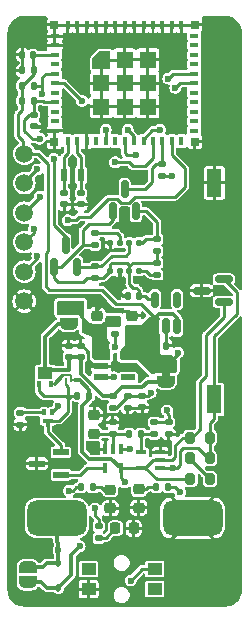
<source format=gtl>
%TF.GenerationSoftware,KiCad,Pcbnew,7.0.1*%
%TF.CreationDate,2023-04-06T09:57:02+02:00*%
%TF.ProjectId,OBJEX-DoorSensor_v1.2,4f424a45-582d-4446-9f6f-7253656e736f,1.2*%
%TF.SameCoordinates,Original*%
%TF.FileFunction,Copper,L1,Top*%
%TF.FilePolarity,Positive*%
%FSLAX46Y46*%
G04 Gerber Fmt 4.6, Leading zero omitted, Abs format (unit mm)*
G04 Created by KiCad (PCBNEW 7.0.1) date 2023-04-06 09:57:02*
%MOMM*%
%LPD*%
G01*
G04 APERTURE LIST*
G04 Aperture macros list*
%AMRoundRect*
0 Rectangle with rounded corners*
0 $1 Rounding radius*
0 $2 $3 $4 $5 $6 $7 $8 $9 X,Y pos of 4 corners*
0 Add a 4 corners polygon primitive as box body*
4,1,4,$2,$3,$4,$5,$6,$7,$8,$9,$2,$3,0*
0 Add four circle primitives for the rounded corners*
1,1,$1+$1,$2,$3*
1,1,$1+$1,$4,$5*
1,1,$1+$1,$6,$7*
1,1,$1+$1,$8,$9*
0 Add four rect primitives between the rounded corners*
20,1,$1+$1,$2,$3,$4,$5,0*
20,1,$1+$1,$4,$5,$6,$7,0*
20,1,$1+$1,$6,$7,$8,$9,0*
20,1,$1+$1,$8,$9,$2,$3,0*%
%AMFreePoly0*
4,1,19,0.500000,-0.750000,0.000000,-0.750000,0.000000,-0.744911,-0.071157,-0.744911,-0.207708,-0.704816,-0.327430,-0.627875,-0.420627,-0.520320,-0.479746,-0.390866,-0.500000,-0.250000,-0.500000,0.250000,-0.479746,0.390866,-0.420627,0.520320,-0.327430,0.627875,-0.207708,0.704816,-0.071157,0.744911,0.000000,0.744911,0.000000,0.750000,0.500000,0.750000,0.500000,-0.750000,0.500000,-0.750000,
$1*%
%AMFreePoly1*
4,1,19,0.000000,0.744911,0.071157,0.744911,0.207708,0.704816,0.327430,0.627875,0.420627,0.520320,0.479746,0.390866,0.500000,0.250000,0.500000,-0.250000,0.479746,-0.390866,0.420627,-0.520320,0.327430,-0.627875,0.207708,-0.704816,0.071157,-0.744911,0.000000,-0.744911,0.000000,-0.750000,-0.500000,-0.750000,-0.500000,0.750000,0.000000,0.750000,0.000000,0.744911,0.000000,0.744911,
$1*%
%AMFreePoly2*
4,1,15,-0.124998,0.730000,0.725000,0.730000,0.728536,0.728536,0.730000,0.725000,0.730000,-0.725000,0.728536,-0.728536,0.725000,-0.730000,-0.725000,-0.730000,-0.728536,-0.728536,-0.730000,-0.725000,-0.730001,0.125000,-0.728536,0.128536,-0.128536,0.728536,-0.125000,0.730001,-0.124998,0.730000,-0.124998,0.730000,$1*%
G04 Aperture macros list end*
%TA.AperFunction,SMDPad,CuDef*%
%ADD10R,0.310000X0.500000*%
%TD*%
%TA.AperFunction,SMDPad,CuDef*%
%ADD11R,0.310000X0.650000*%
%TD*%
%TA.AperFunction,SMDPad,CuDef*%
%ADD12R,1.300000X1.000000*%
%TD*%
%TA.AperFunction,SMDPad,CuDef*%
%ADD13RoundRect,0.200000X-0.200000X-0.275000X0.200000X-0.275000X0.200000X0.275000X-0.200000X0.275000X0*%
%TD*%
%TA.AperFunction,SMDPad,CuDef*%
%ADD14RoundRect,0.135000X-0.185000X0.135000X-0.185000X-0.135000X0.185000X-0.135000X0.185000X0.135000X0*%
%TD*%
%TA.AperFunction,SMDPad,CuDef*%
%ADD15RoundRect,0.135000X-0.135000X-0.185000X0.135000X-0.185000X0.135000X0.185000X-0.135000X0.185000X0*%
%TD*%
%TA.AperFunction,SMDPad,CuDef*%
%ADD16R,0.350000X0.500000*%
%TD*%
%TA.AperFunction,SMDPad,CuDef*%
%ADD17R,0.900000X0.440000*%
%TD*%
%TA.AperFunction,SMDPad,CuDef*%
%ADD18R,0.300000X0.340000*%
%TD*%
%TA.AperFunction,SMDPad,CuDef*%
%ADD19RoundRect,0.112500X0.112500X-0.187500X0.112500X0.187500X-0.112500X0.187500X-0.112500X-0.187500X0*%
%TD*%
%TA.AperFunction,SMDPad,CuDef*%
%ADD20RoundRect,0.150000X0.150000X-0.587500X0.150000X0.587500X-0.150000X0.587500X-0.150000X-0.587500X0*%
%TD*%
%TA.AperFunction,SMDPad,CuDef*%
%ADD21R,0.900000X0.400000*%
%TD*%
%TA.AperFunction,SMDPad,CuDef*%
%ADD22RoundRect,0.218750X0.256250X-0.218750X0.256250X0.218750X-0.256250X0.218750X-0.256250X-0.218750X0*%
%TD*%
%TA.AperFunction,SMDPad,CuDef*%
%ADD23RoundRect,0.140000X0.170000X-0.140000X0.170000X0.140000X-0.170000X0.140000X-0.170000X-0.140000X0*%
%TD*%
%TA.AperFunction,SMDPad,CuDef*%
%ADD24C,1.500000*%
%TD*%
%TA.AperFunction,SMDPad,CuDef*%
%ADD25R,1.219200X0.508000*%
%TD*%
%TA.AperFunction,SMDPad,CuDef*%
%ADD26RoundRect,0.140000X-0.140000X-0.170000X0.140000X-0.170000X0.140000X0.170000X-0.140000X0.170000X0*%
%TD*%
%TA.AperFunction,SMDPad,CuDef*%
%ADD27FreePoly0,90.000000*%
%TD*%
%TA.AperFunction,SMDPad,CuDef*%
%ADD28FreePoly1,90.000000*%
%TD*%
%TA.AperFunction,SMDPad,CuDef*%
%ADD29RoundRect,0.140000X0.140000X0.170000X-0.140000X0.170000X-0.140000X-0.170000X0.140000X-0.170000X0*%
%TD*%
%TA.AperFunction,SMDPad,CuDef*%
%ADD30RoundRect,0.140000X-0.170000X0.140000X-0.170000X-0.140000X0.170000X-0.140000X0.170000X0.140000X0*%
%TD*%
%TA.AperFunction,SMDPad,CuDef*%
%ADD31RoundRect,0.150000X0.587500X0.150000X-0.587500X0.150000X-0.587500X-0.150000X0.587500X-0.150000X0*%
%TD*%
%TA.AperFunction,SMDPad,CuDef*%
%ADD32RoundRect,0.135000X0.135000X0.185000X-0.135000X0.185000X-0.135000X-0.185000X0.135000X-0.185000X0*%
%TD*%
%TA.AperFunction,SMDPad,CuDef*%
%ADD33RoundRect,0.135000X0.185000X-0.135000X0.185000X0.135000X-0.185000X0.135000X-0.185000X-0.135000X0*%
%TD*%
%TA.AperFunction,SMDPad,CuDef*%
%ADD34RoundRect,0.150000X0.150000X-0.512500X0.150000X0.512500X-0.150000X0.512500X-0.150000X-0.512500X0*%
%TD*%
%TA.AperFunction,SMDPad,CuDef*%
%ADD35R,0.600000X1.100000*%
%TD*%
%TA.AperFunction,SMDPad,CuDef*%
%ADD36RoundRect,0.225000X0.250000X-0.225000X0.250000X0.225000X-0.250000X0.225000X-0.250000X-0.225000X0*%
%TD*%
%TA.AperFunction,ComponentPad*%
%ADD37RoundRect,0.750000X-1.750000X-0.750000X1.750000X-0.750000X1.750000X0.750000X-1.750000X0.750000X0*%
%TD*%
%TA.AperFunction,SMDPad,CuDef*%
%ADD38RoundRect,0.125000X-0.125000X-0.137500X0.125000X-0.137500X0.125000X0.137500X-0.125000X0.137500X0*%
%TD*%
%TA.AperFunction,SMDPad,CuDef*%
%ADD39RoundRect,0.218750X0.218750X0.256250X-0.218750X0.256250X-0.218750X-0.256250X0.218750X-0.256250X0*%
%TD*%
%TA.AperFunction,SMDPad,CuDef*%
%ADD40R,0.800000X0.400000*%
%TD*%
%TA.AperFunction,SMDPad,CuDef*%
%ADD41R,0.400000X0.800000*%
%TD*%
%TA.AperFunction,SMDPad,CuDef*%
%ADD42FreePoly2,0.000000*%
%TD*%
%TA.AperFunction,SMDPad,CuDef*%
%ADD43R,1.450000X1.450000*%
%TD*%
%TA.AperFunction,SMDPad,CuDef*%
%ADD44R,0.700000X0.700000*%
%TD*%
%TA.AperFunction,SMDPad,CuDef*%
%ADD45R,0.200000X0.339999*%
%TD*%
%TA.AperFunction,SMDPad,CuDef*%
%ADD46R,0.259999X0.339999*%
%TD*%
%TA.AperFunction,SMDPad,CuDef*%
%ADD47R,1.200000X1.000000*%
%TD*%
%TA.AperFunction,SMDPad,CuDef*%
%ADD48R,1.300000X2.340000*%
%TD*%
%TA.AperFunction,SMDPad,CuDef*%
%ADD49RoundRect,0.041300X0.618700X0.253700X-0.618700X0.253700X-0.618700X-0.253700X0.618700X-0.253700X0*%
%TD*%
%TA.AperFunction,SMDPad,CuDef*%
%ADD50FreePoly0,270.000000*%
%TD*%
%TA.AperFunction,SMDPad,CuDef*%
%ADD51FreePoly1,270.000000*%
%TD*%
%TA.AperFunction,SMDPad,CuDef*%
%ADD52R,0.400000X0.900000*%
%TD*%
%TA.AperFunction,SMDPad,CuDef*%
%ADD53RoundRect,0.225000X-0.250000X0.225000X-0.250000X-0.225000X0.250000X-0.225000X0.250000X0.225000X0*%
%TD*%
%TA.AperFunction,ViaPad*%
%ADD54C,0.600000*%
%TD*%
%TA.AperFunction,Conductor*%
%ADD55C,0.250000*%
%TD*%
%TA.AperFunction,Conductor*%
%ADD56C,0.300000*%
%TD*%
%TA.AperFunction,Conductor*%
%ADD57C,0.200000*%
%TD*%
G04 APERTURE END LIST*
%TA.AperFunction,EtchedComponent*%
%TO.C,JP3*%
G36*
X148800000Y-105650000D02*
G01*
X148200000Y-105650000D01*
X148200000Y-105150000D01*
X148800000Y-105150000D01*
X148800000Y-105650000D01*
G37*
%TD.AperFunction*%
%TD*%
D10*
%TO.P,Q6,1*%
%TO.N,/Power Latch - Rising & falling edge detector /Gate*%
X137750000Y-106225000D03*
%TO.P,Q6,2*%
%TO.N,+BATT*%
X138750000Y-106225000D03*
D11*
%TO.P,Q6,3*%
%TO.N,Net-(JP3-A)*%
X138250000Y-104500000D03*
D12*
X138250000Y-105325000D03*
%TD*%
D13*
%TO.P,R5,1*%
%TO.N,+BATT*%
X150575000Y-110800000D03*
%TO.P,R5,2*%
%TO.N,Net-(U3-OUT)*%
X152225000Y-110800000D03*
%TD*%
D14*
%TO.P,R15,1*%
%TO.N,+1V8*%
X147750000Y-95990000D03*
%TO.P,R15,2*%
%TO.N,Net-(U6-SDO)*%
X147750000Y-97010000D03*
%TD*%
D15*
%TO.P,R1,1*%
%TO.N,+3V3*%
X136310000Y-82300000D03*
%TO.P,R1,2*%
%TO.N,/Microcontroller + WiFi-BLE/EN*%
X137330000Y-82300000D03*
%TD*%
D16*
%TO.P,Q3,1*%
%TO.N,/Microcontroller + WiFi-BLE/AUTO_TURN_OFF*%
X138825000Y-108670000D03*
%TO.P,Q3,2*%
%TO.N,Net-(Q3-Pad2)*%
X138175000Y-108670000D03*
D17*
%TO.P,Q3,3*%
%TO.N,/Power Latch - Rising & falling edge detector /Gate*%
X138500000Y-109360000D03*
D18*
%TO.P,Q3,4*%
X138500000Y-109750000D03*
%TD*%
D19*
%TO.P,D5,1,K*%
%TO.N,+BATT*%
X139400000Y-123500000D03*
%TO.P,D5,2,A*%
%TO.N,Net-(D5-A)*%
X139400000Y-121400000D03*
%TD*%
D20*
%TO.P,Q4,1,G*%
%TO.N,+1V8*%
X144050000Y-91637500D03*
%TO.P,Q4,2,S*%
%TO.N,Net-(Q4-S)*%
X145950000Y-91637500D03*
%TO.P,Q4,3,D*%
%TO.N,/Microcontroller + WiFi-BLE/GPIO8*%
X145000000Y-89762500D03*
%TD*%
D21*
%TO.P,U4,1,A*%
%TO.N,Net-(U3-OUT)*%
X148000000Y-113350000D03*
%TO.P,U4,2,B*%
%TO.N,+BATT*%
X148000000Y-112700000D03*
%TO.P,U4,3,VEE*%
%TO.N,GND*%
X148000000Y-112050000D03*
%TO.P,U4,4,Y*%
%TO.N,Net-(U4A-Y)*%
X146400000Y-112050000D03*
%TO.P,U4,5,VCC*%
%TO.N,+BATT*%
X146400000Y-113350000D03*
%TD*%
D22*
%TO.P,D2,1,K*%
%TO.N,GND*%
X143800000Y-116787500D03*
%TO.P,D2,2,A*%
%TO.N,Net-(D2-A)*%
X143800000Y-115212500D03*
%TD*%
D14*
%TO.P,R13,1*%
%TO.N,Net-(JP3-A)*%
X144000000Y-107250000D03*
%TO.P,R13,2*%
%TO.N,/Microcontroller + WiFi-BLE/BATT_LVL*%
X144000000Y-108270000D03*
%TD*%
D23*
%TO.P,C12,1*%
%TO.N,Net-(U5A-B)*%
X144000000Y-110480000D03*
%TO.P,C12,2*%
%TO.N,GND*%
X144000000Y-109520000D03*
%TD*%
D24*
%TO.P,TP5,1,1*%
%TO.N,/Microcontroller + WiFi-BLE/RX{slash}GPIO20*%
X136500000Y-91750000D03*
%TD*%
D25*
%TO.P,U2,1,VIN*%
%TO.N,VCC*%
X143000000Y-103800000D03*
%TO.P,U2,2,GND*%
%TO.N,GND*%
X143000000Y-104750000D03*
%TO.P,U2,3,EN*%
%TO.N,Net-(U2-EN)*%
X143000000Y-105700000D03*
%TO.P,U2,4,NC*%
%TO.N,unconnected-(U2-NC-Pad4)*%
X145286000Y-105700000D03*
%TO.P,U2,5,VOUT*%
%TO.N,+3V3*%
X145286000Y-103800000D03*
%TD*%
D20*
%TO.P,Q5,1,G*%
%TO.N,+1V8*%
X139050000Y-96337500D03*
%TO.P,Q5,2,S*%
%TO.N,Net-(Q5-S)*%
X140950000Y-96337500D03*
%TO.P,Q5,3,D*%
%TO.N,/Microcontroller + WiFi-BLE/GPIO2*%
X140000000Y-94462500D03*
%TD*%
D26*
%TO.P,C15,1*%
%TO.N,+3V3*%
X147551863Y-103011410D03*
%TO.P,C15,2*%
%TO.N,GND*%
X148511863Y-103011410D03*
%TD*%
D27*
%TO.P,JP4,1,A*%
%TO.N,Net-(JP3-A)*%
X140250000Y-101150000D03*
D28*
%TO.P,JP4,2,B*%
%TO.N,VCC*%
X140250000Y-99850000D03*
%TD*%
D29*
%TO.P,C14,1*%
%TO.N,+1V8*%
X146210000Y-98800000D03*
%TO.P,C14,2*%
%TO.N,GND*%
X145250000Y-98800000D03*
%TD*%
D30*
%TO.P,C3,1*%
%TO.N,/Microcontroller + WiFi-BLE/GPIO1*%
X141300000Y-90095000D03*
%TO.P,C3,2*%
%TO.N,GND*%
X141300000Y-91055000D03*
%TD*%
D27*
%TO.P,JP3,1,A*%
%TO.N,Net-(JP3-A)*%
X148500000Y-106050000D03*
D28*
%TO.P,JP3,2,B*%
%TO.N,+3V3*%
X148500000Y-104750000D03*
%TD*%
D31*
%TO.P,U3,1,GND*%
%TO.N,GND*%
X151525000Y-98350000D03*
%TO.P,U3,2,VDD*%
%TO.N,+BATT*%
X153400000Y-99300000D03*
%TO.P,U3,3,OUT*%
%TO.N,Net-(U3-OUT)*%
X153400000Y-97400000D03*
%TD*%
D32*
%TO.P,R20,1*%
%TO.N,Net-(D2-A)*%
X142310000Y-115000000D03*
%TO.P,R20,2*%
%TO.N,/Microcontroller + WiFi-BLE/LED_GREEN*%
X141290000Y-115000000D03*
%TD*%
D33*
%TO.P,R4,1*%
%TO.N,Net-(U2-EN)*%
X144143000Y-102010000D03*
%TO.P,R4,2*%
%TO.N,VCC*%
X144143000Y-100990000D03*
%TD*%
D34*
%TO.P,U8,1,VIN*%
%TO.N,+3V3*%
X147550000Y-101387500D03*
%TO.P,U8,2,GND*%
%TO.N,GND*%
X148500000Y-101387500D03*
%TO.P,U8,3,~{SHDN}*%
%TO.N,+3V3*%
X149450000Y-101387500D03*
%TO.P,U8,4,NC*%
%TO.N,unconnected-(U8-NC-Pad4)*%
X149450000Y-99112500D03*
%TO.P,U8,5,VOUT*%
%TO.N,+1V8*%
X147550000Y-99112500D03*
%TD*%
D35*
%TO.P,Y1,1,1*%
%TO.N,/Microcontroller + WiFi-BLE/GPIO0*%
X139900000Y-88575000D03*
%TO.P,Y1,2,2*%
%TO.N,/Microcontroller + WiFi-BLE/GPIO1*%
X141300000Y-88575000D03*
%TD*%
D36*
%TO.P,C8,1*%
%TO.N,Net-(U5A-B)*%
X142419175Y-110472907D03*
%TO.P,C8,2*%
%TO.N,GND*%
X142419175Y-108922907D03*
%TD*%
%TO.P,C6,1*%
%TO.N,VCC*%
X142643000Y-102025000D03*
%TO.P,C6,2*%
%TO.N,GND*%
X142643000Y-100475000D03*
%TD*%
D32*
%TO.P,R10,1*%
%TO.N,Net-(U4A-Y)*%
X146393421Y-110478933D03*
%TO.P,R10,2*%
%TO.N,Net-(U5A-B)*%
X145373421Y-110478933D03*
%TD*%
D37*
%TO.P,U1,1,-*%
%TO.N,GND*%
X150750000Y-117600000D03*
%TD*%
D38*
%TO.P,U6,1,GND*%
%TO.N,GND*%
X143800000Y-94312500D03*
%TO.P,U6,2,CSB*%
%TO.N,Net-(U6-CSB)*%
X144600000Y-94312500D03*
%TO.P,U6,3,SDI*%
%TO.N,Net-(Q5-S)*%
X145400000Y-94312500D03*
%TO.P,U6,4,SCK*%
%TO.N,Net-(Q4-S)*%
X146200000Y-94312500D03*
%TO.P,U6,5,SDO*%
%TO.N,Net-(U6-SDO)*%
X146200000Y-96687500D03*
%TO.P,U6,6,VDDIO*%
%TO.N,+1V8*%
X145400000Y-96687500D03*
%TO.P,U6,7,GND*%
%TO.N,GND*%
X144600000Y-96687500D03*
%TO.P,U6,8,VDD*%
%TO.N,+1V8*%
X143800000Y-96687500D03*
%TD*%
D39*
%TO.P,D3,1,K*%
%TO.N,GND*%
X145787500Y-118487500D03*
%TO.P,D3,2,A*%
%TO.N,Net-(D3-A)*%
X144212500Y-118487500D03*
%TD*%
D24*
%TO.P,TP6,1,1*%
%TO.N,/Microcontroller + WiFi-BLE/EN*%
X136500000Y-94250000D03*
%TD*%
%TO.P,TP8,1,1*%
%TO.N,GND*%
X136500000Y-99250000D03*
%TD*%
D40*
%TO.P,U7,1,GND*%
%TO.N,GND*%
X139100000Y-76800000D03*
%TO.P,U7,2,GND*%
X139100000Y-77600000D03*
%TO.P,U7,3,3V3*%
%TO.N,+3V3*%
X139100000Y-78400000D03*
%TO.P,U7,4,NC*%
%TO.N,unconnected-(U7-NC-Pad4)*%
X139100000Y-79200000D03*
%TO.P,U7,5,IO2*%
%TO.N,/Microcontroller + WiFi-BLE/GPIO2*%
X139100000Y-80000000D03*
%TO.P,U7,6,IO3*%
%TO.N,/Microcontroller + WiFi-BLE/BATT_LVL*%
X139100000Y-80800000D03*
%TO.P,U7,7,NC*%
%TO.N,unconnected-(U7-NC-Pad7)*%
X139100000Y-81600000D03*
%TO.P,U7,8,EN*%
%TO.N,/Microcontroller + WiFi-BLE/EN*%
X139100000Y-82400000D03*
%TO.P,U7,9,NC*%
%TO.N,unconnected-(U7-NC-Pad9)*%
X139100000Y-83200000D03*
%TO.P,U7,10,NC*%
%TO.N,unconnected-(U7-NC-Pad10)*%
X139100000Y-84000000D03*
%TO.P,U7,11,GND*%
%TO.N,GND*%
X139100000Y-84800000D03*
D41*
%TO.P,U7,12,IO0*%
%TO.N,/Microcontroller + WiFi-BLE/GPIO0*%
X140200000Y-85700000D03*
%TO.P,U7,13,IO1*%
%TO.N,/Microcontroller + WiFi-BLE/GPIO1*%
X141000000Y-85700000D03*
%TO.P,U7,14,GND*%
%TO.N,GND*%
X141800000Y-85700000D03*
%TO.P,U7,15,NC*%
%TO.N,unconnected-(U7-NC-Pad15)*%
X142600000Y-85700000D03*
%TO.P,U7,16,IO10*%
%TO.N,/Microcontroller + WiFi-BLE/LED_GREEN*%
X143400000Y-85700000D03*
%TO.P,U7,17,NC*%
%TO.N,unconnected-(U7-NC-Pad17)*%
X144200000Y-85700000D03*
%TO.P,U7,18,IO4*%
%TO.N,/Microcontroller + WiFi-BLE/IN_STATUS*%
X145000000Y-85700000D03*
%TO.P,U7,19,IO5*%
%TO.N,/Microcontroller + WiFi-BLE/LED_BLUE*%
X145800000Y-85700000D03*
%TO.P,U7,20,IO6*%
%TO.N,/Microcontroller + WiFi-BLE/LED_RED*%
X146600000Y-85700000D03*
%TO.P,U7,21,IO7*%
%TO.N,/Microcontroller + WiFi-BLE/AUTO_TURN_OFF*%
X147400000Y-85700000D03*
%TO.P,U7,22,IO8*%
%TO.N,/Microcontroller + WiFi-BLE/GPIO8*%
X148200000Y-85700000D03*
%TO.P,U7,23,IO9*%
%TO.N,/Microcontroller + WiFi-BLE/DTR{slash}GPIO9*%
X149000000Y-85700000D03*
%TO.P,U7,24,NC*%
%TO.N,unconnected-(U7-NC-Pad24)*%
X149800000Y-85700000D03*
D40*
%TO.P,U7,25,NC*%
%TO.N,unconnected-(U7-NC-Pad25)*%
X150900000Y-84800000D03*
%TO.P,U7,26,IO18*%
%TO.N,unconnected-(U7-IO18-Pad26)*%
X150900000Y-84000000D03*
%TO.P,U7,27,IO19*%
%TO.N,unconnected-(U7-IO19-Pad27)*%
X150900000Y-83200000D03*
%TO.P,U7,28,NC*%
%TO.N,unconnected-(U7-NC-Pad28)*%
X150900000Y-82400000D03*
%TO.P,U7,29,NC*%
%TO.N,unconnected-(U7-NC-Pad29)*%
X150900000Y-81600000D03*
%TO.P,U7,30,RXD0*%
%TO.N,/Microcontroller + WiFi-BLE/RX{slash}GPIO20*%
X150900000Y-80800000D03*
%TO.P,U7,31,TXD0*%
%TO.N,/Microcontroller + WiFi-BLE/TX{slash}GPIO21*%
X150900000Y-80000000D03*
%TO.P,U7,32,NC*%
%TO.N,unconnected-(U7-NC-Pad32)*%
X150900000Y-79200000D03*
%TO.P,U7,33,NC*%
%TO.N,unconnected-(U7-NC-Pad33)*%
X150900000Y-78400000D03*
%TO.P,U7,34,NC*%
%TO.N,unconnected-(U7-NC-Pad34)*%
X150900000Y-77600000D03*
%TO.P,U7,35,NC*%
%TO.N,unconnected-(U7-NC-Pad35)*%
X150900000Y-76800000D03*
D41*
%TO.P,U7,36,GND*%
%TO.N,GND*%
X149800000Y-75900000D03*
%TO.P,U7,37,GND*%
X149000000Y-75900000D03*
%TO.P,U7,38,GND*%
X148200000Y-75900000D03*
%TO.P,U7,39,GND*%
X147400000Y-75900000D03*
%TO.P,U7,40,GND*%
X146600000Y-75900000D03*
%TO.P,U7,41,GND*%
X145800000Y-75900000D03*
%TO.P,U7,42,GND*%
X145000000Y-75900000D03*
%TO.P,U7,43,GND*%
X144200000Y-75900000D03*
%TO.P,U7,44,GND*%
X143400000Y-75900000D03*
%TO.P,U7,45,GND*%
X142600000Y-75900000D03*
%TO.P,U7,46,GND*%
X141800000Y-75900000D03*
%TO.P,U7,47,GND*%
X141000000Y-75900000D03*
%TO.P,U7,48,GND*%
X140200000Y-75900000D03*
D42*
%TO.P,U7,49_1,GND*%
X143025000Y-78825000D03*
D43*
%TO.P,U7,49_2,GND*%
X145000000Y-78825000D03*
%TO.P,U7,49_3,GND*%
X146975000Y-78825000D03*
%TO.P,U7,49_4,GND*%
X146975000Y-80800000D03*
%TO.P,U7,49_5,GND*%
X146975000Y-82775000D03*
%TO.P,U7,49_6,GND*%
X145000000Y-82775000D03*
%TO.P,U7,49_7,GND*%
X143025000Y-82775000D03*
%TO.P,U7,49_8,GND*%
X143025000Y-80800000D03*
%TO.P,U7,49_9,GND*%
X145000000Y-80800000D03*
D44*
%TO.P,U7,50,GND*%
X150950000Y-75850000D03*
%TO.P,U7,51,GND*%
X150950000Y-85750000D03*
%TO.P,U7,52,GND*%
X139050000Y-85750000D03*
%TO.P,U7,53,GND*%
X139050000Y-75850000D03*
%TD*%
D24*
%TO.P,TP7,1,1*%
%TO.N,/Microcontroller + WiFi-BLE/DTR{slash}GPIO9*%
X136500000Y-96750000D03*
%TD*%
D33*
%TO.P,R8,1*%
%TO.N,Net-(U4A-Y)*%
X147500000Y-110510000D03*
%TO.P,R8,2*%
%TO.N,/Microcontroller + WiFi-BLE/IN_STATUS*%
X147500000Y-109490000D03*
%TD*%
D45*
%TO.P,Q2,1*%
%TO.N,/Power Latch - Rising & falling edge detector /Gate*%
X140060000Y-105929999D03*
%TO.P,Q2,2*%
%TO.N,+BATT*%
X140440000Y-105929999D03*
D46*
%TO.P,Q2,3*%
%TO.N,Net-(JP3-A)*%
X140250000Y-105070001D03*
%TD*%
D14*
%TO.P,R14,1*%
%TO.N,/Microcontroller + WiFi-BLE/BATT_LVL*%
X145250000Y-107250000D03*
%TO.P,R14,2*%
%TO.N,GND*%
X145250000Y-108270000D03*
%TD*%
D33*
%TO.P,R16,1*%
%TO.N,+1V8*%
X142500000Y-94510000D03*
%TO.P,R16,2*%
%TO.N,Net-(U6-CSB)*%
X142500000Y-93490000D03*
%TD*%
D29*
%TO.P,C4,1*%
%TO.N,+3V3*%
X137300000Y-79700000D03*
%TO.P,C4,2*%
%TO.N,GND*%
X136340000Y-79700000D03*
%TD*%
D47*
%TO.P,S2,1,COM_1*%
%TO.N,/Microcontroller + WiFi-BLE/EN*%
X147550000Y-121925000D03*
%TO.P,S2,2,NO_1*%
%TO.N,unconnected-(S2-NO_1-Pad2)*%
X147550000Y-123625000D03*
%TO.P,S2,3,COM_2*%
%TO.N,unconnected-(S2-COM_2-Pad3)*%
X141950000Y-121925000D03*
%TO.P,S2,4,NO_2*%
%TO.N,GND*%
X141950000Y-123625000D03*
%TD*%
D23*
%TO.P,C9,1*%
%TO.N,Net-(JP3-A)*%
X140250000Y-103980000D03*
%TO.P,C9,2*%
%TO.N,GND*%
X140250000Y-103020000D03*
%TD*%
D24*
%TO.P,TP4,1,1*%
%TO.N,/Microcontroller + WiFi-BLE/TX{slash}GPIO21*%
X136500000Y-89250000D03*
%TD*%
D33*
%TO.P,R17,1*%
%TO.N,+1V8*%
X142500000Y-97310000D03*
%TO.P,R17,2*%
%TO.N,Net-(Q5-S)*%
X142500000Y-96290000D03*
%TD*%
D37*
%TO.P,U10,1,+*%
%TO.N,Net-(D5-A)*%
X139250000Y-117600000D03*
%TD*%
D22*
%TO.P,D1,1,K*%
%TO.N,GND*%
X146200000Y-116750000D03*
%TO.P,D1,2,A*%
%TO.N,Net-(D1-A)*%
X146200000Y-115175000D03*
%TD*%
D48*
%TO.P,S1,1,1*%
%TO.N,Net-(U3-OUT)*%
X152600000Y-107570000D03*
%TO.P,S1,2,2*%
%TO.N,GND*%
X152600000Y-89230000D03*
%TD*%
D14*
%TO.P,R2,1*%
%TO.N,/Microcontroller + WiFi-BLE/GPIO8*%
X148200000Y-87665000D03*
%TO.P,R2,2*%
%TO.N,+3V3*%
X148200000Y-88685000D03*
%TD*%
D23*
%TO.P,C10,1*%
%TO.N,Net-(JP3-A)*%
X141300000Y-103980000D03*
%TO.P,C10,2*%
%TO.N,GND*%
X141300000Y-103020000D03*
%TD*%
D14*
%TO.P,R12,1*%
%TO.N,Net-(Q3-Pad2)*%
X136158584Y-108676839D03*
%TO.P,R12,2*%
%TO.N,GND*%
X136158584Y-109696839D03*
%TD*%
D33*
%TO.P,R21,1*%
%TO.N,Net-(D3-A)*%
X142800000Y-119310000D03*
%TO.P,R21,2*%
%TO.N,/Microcontroller + WiFi-BLE/LED_BLUE*%
X142800000Y-118290000D03*
%TD*%
D29*
%TO.P,C5,1*%
%TO.N,+3V3*%
X137280000Y-78400000D03*
%TO.P,C5,2*%
%TO.N,GND*%
X136320000Y-78400000D03*
%TD*%
D15*
%TO.P,R3,1*%
%TO.N,Net-(D1-A)*%
X147690000Y-115000000D03*
%TO.P,R3,2*%
%TO.N,/Microcontroller + WiFi-BLE/LED_RED*%
X148710000Y-115000000D03*
%TD*%
D49*
%TO.P,Q1,1*%
%TO.N,Net-(U5A-Y)*%
X139600000Y-113950000D03*
%TO.P,Q1,2*%
%TO.N,/Power Latch - Rising & falling edge detector /Gate*%
X139600000Y-112050000D03*
%TO.P,Q1,3*%
%TO.N,GND*%
X137570000Y-113000000D03*
%TD*%
D14*
%TO.P,R9,1*%
%TO.N,/Microcontroller + WiFi-BLE/IN_STATUS*%
X148750000Y-109490000D03*
%TO.P,R9,2*%
%TO.N,GND*%
X148750000Y-110510000D03*
%TD*%
D50*
%TO.P,JP1,1,A*%
%TO.N,Net-(D5-A)*%
X136800000Y-121750000D03*
D51*
%TO.P,JP1,2,B*%
%TO.N,+BATT*%
X136800000Y-123050000D03*
%TD*%
D30*
%TO.P,C1,1*%
%TO.N,/Microcontroller + WiFi-BLE/EN*%
X137331838Y-83459373D03*
%TO.P,C1,2*%
%TO.N,GND*%
X137331838Y-84419373D03*
%TD*%
D13*
%TO.P,R6,1*%
%TO.N,+BATT*%
X150575000Y-114300000D03*
%TO.P,R6,2*%
%TO.N,Net-(R6-Pad2)*%
X152225000Y-114300000D03*
%TD*%
D32*
%TO.P,R11,1*%
%TO.N,+BATT*%
X142010000Y-107240000D03*
%TO.P,R11,2*%
%TO.N,/Power Latch - Rising & falling edge detector /Gate*%
X140990000Y-107240000D03*
%TD*%
D52*
%TO.P,U5,1,A*%
%TO.N,Net-(U3-OUT)*%
X144650000Y-111790000D03*
%TO.P,U5,2,B*%
%TO.N,Net-(U5A-B)*%
X144000000Y-111790000D03*
%TO.P,U5,3,VEE*%
%TO.N,GND*%
X143350000Y-111790000D03*
%TO.P,U5,4,Y*%
%TO.N,Net-(U5A-Y)*%
X143350000Y-113390000D03*
%TO.P,U5,5,VCC*%
%TO.N,+BATT*%
X144650000Y-113390000D03*
%TD*%
D24*
%TO.P,TP3,1,1*%
%TO.N,+3V3*%
X136500000Y-86750000D03*
%TD*%
D33*
%TO.P,R18,1*%
%TO.N,+1V8*%
X147750000Y-95010000D03*
%TO.P,R18,2*%
%TO.N,Net-(Q4-S)*%
X147750000Y-93990000D03*
%TD*%
D30*
%TO.P,C11,1*%
%TO.N,/Microcontroller + WiFi-BLE/BATT_LVL*%
X146500000Y-107260000D03*
%TO.P,C11,2*%
%TO.N,GND*%
X146500000Y-108220000D03*
%TD*%
D53*
%TO.P,C7,1*%
%TO.N,GND*%
X145643000Y-100475000D03*
%TO.P,C7,2*%
%TO.N,+3V3*%
X145643000Y-102025000D03*
%TD*%
D32*
%TO.P,R19,1*%
%TO.N,/Microcontroller + WiFi-BLE/GPIO2*%
X137330000Y-81000000D03*
%TO.P,R19,2*%
%TO.N,+3V3*%
X136310000Y-81000000D03*
%TD*%
D13*
%TO.P,R7,1*%
%TO.N,Net-(R6-Pad2)*%
X150575000Y-112550000D03*
%TO.P,R7,2*%
%TO.N,Net-(U3-OUT)*%
X152225000Y-112550000D03*
%TD*%
D30*
%TO.P,C2,1*%
%TO.N,/Microcontroller + WiFi-BLE/GPIO0*%
X139900000Y-90100000D03*
%TO.P,C2,2*%
%TO.N,GND*%
X139900000Y-91060000D03*
%TD*%
D54*
%TO.N,GND*%
X146500000Y-109250000D03*
X145750000Y-109250000D03*
X145000000Y-109250000D03*
X144000000Y-120000000D03*
X145000000Y-120000000D03*
X146000000Y-120000000D03*
X145000000Y-117250000D03*
X150500000Y-108000000D03*
X150500000Y-108750000D03*
X150500000Y-109500000D03*
X149750000Y-109500000D03*
X150500000Y-96000000D03*
X150500000Y-95000000D03*
X150500000Y-94000000D03*
X150500000Y-93000000D03*
X150500000Y-92000000D03*
X145500000Y-93250000D03*
X146250000Y-93250000D03*
X140500000Y-93250000D03*
X149750000Y-83250000D03*
X148950000Y-84050000D03*
X149750000Y-84050000D03*
X149000000Y-77000000D03*
X148000000Y-77000000D03*
X147000000Y-77000000D03*
X146000000Y-77000000D03*
X145000000Y-77000000D03*
X144000000Y-77000000D03*
X143000000Y-77000000D03*
X142000000Y-77000000D03*
X141000000Y-77000000D03*
X147000000Y-120000000D03*
X147000000Y-119000000D03*
X147000000Y-118000000D03*
X138000000Y-115000000D03*
X137000000Y-115000000D03*
X137000000Y-114000000D03*
X137000000Y-112000000D03*
X138000000Y-111000000D03*
X137000000Y-111000000D03*
X137000000Y-104000000D03*
X137000000Y-103000000D03*
X137000000Y-102000000D03*
X136000000Y-77000000D03*
X137000000Y-77000000D03*
X137000000Y-76000000D03*
X154000000Y-124000000D03*
X154000000Y-123000000D03*
X154000000Y-122000000D03*
X154000000Y-121000000D03*
X154000000Y-120000000D03*
X153000000Y-87000000D03*
X154000000Y-85000000D03*
X154000000Y-86000000D03*
X153000000Y-86000000D03*
X153000000Y-85000000D03*
X153000000Y-96000000D03*
X153000000Y-95000000D03*
X153000000Y-94000000D03*
X153000000Y-93000000D03*
X153000000Y-92000000D03*
%TO.N,/Microcontroller + WiFi-BLE/EN*%
X137300000Y-93100000D03*
X137800000Y-85500000D03*
X145500000Y-122900000D03*
%TO.N,GND*%
X139100000Y-104000000D03*
X143200000Y-95100000D03*
X142400000Y-111500000D03*
X140400000Y-84000000D03*
X143200000Y-99400000D03*
X146500000Y-97600000D03*
X141200000Y-84000000D03*
X140400000Y-83200000D03*
X145700000Y-104900000D03*
X139100000Y-102600000D03*
X144200000Y-104600000D03*
X142500000Y-87600000D03*
X139100000Y-103300000D03*
X142769690Y-107855149D03*
X142500000Y-86900000D03*
X144000000Y-97900000D03*
X144700000Y-97900000D03*
%TO.N,+3V3*%
X148997587Y-88673700D03*
X149500000Y-103600000D03*
%TO.N,/Microcontroller + WiFi-BLE/BATT_LVL*%
X147200000Y-107000000D03*
X141400000Y-82300000D03*
%TO.N,+BATT*%
X141200000Y-120000000D03*
X145000000Y-114600000D03*
%TO.N,Net-(D5-A)*%
X139400000Y-120300000D03*
%TO.N,/Microcontroller + WiFi-BLE/AUTO_TURN_OFF*%
X144200000Y-87500000D03*
X139400000Y-108100000D03*
%TO.N,/Microcontroller + WiFi-BLE/GPIO2*%
X139000000Y-87200000D03*
X138000000Y-81700000D03*
%TO.N,/Microcontroller + WiFi-BLE/LED_RED*%
X149700000Y-115400000D03*
X148000000Y-84750000D03*
%TO.N,Net-(U2-EN)*%
X144100000Y-105700000D03*
X144200000Y-103100000D03*
%TO.N,Net-(U3-OUT)*%
X149100000Y-113400000D03*
X145413902Y-111801883D03*
%TO.N,/Microcontroller + WiFi-BLE/IN_STATUS*%
X146000000Y-86900000D03*
X148600000Y-108500000D03*
%TO.N,/Microcontroller + WiFi-BLE/LED_GREEN*%
X143400000Y-84750000D03*
X140300000Y-115300000D03*
%TO.N,/Microcontroller + WiFi-BLE/LED_BLUE*%
X142500000Y-116800000D03*
X145250000Y-84750000D03*
%TO.N,/Microcontroller + WiFi-BLE/TX{slash}GPIO21*%
X148700000Y-80400000D03*
X137600000Y-88100000D03*
%TO.N,/Microcontroller + WiFi-BLE/RX{slash}GPIO20*%
X137800000Y-90400000D03*
X149300000Y-81200000D03*
%TO.N,/Microcontroller + WiFi-BLE/DTR{slash}GPIO9*%
X140200000Y-92400000D03*
X137600000Y-95400000D03*
%TD*%
D55*
%TO.N,/Microcontroller + WiFi-BLE/LED_BLUE*%
X145800000Y-85300000D02*
X145250000Y-84750000D01*
X145800000Y-85700000D02*
X145800000Y-85300000D01*
%TO.N,/Microcontroller + WiFi-BLE/LED_RED*%
X147350000Y-84750000D02*
X148000000Y-84750000D01*
X146600000Y-85700000D02*
X146600000Y-85500000D01*
X146600000Y-85500000D02*
X147350000Y-84750000D01*
%TO.N,/Microcontroller + WiFi-BLE/LED_GREEN*%
X143400000Y-85700000D02*
X143400000Y-84750000D01*
%TO.N,/Microcontroller + WiFi-BLE/EN*%
X137330000Y-82300000D02*
X137330000Y-83457535D01*
X137800000Y-85500000D02*
X137200000Y-85500000D01*
X147550000Y-121925000D02*
X146475000Y-121925000D01*
X136940627Y-83459373D02*
X137331838Y-83459373D01*
X136500000Y-83900000D02*
X136940627Y-83459373D01*
X138100000Y-82300000D02*
X138200000Y-82400000D01*
X138200000Y-82400000D02*
X139100000Y-82400000D01*
X146475000Y-121925000D02*
X145500000Y-122900000D01*
X137200000Y-85500000D02*
X136500000Y-84800000D01*
X136500000Y-94250000D02*
X137300000Y-93450000D01*
X137300000Y-93450000D02*
X137300000Y-93100000D01*
X137330000Y-82300000D02*
X138100000Y-82300000D01*
X136500000Y-84800000D02*
X136500000Y-83900000D01*
X137330000Y-83457535D02*
X137331838Y-83459373D01*
%TO.N,GND*%
X148500000Y-101387500D02*
X148500000Y-102999547D01*
X141900000Y-103500000D02*
X141420000Y-103020000D01*
X143000000Y-104750000D02*
X142435000Y-104750000D01*
X145250000Y-108270000D02*
X146450000Y-108270000D01*
X145268000Y-100100000D02*
X145643000Y-100475000D01*
X149850000Y-75850000D02*
X149800000Y-75900000D01*
X143025000Y-78825000D02*
X145000000Y-78825000D01*
X139100000Y-84800000D02*
X138400000Y-84800000D01*
X144900000Y-98800000D02*
X144000000Y-97900000D01*
X144600000Y-97800000D02*
X144700000Y-97900000D01*
X145250000Y-98800000D02*
X144900000Y-98800000D01*
X138400000Y-84800000D02*
X138100000Y-84500000D01*
X143025000Y-78825000D02*
X143025000Y-80800000D01*
X148500000Y-102999547D02*
X148511863Y-103011410D01*
X137412465Y-84500000D02*
X137331838Y-84419373D01*
X142435000Y-104750000D02*
X141900000Y-104215000D01*
X143900000Y-100100000D02*
X145268000Y-100100000D01*
X150950000Y-75850000D02*
X149850000Y-75850000D01*
X144600000Y-96687500D02*
X144600000Y-97800000D01*
X139100000Y-75900000D02*
X139050000Y-75850000D01*
X141900000Y-104215000D02*
X141900000Y-103500000D01*
X136340000Y-79700000D02*
X136340000Y-78420000D01*
X140200000Y-75900000D02*
X139100000Y-75900000D01*
X146450000Y-108270000D02*
X146500000Y-108220000D01*
X141420000Y-103020000D02*
X141300000Y-103020000D01*
X138100000Y-84500000D02*
X137412465Y-84500000D01*
X143200000Y-99400000D02*
X143900000Y-100100000D01*
X136340000Y-78420000D02*
X136320000Y-78400000D01*
X142643000Y-99957000D02*
X143200000Y-99400000D01*
X142643000Y-100475000D02*
X142643000Y-99957000D01*
%TO.N,/Microcontroller + WiFi-BLE/GPIO0*%
X139900000Y-88575000D02*
X139900000Y-87000000D01*
X140200000Y-86700000D02*
X140200000Y-85700000D01*
X139900000Y-90100000D02*
X139900000Y-88575000D01*
X139900000Y-87000000D02*
X140200000Y-86700000D01*
%TO.N,/Microcontroller + WiFi-BLE/GPIO1*%
X141000000Y-85700000D02*
X141000000Y-86700000D01*
X141300000Y-90095000D02*
X141300000Y-88575000D01*
X141300000Y-87000000D02*
X141300000Y-88575000D01*
X141000000Y-86700000D02*
X141300000Y-87000000D01*
%TO.N,+3V3*%
X137300000Y-79700000D02*
X137300000Y-80010000D01*
D56*
X147550000Y-100650000D02*
X147900000Y-100300000D01*
D55*
X137280000Y-78400000D02*
X137280000Y-79680000D01*
D56*
X147900000Y-100300000D02*
X149100000Y-100300000D01*
D55*
X136310000Y-82300000D02*
X136310000Y-83090000D01*
D56*
X147550000Y-101387500D02*
X147550000Y-100650000D01*
D55*
X148996300Y-88685000D02*
X148985000Y-88685000D01*
X136000000Y-85300000D02*
X136400000Y-85700000D01*
X139100000Y-78400000D02*
X137280000Y-78400000D01*
X137650000Y-86750000D02*
X138500000Y-87600000D01*
X137280000Y-79680000D02*
X137300000Y-79700000D01*
X136000000Y-83400000D02*
X136000000Y-85300000D01*
X148997587Y-88673700D02*
X148996300Y-88685000D01*
X138600000Y-98300000D02*
X143100000Y-98300000D01*
D56*
X149100000Y-100300000D02*
X149450000Y-100650000D01*
D55*
X137300000Y-80010000D02*
X136310000Y-81000000D01*
X138500000Y-95000000D02*
X138300000Y-95200000D01*
X149500000Y-103750000D02*
X149500000Y-103600000D01*
X148200000Y-88685000D02*
X148973700Y-88685000D01*
X136310000Y-81000000D02*
X136310000Y-82300000D01*
X148973700Y-88685000D02*
X148997587Y-88673700D01*
X136500000Y-86750000D02*
X137650000Y-86750000D01*
X136310000Y-83090000D02*
X136000000Y-83400000D01*
X138500000Y-87600000D02*
X138500000Y-95000000D01*
X146400000Y-99500000D02*
X147550000Y-100650000D01*
X138300000Y-95200000D02*
X138300000Y-98000000D01*
X144300000Y-99500000D02*
X146400000Y-99500000D01*
X138300000Y-98000000D02*
X138600000Y-98300000D01*
D56*
X149450000Y-100650000D02*
X149450000Y-101387500D01*
D55*
X136400000Y-85700000D02*
X136400000Y-86650000D01*
X149500000Y-103750000D02*
X148500000Y-104750000D01*
X143100000Y-98300000D02*
X144300000Y-99500000D01*
%TO.N,Net-(U5A-B)*%
X142426268Y-110480000D02*
X142419175Y-110472907D01*
X144001067Y-110478933D02*
X144000000Y-110480000D01*
X145373421Y-110478933D02*
X144001067Y-110478933D01*
X144000000Y-110480000D02*
X144000000Y-111790000D01*
X144000000Y-110480000D02*
X142426268Y-110480000D01*
D56*
%TO.N,Net-(JP3-A)*%
X138250000Y-105325000D02*
X138250000Y-102250000D01*
X140250000Y-105070001D02*
X138504999Y-105070001D01*
X146950000Y-106050000D02*
X148500000Y-106050000D01*
X140250000Y-105070001D02*
X140250000Y-103980000D01*
X139350000Y-101150000D02*
X140250000Y-101150000D01*
X138250000Y-102250000D02*
X139350000Y-101150000D01*
X140250000Y-103980000D02*
X141300000Y-103980000D01*
X141300000Y-103980000D02*
X141300000Y-105400000D01*
X141300000Y-105400000D02*
X143150000Y-107250000D01*
X146500000Y-106500000D02*
X146950000Y-106050000D01*
X143150000Y-107250000D02*
X144000000Y-107250000D01*
X144750000Y-106500000D02*
X146500000Y-106500000D01*
X144000000Y-107250000D02*
X144750000Y-106500000D01*
D55*
%TO.N,/Microcontroller + WiFi-BLE/BATT_LVL*%
X146940000Y-107260000D02*
X147200000Y-107000000D01*
X144230000Y-108270000D02*
X145250000Y-107250000D01*
X146500000Y-107260000D02*
X146940000Y-107260000D01*
X144000000Y-108270000D02*
X144230000Y-108270000D01*
X139100000Y-80800000D02*
X139900000Y-80800000D01*
X139900000Y-80800000D02*
X141400000Y-82300000D01*
X145250000Y-107250000D02*
X146490000Y-107250000D01*
%TO.N,+1V8*%
X145700000Y-96000000D02*
X147740000Y-96000000D01*
X145400000Y-96687500D02*
X145400000Y-97800000D01*
X147000000Y-99100000D02*
X147537500Y-99100000D01*
X139000000Y-97250000D02*
X139000000Y-96387500D01*
X143177500Y-97310000D02*
X143800000Y-96687500D01*
X147750000Y-95990000D02*
X147750000Y-95010000D01*
X143700000Y-92700000D02*
X144050000Y-92350000D01*
X143800000Y-96100000D02*
X143800000Y-96687500D01*
X145400000Y-96687500D02*
X145400000Y-96200000D01*
X143900000Y-96000000D02*
X143800000Y-96100000D01*
X147740000Y-96000000D02*
X147750000Y-95990000D01*
X141438959Y-93261041D02*
X142000000Y-92700000D01*
X142500000Y-97310000D02*
X143177500Y-97310000D01*
X145700000Y-98100000D02*
X146000000Y-98100000D01*
X146210000Y-98800000D02*
X146700000Y-98800000D01*
X146700000Y-98800000D02*
X147000000Y-99100000D01*
X144050000Y-92350000D02*
X144050000Y-91637500D01*
X142500000Y-97310000D02*
X141790000Y-97310000D01*
X145400000Y-96200000D02*
X145200000Y-96000000D01*
X145200000Y-96000000D02*
X143900000Y-96000000D01*
X146210000Y-98310000D02*
X146210000Y-98800000D01*
X139611459Y-96337500D02*
X139050000Y-96337500D01*
X141790000Y-97310000D02*
X141500000Y-97600000D01*
X145400000Y-96687500D02*
X145400000Y-96300000D01*
X141500000Y-97600000D02*
X139350000Y-97600000D01*
X145400000Y-96300000D02*
X145700000Y-96000000D01*
X146000000Y-98100000D02*
X146210000Y-98310000D01*
X142000000Y-92700000D02*
X143700000Y-92700000D01*
X141438959Y-94510000D02*
X139611459Y-96337500D01*
X142500000Y-94510000D02*
X141438959Y-94510000D01*
X139350000Y-97600000D02*
X139000000Y-97250000D01*
X145400000Y-97800000D02*
X145700000Y-98100000D01*
X141438959Y-94510000D02*
X141438959Y-93261041D01*
%TO.N,Net-(D1-A)*%
X146200000Y-115175000D02*
X146825000Y-115175000D01*
X146825000Y-115175000D02*
X147000000Y-115000000D01*
X147000000Y-115000000D02*
X147690000Y-115000000D01*
%TO.N,Net-(D2-A)*%
X143212500Y-115212500D02*
X143000000Y-115000000D01*
X143000000Y-115000000D02*
X142310000Y-115000000D01*
X143800000Y-115212500D02*
X143212500Y-115212500D01*
%TO.N,Net-(D3-A)*%
X143390000Y-119310000D02*
X144212500Y-118487500D01*
X142800000Y-119310000D02*
X143390000Y-119310000D01*
%TO.N,+BATT*%
X147400000Y-112700000D02*
X148000000Y-112700000D01*
D56*
X141194309Y-105929999D02*
X140773565Y-105929999D01*
D55*
X151400000Y-106100000D02*
X151900000Y-105600000D01*
X150700000Y-110800000D02*
X151400000Y-110100000D01*
D56*
X136800000Y-123050000D02*
X137950000Y-123050000D01*
X141400000Y-108100000D02*
X141400000Y-112000000D01*
D55*
X146400000Y-113350000D02*
X144690000Y-113350000D01*
D56*
X141400000Y-112000000D02*
X142000000Y-112600000D01*
D55*
X146400000Y-113350000D02*
X146750000Y-113350000D01*
D57*
X140440000Y-105929999D02*
X140773565Y-105929999D01*
X139075000Y-106225000D02*
X138750000Y-106225000D01*
D55*
X151900000Y-105600000D02*
X151900000Y-102100000D01*
D56*
X139400000Y-123500000D02*
X140500000Y-122400000D01*
D57*
X140410000Y-105510000D02*
X139790000Y-105510000D01*
D55*
X149900000Y-110800000D02*
X150575000Y-110800000D01*
D56*
X140500000Y-121600000D02*
X140500000Y-120700000D01*
D55*
X144690000Y-113350000D02*
X144650000Y-113390000D01*
X144650000Y-114250000D02*
X145000000Y-114600000D01*
X151900000Y-102100000D02*
X153400000Y-100600000D01*
X150575000Y-114300000D02*
X147700000Y-114300000D01*
D56*
X139075000Y-106225000D02*
X139700000Y-105600000D01*
D55*
X151400000Y-110100000D02*
X151400000Y-106100000D01*
X146750000Y-113350000D02*
X147200000Y-112900000D01*
X149000000Y-112700000D02*
X149300000Y-112400000D01*
X150575000Y-110800000D02*
X150700000Y-110800000D01*
D56*
X138400000Y-123500000D02*
X139400000Y-123500000D01*
X142010000Y-107240000D02*
X142010000Y-106745690D01*
D55*
X146750000Y-113350000D02*
X147700000Y-114300000D01*
D56*
X142010000Y-106745690D02*
X141194309Y-105929999D01*
D55*
X148000000Y-112700000D02*
X149000000Y-112700000D01*
D56*
X142010000Y-107490000D02*
X141400000Y-108100000D01*
D57*
X140440000Y-105540000D02*
X140410000Y-105510000D01*
X140440000Y-105929999D02*
X140440000Y-105540000D01*
X139790000Y-105510000D02*
X139700000Y-105600000D01*
D55*
X147200000Y-112900000D02*
X147400000Y-112700000D01*
X149300000Y-112400000D02*
X149300000Y-111400000D01*
D56*
X143860000Y-112600000D02*
X144650000Y-113390000D01*
D55*
X153400000Y-100600000D02*
X153400000Y-99300000D01*
D56*
X142010000Y-107240000D02*
X142010000Y-107490000D01*
D55*
X149300000Y-111400000D02*
X149900000Y-110800000D01*
D56*
X142000000Y-112600000D02*
X143860000Y-112600000D01*
X140500000Y-122400000D02*
X140500000Y-121600000D01*
X137950000Y-123050000D02*
X138400000Y-123500000D01*
D55*
X144650000Y-113390000D02*
X144650000Y-114250000D01*
D56*
X140500000Y-120700000D02*
X141200000Y-120000000D01*
%TO.N,Net-(D5-A)*%
X136800000Y-121750000D02*
X138050000Y-121750000D01*
X139300000Y-119600000D02*
X139300000Y-117650000D01*
X139400000Y-119700000D02*
X139300000Y-119600000D01*
X138400000Y-121400000D02*
X139400000Y-121400000D01*
X139400000Y-120300000D02*
X139400000Y-119700000D01*
X138050000Y-121750000D02*
X138400000Y-121400000D01*
X139400000Y-121400000D02*
X139400000Y-120300000D01*
D55*
%TO.N,Net-(U5A-Y)*%
X141810000Y-113390000D02*
X143350000Y-113390000D01*
X139600000Y-113950000D02*
X141250000Y-113950000D01*
X141250000Y-113950000D02*
X141810000Y-113390000D01*
D57*
%TO.N,/Power Latch - Rising & falling edge detector /Gate*%
X140060000Y-106344484D02*
X140059671Y-106344813D01*
D55*
X140200000Y-106700000D02*
X140200000Y-106485142D01*
X137750000Y-106850000D02*
X137750000Y-106225000D01*
X139600000Y-111400000D02*
X138500000Y-110300000D01*
X140460000Y-107240000D02*
X140990000Y-107240000D01*
X138500000Y-109360000D02*
X139440000Y-109360000D01*
X140200000Y-106485142D02*
X140059671Y-106344813D01*
X138500000Y-110300000D02*
X138500000Y-109360000D01*
X140200000Y-107500000D02*
X140460000Y-107240000D01*
X138200000Y-107300000D02*
X137750000Y-106850000D01*
X139440000Y-109360000D02*
X140200000Y-108600000D01*
X139600000Y-112050000D02*
X139600000Y-111400000D01*
D57*
X140060000Y-105929999D02*
X140060000Y-106344484D01*
D55*
X140200000Y-107500000D02*
X140200000Y-106700000D01*
X140200000Y-108600000D02*
X140200000Y-107700000D01*
X140000000Y-107300000D02*
X138200000Y-107300000D01*
X140200000Y-107700000D02*
X140200000Y-107500000D01*
X140200000Y-107500000D02*
X140000000Y-107300000D01*
%TO.N,/Microcontroller + WiFi-BLE/AUTO_TURN_OFF*%
X145400000Y-87500000D02*
X144200000Y-87500000D01*
X145700000Y-87800000D02*
X145400000Y-87500000D01*
X138825000Y-108670000D02*
X138830000Y-108670000D01*
X147400000Y-87100000D02*
X146700000Y-87800000D01*
X138830000Y-108670000D02*
X139300000Y-108200000D01*
X139300000Y-108200000D02*
X139400000Y-108100000D01*
X147400000Y-85700000D02*
X147400000Y-87100000D01*
X146700000Y-87800000D02*
X145700000Y-87800000D01*
%TO.N,Net-(Q3-Pad2)*%
X138175000Y-108670000D02*
X136165423Y-108670000D01*
X136165423Y-108670000D02*
X136158584Y-108676839D01*
%TO.N,Net-(Q4-S)*%
X147750000Y-93990000D02*
X147750000Y-92550000D01*
X146487500Y-94312500D02*
X146800000Y-94000000D01*
X146800000Y-94000000D02*
X147740000Y-94000000D01*
X146837500Y-91637500D02*
X145950000Y-91637500D01*
X146200000Y-94312500D02*
X146487500Y-94312500D01*
X147750000Y-92550000D02*
X146837500Y-91637500D01*
%TO.N,/Microcontroller + WiFi-BLE/GPIO8*%
X148200000Y-87665000D02*
X148200000Y-85700000D01*
X147635000Y-87665000D02*
X148200000Y-87665000D01*
X147300000Y-88000000D02*
X147635000Y-87665000D01*
X145000000Y-89762500D02*
X146737500Y-89762500D01*
X146737500Y-89762500D02*
X147300000Y-89200000D01*
X147300000Y-89200000D02*
X147300000Y-88000000D01*
%TO.N,Net-(Q5-S)*%
X143010000Y-96290000D02*
X143900000Y-95400000D01*
X143900000Y-95400000D02*
X145100000Y-95400000D01*
X142500000Y-96290000D02*
X143010000Y-96290000D01*
X145400000Y-95100000D02*
X145400000Y-94312500D01*
X145100000Y-95400000D02*
X145400000Y-95100000D01*
X140950000Y-96337500D02*
X142452500Y-96337500D01*
%TO.N,/Microcontroller + WiFi-BLE/GPIO2*%
X140000000Y-94462500D02*
X140000000Y-93800000D01*
X138000000Y-81700000D02*
X138000000Y-80900000D01*
X137900000Y-81000000D02*
X138000000Y-80900000D01*
X139000000Y-91400000D02*
X139000000Y-87200000D01*
X140000000Y-93800000D02*
X139100000Y-92900000D01*
X138000000Y-80900000D02*
X138000000Y-80300000D01*
X139000000Y-92800000D02*
X139000000Y-91400000D01*
X137330000Y-81000000D02*
X137900000Y-81000000D01*
X139100000Y-92900000D02*
X139000000Y-92800000D01*
X138300000Y-80000000D02*
X139100000Y-80000000D01*
X138000000Y-80300000D02*
X138300000Y-80000000D01*
%TO.N,/Microcontroller + WiFi-BLE/LED_RED*%
X149500000Y-115200000D02*
X149700000Y-115400000D01*
X148710000Y-115000000D02*
X149300000Y-115000000D01*
X149300000Y-115000000D02*
X149500000Y-115200000D01*
%TO.N,Net-(U2-EN)*%
X143000000Y-105700000D02*
X143700000Y-105700000D01*
X143700000Y-105700000D02*
X144100000Y-105700000D01*
X144200000Y-102067000D02*
X144200000Y-103100000D01*
%TO.N,Net-(U3-OUT)*%
X154500000Y-100300000D02*
X154500000Y-98500000D01*
X145413902Y-111801883D02*
X145401883Y-111790000D01*
X149700000Y-113100000D02*
X149700000Y-111900000D01*
X149400000Y-113400000D02*
X149100000Y-113400000D01*
X152600000Y-109200000D02*
X152600000Y-107570000D01*
X149050000Y-113350000D02*
X149100000Y-113400000D01*
X152225000Y-110800000D02*
X152225000Y-112550000D01*
X148000000Y-113350000D02*
X149050000Y-113350000D01*
X152600000Y-102200000D02*
X154500000Y-100300000D01*
X151200000Y-111700000D02*
X149900000Y-111700000D01*
X152225000Y-110800000D02*
X152225000Y-109575000D01*
X145401883Y-111790000D02*
X145390000Y-111790000D01*
X145378117Y-111790000D02*
X145413902Y-111801883D01*
X152225000Y-112550000D02*
X152050000Y-112550000D01*
X152225000Y-109575000D02*
X152600000Y-109200000D01*
X152050000Y-112550000D02*
X151200000Y-111700000D01*
X154500000Y-98500000D02*
X153400000Y-97400000D01*
X144650000Y-111790000D02*
X145378117Y-111790000D01*
X149700000Y-111900000D02*
X149900000Y-111700000D01*
X149700000Y-113100000D02*
X149400000Y-113400000D01*
X152600000Y-107570000D02*
X152600000Y-102200000D01*
%TO.N,Net-(R6-Pad2)*%
X150575000Y-112650000D02*
X152225000Y-114300000D01*
%TO.N,Net-(U4A-Y)*%
X146400000Y-112050000D02*
X146400000Y-110485512D01*
X146393421Y-110478933D02*
X147468933Y-110478933D01*
X146400000Y-110485512D02*
X146393421Y-110478933D01*
%TO.N,/Microcontroller + WiFi-BLE/IN_STATUS*%
X148600000Y-108700000D02*
X148600000Y-108500000D01*
X148750000Y-109490000D02*
X147500000Y-109490000D01*
X145000000Y-85700000D02*
X145000000Y-86700000D01*
X148700000Y-108800000D02*
X148600000Y-108700000D01*
X145200000Y-86900000D02*
X146000000Y-86900000D01*
X145000000Y-86700000D02*
X145200000Y-86900000D01*
X148750000Y-109490000D02*
X148750000Y-108850000D01*
X148750000Y-108850000D02*
X148700000Y-108800000D01*
%TO.N,Net-(U6-SDO)*%
X146787500Y-96687500D02*
X147110000Y-97010000D01*
X146200000Y-96687500D02*
X146787500Y-96687500D01*
X147110000Y-97010000D02*
X147750000Y-97010000D01*
%TO.N,Net-(U6-CSB)*%
X144600000Y-94312500D02*
X144600000Y-93700000D01*
X144600000Y-93700000D02*
X144390000Y-93490000D01*
X144390000Y-93490000D02*
X142500000Y-93490000D01*
%TO.N,/Microcontroller + WiFi-BLE/LED_GREEN*%
X140900000Y-115000000D02*
X140600000Y-115300000D01*
X140600000Y-115300000D02*
X140300000Y-115300000D01*
X141290000Y-115000000D02*
X140900000Y-115000000D01*
%TO.N,/Microcontroller + WiFi-BLE/LED_BLUE*%
X142800000Y-117700000D02*
X142500000Y-117400000D01*
X142500000Y-117400000D02*
X142500000Y-116800000D01*
X142800000Y-118290000D02*
X142800000Y-117700000D01*
%TO.N,/Microcontroller + WiFi-BLE/TX{slash}GPIO21*%
X136500000Y-89250000D02*
X136500000Y-89200000D01*
X136500000Y-89200000D02*
X137600000Y-88100000D01*
X150900000Y-80000000D02*
X149100000Y-80000000D01*
X149100000Y-80000000D02*
X148700000Y-80400000D01*
%TO.N,/Microcontroller + WiFi-BLE/RX{slash}GPIO20*%
X149700000Y-80800000D02*
X149300000Y-81200000D01*
X136500000Y-91750000D02*
X137800000Y-90450000D01*
X150900000Y-80800000D02*
X149700000Y-80800000D01*
X137800000Y-90450000D02*
X137800000Y-90400000D01*
%TO.N,/Microcontroller + WiFi-BLE/DTR{slash}GPIO9*%
X141151899Y-92100000D02*
X142100000Y-92100000D01*
X149000000Y-86900000D02*
X149000000Y-85700000D01*
X145348959Y-90900000D02*
X145848959Y-90400000D01*
X149300000Y-90400000D02*
X150100000Y-89600000D01*
X136500000Y-96750000D02*
X137700000Y-95550000D01*
X144376041Y-90625000D02*
X144651041Y-90900000D01*
X150100000Y-89600000D02*
X150100000Y-88000000D01*
X137600000Y-95400000D02*
X137700000Y-95400000D01*
X143575000Y-90625000D02*
X144376041Y-90625000D01*
X137700000Y-95550000D02*
X137600000Y-95400000D01*
X150100000Y-88000000D02*
X149000000Y-86900000D01*
X140851899Y-92400000D02*
X141151899Y-92100000D01*
X140200000Y-92400000D02*
X140851899Y-92400000D01*
X144651041Y-90900000D02*
X145348959Y-90900000D01*
X142100000Y-92100000D02*
X143575000Y-90625000D01*
X145848959Y-90400000D02*
X149300000Y-90400000D01*
%TD*%
%TA.AperFunction,Conductor*%
%TO.N,+3V3*%
G36*
X147894792Y-100611390D02*
G01*
X147937168Y-100643468D01*
X147962222Y-100690341D01*
X147965351Y-100743398D01*
X147949500Y-100843478D01*
X147949500Y-101931514D01*
X147949501Y-101931518D01*
X147964354Y-102025304D01*
X147964354Y-102025305D01*
X147964355Y-102025306D01*
X147986485Y-102068739D01*
X148000000Y-102125033D01*
X148000000Y-102683250D01*
X147998473Y-102702648D01*
X147981363Y-102810673D01*
X147981363Y-103212147D01*
X147998473Y-103320172D01*
X148000000Y-103339569D01*
X148000000Y-103600000D01*
X148200000Y-103800000D01*
X148948638Y-103800000D01*
X148996091Y-103809439D01*
X149036319Y-103836319D01*
X149363681Y-104163681D01*
X149390561Y-104203909D01*
X149400000Y-104251362D01*
X149400000Y-105173334D01*
X149388095Y-105226350D01*
X149354666Y-105269186D01*
X149306132Y-105293617D01*
X149251812Y-105294952D01*
X149250002Y-105294592D01*
X149250000Y-105294592D01*
X148812898Y-105294592D01*
X148795252Y-105293330D01*
X148786349Y-105292050D01*
X148713651Y-105292050D01*
X148704747Y-105293330D01*
X148687102Y-105294592D01*
X148312898Y-105294592D01*
X148295252Y-105293330D01*
X148286349Y-105292050D01*
X148213651Y-105292050D01*
X148204747Y-105293330D01*
X148187102Y-105294592D01*
X147749999Y-105294592D01*
X147652261Y-105314033D01*
X147652259Y-105314034D01*
X147652260Y-105314034D01*
X147569399Y-105369399D01*
X147569398Y-105369400D01*
X147554877Y-105379103D01*
X147521982Y-105394661D01*
X147485987Y-105400000D01*
X147351362Y-105400000D01*
X147303909Y-105390561D01*
X147263681Y-105363681D01*
X146100000Y-104200000D01*
X144724000Y-104200000D01*
X144662000Y-104183387D01*
X144616613Y-104138000D01*
X144600000Y-104076000D01*
X144600000Y-103525097D01*
X144606581Y-103485239D01*
X144625624Y-103449611D01*
X144628750Y-103445536D01*
X144680861Y-103377625D01*
X144712777Y-103300569D01*
X144739652Y-103260347D01*
X145000000Y-103000000D01*
X145000000Y-101424000D01*
X145016613Y-101362000D01*
X145062000Y-101316613D01*
X145124000Y-101300000D01*
X146400000Y-101300000D01*
X147063681Y-100636319D01*
X147103909Y-100609439D01*
X147151362Y-100600000D01*
X147842878Y-100600000D01*
X147894792Y-100611390D01*
G37*
%TD.AperFunction*%
%TD*%
%TA.AperFunction,Conductor*%
%TO.N,VCC*%
G36*
X141538000Y-99216613D02*
G01*
X141583387Y-99262000D01*
X141600000Y-99324000D01*
X141600000Y-100600000D01*
X142100000Y-101100000D01*
X142100001Y-101100000D01*
X142104748Y-101101966D01*
X142131768Y-101106345D01*
X142156541Y-101119303D01*
X142162773Y-101121627D01*
X142162774Y-101121628D01*
X142290886Y-101169412D01*
X142347515Y-101175500D01*
X142938484Y-101175499D01*
X142995114Y-101169412D01*
X143123226Y-101121628D01*
X143232687Y-101039687D01*
X143314628Y-100930226D01*
X143362412Y-100802114D01*
X143368500Y-100745485D01*
X143368499Y-100702690D01*
X143375905Y-100660481D01*
X143397234Y-100623318D01*
X143462821Y-100544613D01*
X143505483Y-100511707D01*
X143558078Y-100500000D01*
X144576000Y-100500000D01*
X144638000Y-100516613D01*
X144683387Y-100562000D01*
X144700000Y-100624000D01*
X144700000Y-101276000D01*
X144683387Y-101338000D01*
X144638000Y-101383387D01*
X144576000Y-101400000D01*
X143500000Y-101400000D01*
X143500000Y-102400000D01*
X143590889Y-102521185D01*
X143712075Y-102682768D01*
X143734127Y-102731208D01*
X143733841Y-102784430D01*
X143723500Y-102806512D01*
X143725386Y-102807293D01*
X143663670Y-102956290D01*
X143644749Y-103099999D01*
X143663670Y-103243709D01*
X143719137Y-103377622D01*
X143719138Y-103377624D01*
X143719139Y-103377625D01*
X143774377Y-103449612D01*
X143793419Y-103485238D01*
X143800000Y-103525097D01*
X143800000Y-104076000D01*
X143783387Y-104138000D01*
X143738000Y-104183387D01*
X143676000Y-104200000D01*
X142467400Y-104200000D01*
X142419947Y-104190561D01*
X142379719Y-104163681D01*
X142311819Y-104095781D01*
X142284939Y-104055553D01*
X142275500Y-104008100D01*
X142275500Y-103551804D01*
X142278139Y-103526358D01*
X142279194Y-103521326D01*
X142280367Y-103515732D01*
X142276452Y-103484323D01*
X142275500Y-103468986D01*
X142275500Y-103468889D01*
X142275500Y-103468886D01*
X142272074Y-103448357D01*
X142271342Y-103443334D01*
X142264866Y-103391375D01*
X142264864Y-103391371D01*
X142263889Y-103383547D01*
X142263819Y-103383327D01*
X142235169Y-103330388D01*
X142232822Y-103325829D01*
X142212599Y-103284462D01*
X142200000Y-103230002D01*
X142200000Y-102300001D01*
X142200000Y-102300000D01*
X142199999Y-102299999D01*
X142199998Y-102299998D01*
X141468546Y-101934273D01*
X141418519Y-101888555D01*
X141400000Y-101823364D01*
X141400000Y-100800001D01*
X141399999Y-100799999D01*
X141283348Y-100683348D01*
X141261671Y-100654120D01*
X141249412Y-100619858D01*
X141235966Y-100552261D01*
X141235966Y-100552260D01*
X141180601Y-100469399D01*
X141097740Y-100414034D01*
X141097739Y-100414033D01*
X141097738Y-100414033D01*
X141000001Y-100394592D01*
X141000000Y-100394592D01*
X140562898Y-100394592D01*
X140545252Y-100393330D01*
X140536349Y-100392050D01*
X140463651Y-100392050D01*
X140454747Y-100393330D01*
X140437102Y-100394592D01*
X140062898Y-100394592D01*
X140045252Y-100393330D01*
X140036349Y-100392050D01*
X139963651Y-100392050D01*
X139954747Y-100393330D01*
X139937102Y-100394592D01*
X139499998Y-100394592D01*
X139448191Y-100404897D01*
X139393870Y-100403564D01*
X139345335Y-100379133D01*
X139311905Y-100336297D01*
X139300000Y-100283280D01*
X139300000Y-99324000D01*
X139316613Y-99262000D01*
X139362000Y-99216613D01*
X139424000Y-99200000D01*
X141476000Y-99200000D01*
X141538000Y-99216613D01*
G37*
%TD.AperFunction*%
%TD*%
%TA.AperFunction,Conductor*%
%TO.N,GND*%
G36*
X138338000Y-75092113D02*
G01*
X138383387Y-75137500D01*
X138400000Y-75199500D01*
X138400000Y-75200000D01*
X138412323Y-75212323D01*
X138431543Y-75217642D01*
X138477152Y-75265547D01*
X138491645Y-75330084D01*
X138470896Y-75392890D01*
X138464505Y-75402454D01*
X138450000Y-75475375D01*
X138450000Y-75725000D01*
X139051000Y-75725000D01*
X139113000Y-75741613D01*
X139158387Y-75787000D01*
X139175000Y-75849000D01*
X139175000Y-76310000D01*
X139188681Y-76323681D01*
X139215561Y-76363909D01*
X139225000Y-76411362D01*
X139225000Y-76675000D01*
X139750000Y-76675000D01*
X139750000Y-76656264D01*
X139761905Y-76603247D01*
X139795335Y-76560411D01*
X139843871Y-76535980D01*
X139898192Y-76534647D01*
X139975375Y-76550000D01*
X140075000Y-76550000D01*
X140075000Y-76025000D01*
X140325000Y-76025000D01*
X140325000Y-76550000D01*
X140424625Y-76550000D01*
X140497543Y-76535495D01*
X140531109Y-76513067D01*
X140575809Y-76494552D01*
X140624191Y-76494552D01*
X140668891Y-76513067D01*
X140702456Y-76535495D01*
X140775375Y-76550000D01*
X140875000Y-76550000D01*
X140875000Y-76025000D01*
X141125000Y-76025000D01*
X141125000Y-76550000D01*
X141224625Y-76550000D01*
X141297543Y-76535495D01*
X141331109Y-76513067D01*
X141375809Y-76494552D01*
X141424191Y-76494552D01*
X141468891Y-76513067D01*
X141502456Y-76535495D01*
X141575375Y-76550000D01*
X141675000Y-76550000D01*
X141675000Y-76025000D01*
X141925000Y-76025000D01*
X141925000Y-76550000D01*
X142024625Y-76550000D01*
X142097543Y-76535495D01*
X142131109Y-76513067D01*
X142175809Y-76494552D01*
X142224191Y-76494552D01*
X142268891Y-76513067D01*
X142302456Y-76535495D01*
X142375375Y-76550000D01*
X142475000Y-76550000D01*
X142475000Y-76025000D01*
X142725000Y-76025000D01*
X142725000Y-76550000D01*
X142824625Y-76550000D01*
X142897543Y-76535495D01*
X142931109Y-76513067D01*
X142975809Y-76494552D01*
X143024191Y-76494552D01*
X143068891Y-76513067D01*
X143102456Y-76535495D01*
X143175375Y-76550000D01*
X143275000Y-76550000D01*
X143275000Y-76025000D01*
X143525000Y-76025000D01*
X143525000Y-76550000D01*
X143624625Y-76550000D01*
X143697543Y-76535495D01*
X143731109Y-76513067D01*
X143775809Y-76494552D01*
X143824191Y-76494552D01*
X143868891Y-76513067D01*
X143902456Y-76535495D01*
X143975375Y-76550000D01*
X144075000Y-76550000D01*
X144075000Y-76025000D01*
X144325000Y-76025000D01*
X144325000Y-76550000D01*
X144424625Y-76550000D01*
X144497543Y-76535495D01*
X144531109Y-76513067D01*
X144575809Y-76494552D01*
X144624191Y-76494552D01*
X144668891Y-76513067D01*
X144702456Y-76535495D01*
X144775375Y-76550000D01*
X144875000Y-76550000D01*
X144875000Y-76025000D01*
X145125000Y-76025000D01*
X145125000Y-76550000D01*
X145224625Y-76550000D01*
X145297543Y-76535495D01*
X145331109Y-76513067D01*
X145375809Y-76494552D01*
X145424191Y-76494552D01*
X145468891Y-76513067D01*
X145502456Y-76535495D01*
X145575375Y-76550000D01*
X145675000Y-76550000D01*
X145675000Y-76025000D01*
X145925000Y-76025000D01*
X145925000Y-76550000D01*
X146024625Y-76550000D01*
X146097543Y-76535495D01*
X146131109Y-76513067D01*
X146175809Y-76494552D01*
X146224191Y-76494552D01*
X146268891Y-76513067D01*
X146302456Y-76535495D01*
X146375375Y-76550000D01*
X146475000Y-76550000D01*
X146475000Y-76025000D01*
X146725000Y-76025000D01*
X146725000Y-76550000D01*
X146824625Y-76550000D01*
X146897543Y-76535495D01*
X146931109Y-76513067D01*
X146975809Y-76494552D01*
X147024191Y-76494552D01*
X147068891Y-76513067D01*
X147102456Y-76535495D01*
X147175375Y-76550000D01*
X147275000Y-76550000D01*
X147275000Y-76025000D01*
X147525000Y-76025000D01*
X147525000Y-76550000D01*
X147624625Y-76550000D01*
X147697543Y-76535495D01*
X147731109Y-76513067D01*
X147775809Y-76494552D01*
X147824191Y-76494552D01*
X147868891Y-76513067D01*
X147902456Y-76535495D01*
X147975375Y-76550000D01*
X148075000Y-76550000D01*
X148075000Y-76025000D01*
X148325000Y-76025000D01*
X148325000Y-76550000D01*
X148424625Y-76550000D01*
X148497543Y-76535495D01*
X148531109Y-76513067D01*
X148575809Y-76494552D01*
X148624191Y-76494552D01*
X148668891Y-76513067D01*
X148702456Y-76535495D01*
X148775375Y-76550000D01*
X148875000Y-76550000D01*
X148875000Y-76025000D01*
X149125000Y-76025000D01*
X149125000Y-76550000D01*
X149224625Y-76550000D01*
X149297543Y-76535495D01*
X149331109Y-76513067D01*
X149375809Y-76494552D01*
X149424191Y-76494552D01*
X149468891Y-76513067D01*
X149502456Y-76535495D01*
X149575375Y-76550000D01*
X149675000Y-76550000D01*
X149675000Y-76025000D01*
X149125000Y-76025000D01*
X148875000Y-76025000D01*
X148325000Y-76025000D01*
X148075000Y-76025000D01*
X147525000Y-76025000D01*
X147275000Y-76025000D01*
X146725000Y-76025000D01*
X146475000Y-76025000D01*
X145925000Y-76025000D01*
X145675000Y-76025000D01*
X145125000Y-76025000D01*
X144875000Y-76025000D01*
X144325000Y-76025000D01*
X144075000Y-76025000D01*
X143525000Y-76025000D01*
X143275000Y-76025000D01*
X142725000Y-76025000D01*
X142475000Y-76025000D01*
X141925000Y-76025000D01*
X141675000Y-76025000D01*
X141125000Y-76025000D01*
X140875000Y-76025000D01*
X140325000Y-76025000D01*
X140075000Y-76025000D01*
X140075000Y-75899000D01*
X140091613Y-75837000D01*
X140137000Y-75791613D01*
X140199000Y-75775000D01*
X149801000Y-75775000D01*
X149863000Y-75791613D01*
X149908387Y-75837000D01*
X149925000Y-75899000D01*
X149925000Y-76550000D01*
X150024625Y-76550000D01*
X150097543Y-76535495D01*
X150106609Y-76529438D01*
X150169416Y-76508689D01*
X150233953Y-76523182D01*
X150281858Y-76568791D01*
X150299500Y-76632540D01*
X150299500Y-77019749D01*
X150311133Y-77078231D01*
X150346465Y-77131109D01*
X150364980Y-77175809D01*
X150364980Y-77224191D01*
X150346465Y-77268891D01*
X150311133Y-77321768D01*
X150299500Y-77380251D01*
X150299500Y-77819749D01*
X150311132Y-77878230D01*
X150346465Y-77931108D01*
X150364980Y-77975807D01*
X150364981Y-78024189D01*
X150346466Y-78068889D01*
X150311132Y-78121769D01*
X150299500Y-78180251D01*
X150299500Y-78619749D01*
X150311133Y-78678231D01*
X150346465Y-78731109D01*
X150364980Y-78775809D01*
X150364980Y-78824191D01*
X150346465Y-78868891D01*
X150311133Y-78921768D01*
X150299500Y-78980251D01*
X150299500Y-79419749D01*
X150311133Y-79478232D01*
X150313390Y-79481610D01*
X150334139Y-79544416D01*
X150319646Y-79608953D01*
X150274037Y-79656858D01*
X150210288Y-79674500D01*
X149119616Y-79674500D01*
X149108808Y-79674028D01*
X149071193Y-79670736D01*
X149034716Y-79680510D01*
X149024162Y-79682849D01*
X148985905Y-79689595D01*
X148961190Y-79699834D01*
X148929377Y-79722108D01*
X148920261Y-79727915D01*
X148887545Y-79746804D01*
X148863267Y-79775737D01*
X148855962Y-79783708D01*
X148776492Y-79863180D01*
X148736263Y-79890061D01*
X148688810Y-79899500D01*
X148628039Y-79899500D01*
X148489947Y-79940047D01*
X148368870Y-80017858D01*
X148274623Y-80126625D01*
X148214834Y-80257542D01*
X148196738Y-80383413D01*
X148189867Y-80400000D01*
X148196738Y-80416587D01*
X148214834Y-80542457D01*
X148274623Y-80673374D01*
X148360472Y-80772449D01*
X148368872Y-80782143D01*
X148489947Y-80859953D01*
X148628039Y-80900500D01*
X148694310Y-80900500D01*
X148761349Y-80920184D01*
X148807104Y-80972988D01*
X148817048Y-81042146D01*
X148794353Y-81199999D01*
X148814834Y-81342457D01*
X148874623Y-81473374D01*
X148968870Y-81582141D01*
X148968872Y-81582143D01*
X149089947Y-81659953D01*
X149228039Y-81700500D01*
X149371961Y-81700500D01*
X149510053Y-81659953D01*
X149631128Y-81582143D01*
X149725377Y-81473373D01*
X149785165Y-81342457D01*
X149801067Y-81231853D01*
X149822797Y-81177573D01*
X149866985Y-81139285D01*
X149923805Y-81125500D01*
X150210288Y-81125500D01*
X150274037Y-81143142D01*
X150319646Y-81191047D01*
X150334139Y-81255584D01*
X150313390Y-81318390D01*
X150311133Y-81321767D01*
X150299500Y-81380251D01*
X150299500Y-81819749D01*
X150311133Y-81878231D01*
X150346465Y-81931109D01*
X150364980Y-81975809D01*
X150364980Y-82024191D01*
X150346465Y-82068891D01*
X150311133Y-82121768D01*
X150299500Y-82180251D01*
X150299500Y-82619749D01*
X150311133Y-82678231D01*
X150346465Y-82731109D01*
X150364980Y-82775809D01*
X150364980Y-82824191D01*
X150346465Y-82868891D01*
X150311133Y-82921768D01*
X150299500Y-82980251D01*
X150299500Y-83419749D01*
X150311133Y-83478231D01*
X150346465Y-83531109D01*
X150364980Y-83575809D01*
X150364980Y-83624191D01*
X150346465Y-83668891D01*
X150311133Y-83721768D01*
X150299500Y-83780251D01*
X150299500Y-84219749D01*
X150311133Y-84278231D01*
X150346465Y-84331109D01*
X150364980Y-84375809D01*
X150364980Y-84424191D01*
X150346465Y-84468891D01*
X150311133Y-84521768D01*
X150299500Y-84580251D01*
X150299500Y-85026993D01*
X150281858Y-85090742D01*
X150233953Y-85136351D01*
X150169415Y-85150844D01*
X150106609Y-85130095D01*
X150078230Y-85111132D01*
X150019749Y-85099500D01*
X150019748Y-85099500D01*
X149580252Y-85099500D01*
X149580251Y-85099500D01*
X149521769Y-85111132D01*
X149468889Y-85146466D01*
X149424189Y-85164981D01*
X149375807Y-85164980D01*
X149331108Y-85146465D01*
X149325500Y-85142718D01*
X149278231Y-85111133D01*
X149278230Y-85111132D01*
X149219749Y-85099500D01*
X149219748Y-85099500D01*
X148780252Y-85099500D01*
X148780251Y-85099500D01*
X148721769Y-85111132D01*
X148668889Y-85146466D01*
X148624189Y-85164981D01*
X148575806Y-85164980D01*
X148531107Y-85146464D01*
X148494764Y-85122180D01*
X148455539Y-85079795D01*
X148439764Y-85024241D01*
X148450863Y-84967567D01*
X148485165Y-84892457D01*
X148498467Y-84799936D01*
X148505647Y-84750000D01*
X148485165Y-84607543D01*
X148477183Y-84590066D01*
X148425376Y-84476625D01*
X148331129Y-84367858D01*
X148331128Y-84367857D01*
X148210053Y-84290047D01*
X148071961Y-84249500D01*
X147928039Y-84249500D01*
X147789947Y-84290047D01*
X147668873Y-84367856D01*
X147668872Y-84367856D01*
X147668872Y-84367857D01*
X147656874Y-84381702D01*
X147614675Y-84413294D01*
X147563162Y-84424500D01*
X147369619Y-84424500D01*
X147358812Y-84424028D01*
X147356298Y-84423808D01*
X147321191Y-84420736D01*
X147284710Y-84430511D01*
X147274155Y-84432852D01*
X147262814Y-84434851D01*
X147236955Y-84439412D01*
X147236953Y-84439412D01*
X147235897Y-84439599D01*
X147211192Y-84449832D01*
X147179378Y-84472107D01*
X147170261Y-84477915D01*
X147137545Y-84496804D01*
X147113262Y-84525743D01*
X147105956Y-84533715D01*
X146576493Y-85063181D01*
X146536265Y-85090061D01*
X146488812Y-85099500D01*
X146380251Y-85099500D01*
X146321768Y-85111133D01*
X146268891Y-85146465D01*
X146224191Y-85164980D01*
X146175808Y-85164980D01*
X146131108Y-85146465D01*
X146125500Y-85142718D01*
X146083679Y-85114773D01*
X146070605Y-85100813D01*
X146069945Y-85101601D01*
X146024261Y-85063267D01*
X146016286Y-85055959D01*
X145792440Y-84832113D01*
X145769237Y-84799936D01*
X145757383Y-84762078D01*
X145755646Y-84749999D01*
X145735165Y-84607543D01*
X145727183Y-84590066D01*
X145675376Y-84476625D01*
X145581129Y-84367858D01*
X145581128Y-84367857D01*
X145460053Y-84290047D01*
X145321961Y-84249500D01*
X145178039Y-84249500D01*
X145039947Y-84290047D01*
X144918870Y-84367858D01*
X144824623Y-84476625D01*
X144764834Y-84607542D01*
X144744353Y-84750000D01*
X144764834Y-84892457D01*
X144787695Y-84942514D01*
X144798870Y-84996780D01*
X144785297Y-85050495D01*
X144749684Y-85092937D01*
X144741675Y-85096533D01*
X144742276Y-85097431D01*
X144668889Y-85146466D01*
X144624189Y-85164981D01*
X144575807Y-85164980D01*
X144531108Y-85146465D01*
X144525500Y-85142718D01*
X144478231Y-85111133D01*
X144478230Y-85111132D01*
X144419749Y-85099500D01*
X144419748Y-85099500D01*
X143983559Y-85099500D01*
X143924132Y-85084332D01*
X143879243Y-85042539D01*
X143859875Y-84984345D01*
X143870764Y-84923989D01*
X143885165Y-84892457D01*
X143905647Y-84750000D01*
X143885165Y-84607543D01*
X143877183Y-84590066D01*
X143825376Y-84476625D01*
X143731129Y-84367858D01*
X143731128Y-84367857D01*
X143610053Y-84290047D01*
X143471961Y-84249500D01*
X143328039Y-84249500D01*
X143189947Y-84290047D01*
X143068870Y-84367858D01*
X142974623Y-84476625D01*
X142914834Y-84607542D01*
X142894353Y-84750000D01*
X142914834Y-84892455D01*
X142914835Y-84892457D01*
X142929235Y-84923989D01*
X142940125Y-84984345D01*
X142920757Y-85042539D01*
X142875868Y-85084332D01*
X142816441Y-85099500D01*
X142380251Y-85099500D01*
X142321769Y-85111132D01*
X142313439Y-85116699D01*
X142268740Y-85135213D01*
X142220358Y-85135213D01*
X142175659Y-85116699D01*
X142097543Y-85064504D01*
X142024625Y-85050000D01*
X141925000Y-85050000D01*
X141925000Y-86350000D01*
X142024625Y-86350000D01*
X142097543Y-86335495D01*
X142175658Y-86283301D01*
X142220359Y-86264785D01*
X142268742Y-86264786D01*
X142313438Y-86283300D01*
X142321769Y-86288867D01*
X142351010Y-86294683D01*
X142380251Y-86300500D01*
X142380252Y-86300500D01*
X142819748Y-86300500D01*
X142819749Y-86300500D01*
X142834368Y-86297591D01*
X142878231Y-86288867D01*
X142931112Y-86253532D01*
X142975808Y-86235019D01*
X143024192Y-86235019D01*
X143068887Y-86253532D01*
X143121769Y-86288867D01*
X143160757Y-86296622D01*
X143180251Y-86300500D01*
X143180252Y-86300500D01*
X143619748Y-86300500D01*
X143619749Y-86300500D01*
X143634368Y-86297591D01*
X143678231Y-86288867D01*
X143731112Y-86253532D01*
X143775808Y-86235019D01*
X143824192Y-86235019D01*
X143868887Y-86253532D01*
X143921769Y-86288867D01*
X143960757Y-86296622D01*
X143980251Y-86300500D01*
X143980252Y-86300500D01*
X144419748Y-86300500D01*
X144419749Y-86300500D01*
X144431381Y-86298185D01*
X144478231Y-86288867D01*
X144479211Y-86288211D01*
X144481610Y-86286610D01*
X144544416Y-86265861D01*
X144608953Y-86280354D01*
X144656858Y-86325963D01*
X144674500Y-86389712D01*
X144674500Y-86680372D01*
X144674028Y-86691180D01*
X144670735Y-86728807D01*
X144680512Y-86765296D01*
X144682853Y-86775852D01*
X144689599Y-86814107D01*
X144699829Y-86838803D01*
X144700446Y-86839684D01*
X144722112Y-86870627D01*
X144727915Y-86879736D01*
X144739615Y-86900000D01*
X144746806Y-86912455D01*
X144775261Y-86936332D01*
X144775742Y-86936735D01*
X144783718Y-86944044D01*
X144802493Y-86962819D01*
X144832743Y-87012182D01*
X144837285Y-87069898D01*
X144815130Y-87123385D01*
X144771107Y-87160985D01*
X144714812Y-87174500D01*
X144636838Y-87174500D01*
X144585325Y-87163294D01*
X144543125Y-87131702D01*
X144531128Y-87117857D01*
X144410053Y-87040047D01*
X144271961Y-86999500D01*
X144128039Y-86999500D01*
X143989947Y-87040047D01*
X143868870Y-87117858D01*
X143774623Y-87226625D01*
X143714834Y-87357542D01*
X143694353Y-87500000D01*
X143714834Y-87642457D01*
X143774623Y-87773374D01*
X143866807Y-87879760D01*
X143868872Y-87882143D01*
X143989947Y-87959953D01*
X144128039Y-88000500D01*
X144271961Y-88000500D01*
X144410053Y-87959953D01*
X144531128Y-87882143D01*
X144543125Y-87868297D01*
X144585325Y-87836706D01*
X144636838Y-87825500D01*
X145213812Y-87825500D01*
X145261265Y-87834939D01*
X145301493Y-87861819D01*
X145455950Y-88016276D01*
X145463258Y-88024250D01*
X145487545Y-88053194D01*
X145511594Y-88067079D01*
X145520256Y-88072080D01*
X145529379Y-88077892D01*
X145539835Y-88085213D01*
X145560316Y-88099554D01*
X145560317Y-88099554D01*
X145561198Y-88100171D01*
X145585891Y-88110400D01*
X145586954Y-88110587D01*
X145586955Y-88110588D01*
X145624143Y-88117145D01*
X145634706Y-88119487D01*
X145671192Y-88129264D01*
X145671192Y-88129263D01*
X145671193Y-88129264D01*
X145708819Y-88125971D01*
X145719627Y-88125500D01*
X146680373Y-88125500D01*
X146691180Y-88125971D01*
X146728807Y-88129264D01*
X146765324Y-88119478D01*
X146775835Y-88117148D01*
X146813045Y-88110588D01*
X146813045Y-88110587D01*
X146828972Y-88107780D01*
X146882597Y-88110123D01*
X146930207Y-88134909D01*
X146962883Y-88177493D01*
X146974500Y-88229897D01*
X146974500Y-89013812D01*
X146965061Y-89061265D01*
X146938181Y-89101493D01*
X146638993Y-89400681D01*
X146598765Y-89427561D01*
X146551312Y-89437000D01*
X145624500Y-89437000D01*
X145562500Y-89420387D01*
X145517113Y-89375000D01*
X145500500Y-89313000D01*
X145500500Y-89141737D01*
X145492936Y-89089824D01*
X145490573Y-89073607D01*
X145439198Y-88968517D01*
X145439197Y-88968516D01*
X145439197Y-88968515D01*
X145356484Y-88885802D01*
X145302305Y-88859316D01*
X145251393Y-88834427D01*
X145251391Y-88834426D01*
X145251390Y-88834426D01*
X145183263Y-88824500D01*
X145183260Y-88824500D01*
X144816740Y-88824500D01*
X144816737Y-88824500D01*
X144748609Y-88834426D01*
X144643515Y-88885802D01*
X144560802Y-88968515D01*
X144509426Y-89073609D01*
X144499500Y-89141737D01*
X144499500Y-90173830D01*
X144484645Y-90232680D01*
X144443639Y-90277430D01*
X144386308Y-90297358D01*
X144367221Y-90299028D01*
X144356413Y-90299500D01*
X143594628Y-90299500D01*
X143583820Y-90299028D01*
X143546192Y-90295735D01*
X143509704Y-90305512D01*
X143499148Y-90307852D01*
X143460899Y-90314597D01*
X143436193Y-90324831D01*
X143404380Y-90347106D01*
X143395264Y-90352914D01*
X143362545Y-90371805D01*
X143338262Y-90400744D01*
X143330956Y-90408716D01*
X142001493Y-91738181D01*
X141961265Y-91765061D01*
X141913812Y-91774500D01*
X141708211Y-91774500D01*
X141645090Y-91757232D01*
X141599549Y-91710238D01*
X141584272Y-91646605D01*
X141603514Y-91584058D01*
X141651916Y-91540015D01*
X141702094Y-91514447D01*
X141789448Y-91427093D01*
X141845535Y-91317018D01*
X141860000Y-91225693D01*
X141860000Y-91180000D01*
X140740001Y-91180000D01*
X140740001Y-91225686D01*
X140754465Y-91317019D01*
X140810552Y-91427094D01*
X140897906Y-91514448D01*
X141017334Y-91575301D01*
X141062111Y-91613950D01*
X141083889Y-91668947D01*
X141077712Y-91727774D01*
X141044986Y-91777047D01*
X141028764Y-91785968D01*
X141030122Y-91787908D01*
X140981279Y-91822106D01*
X140972163Y-91827914D01*
X140939444Y-91846805D01*
X140915161Y-91875744D01*
X140907855Y-91883716D01*
X140753389Y-92038183D01*
X140713164Y-92065061D01*
X140665711Y-92074500D01*
X140636838Y-92074500D01*
X140585325Y-92063294D01*
X140543125Y-92031702D01*
X140531128Y-92017857D01*
X140410053Y-91940047D01*
X140271961Y-91899500D01*
X140128039Y-91899500D01*
X139989947Y-91940047D01*
X139868870Y-92017858D01*
X139774623Y-92126625D01*
X139714834Y-92257542D01*
X139694353Y-92399999D01*
X139714834Y-92542457D01*
X139774623Y-92673374D01*
X139856876Y-92768299D01*
X139868872Y-92782143D01*
X139989947Y-92859953D01*
X140128039Y-92900500D01*
X140271961Y-92900500D01*
X140410053Y-92859953D01*
X140531128Y-92782143D01*
X140543125Y-92768297D01*
X140585325Y-92736706D01*
X140636838Y-92725500D01*
X140832272Y-92725500D01*
X140843079Y-92725971D01*
X140880706Y-92729264D01*
X140917223Y-92719478D01*
X140927729Y-92717149D01*
X140964944Y-92710588D01*
X140964946Y-92710586D01*
X140966011Y-92710399D01*
X140990698Y-92700173D01*
X140991581Y-92699554D01*
X140991583Y-92699554D01*
X141022524Y-92677887D01*
X141031621Y-92672091D01*
X141064354Y-92653194D01*
X141088647Y-92624241D01*
X141095923Y-92616300D01*
X141250408Y-92461816D01*
X141290635Y-92434939D01*
X141338087Y-92425500D01*
X141514811Y-92425500D01*
X141571106Y-92439015D01*
X141615129Y-92476615D01*
X141637284Y-92530102D01*
X141632742Y-92587818D01*
X141602492Y-92637181D01*
X141222673Y-93016999D01*
X141214700Y-93024305D01*
X141185765Y-93048585D01*
X141166873Y-93081305D01*
X141161065Y-93090421D01*
X141138790Y-93122234D01*
X141128556Y-93146940D01*
X141121811Y-93185189D01*
X141119471Y-93195745D01*
X141109694Y-93232233D01*
X141112987Y-93269861D01*
X141113459Y-93280669D01*
X141113459Y-94323811D01*
X141104020Y-94371264D01*
X141077140Y-94411492D01*
X140712181Y-94776451D01*
X140662818Y-94806701D01*
X140605102Y-94811243D01*
X140551615Y-94789088D01*
X140514015Y-94745065D01*
X140500500Y-94688770D01*
X140500500Y-93841737D01*
X140494543Y-93800860D01*
X140490573Y-93773607D01*
X140439198Y-93668517D01*
X140439197Y-93668516D01*
X140439197Y-93668515D01*
X140356484Y-93585802D01*
X140283929Y-93550333D01*
X140251393Y-93534427D01*
X140251391Y-93534426D01*
X140251390Y-93534426D01*
X140225804Y-93530698D01*
X140188074Y-93518826D01*
X140156002Y-93495675D01*
X139361819Y-92701493D01*
X139334939Y-92661265D01*
X139325500Y-92613812D01*
X139325500Y-91633953D01*
X139341311Y-91573364D01*
X139384710Y-91528226D01*
X139444632Y-91510049D01*
X139505795Y-91523468D01*
X139607982Y-91575535D01*
X139699307Y-91590000D01*
X139775000Y-91590000D01*
X139775000Y-91185000D01*
X140025000Y-91185000D01*
X140025000Y-91589999D01*
X140100686Y-91589999D01*
X140192019Y-91575534D01*
X140302094Y-91519447D01*
X140389448Y-91432093D01*
X140445535Y-91322018D01*
X140460000Y-91230693D01*
X140460000Y-91185000D01*
X140025000Y-91185000D01*
X139775000Y-91185000D01*
X139775000Y-91059000D01*
X139791613Y-90997000D01*
X139837000Y-90951613D01*
X139899000Y-90935000D01*
X140459999Y-90935000D01*
X140459999Y-90889314D01*
X140445534Y-90797980D01*
X140389447Y-90687905D01*
X140334222Y-90632680D01*
X140302128Y-90577092D01*
X140302129Y-90512904D01*
X140334221Y-90457318D01*
X140353224Y-90438316D01*
X140403972Y-90329487D01*
X140410500Y-90279901D01*
X140410499Y-89920100D01*
X140403972Y-89870513D01*
X140353224Y-89761684D01*
X140268316Y-89676776D01*
X140268314Y-89676775D01*
X140261819Y-89670280D01*
X140234939Y-89630051D01*
X140225500Y-89582598D01*
X140225500Y-89415380D01*
X140240142Y-89356927D01*
X140280609Y-89312278D01*
X140280623Y-89312269D01*
X140344552Y-89269552D01*
X140388867Y-89203231D01*
X140398361Y-89155500D01*
X140400500Y-89144749D01*
X140400500Y-88005251D01*
X140388867Y-87946769D01*
X140344552Y-87880447D01*
X140280609Y-87837722D01*
X140240142Y-87793073D01*
X140225500Y-87734620D01*
X140225500Y-87186188D01*
X140234939Y-87138736D01*
X140261816Y-87098509D01*
X140416302Y-86944022D01*
X140424258Y-86936734D01*
X140424739Y-86936331D01*
X140453194Y-86912455D01*
X140472091Y-86879722D01*
X140477883Y-86870631D01*
X140498427Y-86841292D01*
X140542745Y-86802429D01*
X140600002Y-86788419D01*
X140657258Y-86802430D01*
X140701573Y-86841294D01*
X140715510Y-86861198D01*
X140722104Y-86870615D01*
X140727915Y-86879736D01*
X140739615Y-86900000D01*
X140746806Y-86912455D01*
X140775261Y-86936332D01*
X140775742Y-86936735D01*
X140783718Y-86944044D01*
X140938181Y-87098507D01*
X140965061Y-87138735D01*
X140974500Y-87186188D01*
X140974500Y-87734620D01*
X140959858Y-87793073D01*
X140919391Y-87837722D01*
X140855447Y-87880447D01*
X140811132Y-87946769D01*
X140799500Y-88005251D01*
X140799500Y-89144749D01*
X140811132Y-89203230D01*
X140855447Y-89269552D01*
X140909033Y-89305357D01*
X140919377Y-89312269D01*
X140919391Y-89312278D01*
X140959858Y-89356927D01*
X140974500Y-89415380D01*
X140974500Y-89577598D01*
X140965061Y-89625051D01*
X140938181Y-89665280D01*
X140931685Y-89671775D01*
X140931684Y-89671776D01*
X140901931Y-89701529D01*
X140846774Y-89756685D01*
X140796027Y-89865512D01*
X140789500Y-89915097D01*
X140789500Y-90274897D01*
X140796028Y-90324488D01*
X140846776Y-90433317D01*
X140865777Y-90452318D01*
X140897871Y-90507905D01*
X140897871Y-90572092D01*
X140865778Y-90627680D01*
X140810550Y-90682908D01*
X140754464Y-90792981D01*
X140740000Y-90884307D01*
X140740000Y-90930000D01*
X141859999Y-90930000D01*
X141859999Y-90884314D01*
X141845534Y-90792980D01*
X141789447Y-90682905D01*
X141734222Y-90627680D01*
X141702128Y-90572092D01*
X141702129Y-90507904D01*
X141734221Y-90452318D01*
X141753224Y-90433316D01*
X141803972Y-90324487D01*
X141810500Y-90274901D01*
X141810499Y-89915100D01*
X141803972Y-89865513D01*
X141753224Y-89756684D01*
X141668316Y-89671776D01*
X141668314Y-89671775D01*
X141661819Y-89665280D01*
X141634939Y-89625051D01*
X141625500Y-89577598D01*
X141625500Y-89415380D01*
X141640142Y-89356927D01*
X141680609Y-89312278D01*
X141680623Y-89312269D01*
X141744552Y-89269552D01*
X141788867Y-89203231D01*
X141798361Y-89155500D01*
X141800500Y-89144749D01*
X141800500Y-88005251D01*
X141788867Y-87946769D01*
X141744552Y-87880447D01*
X141680609Y-87837722D01*
X141640142Y-87793073D01*
X141625500Y-87734620D01*
X141625500Y-87019627D01*
X141625972Y-87008819D01*
X141629264Y-86971192D01*
X141619487Y-86934706D01*
X141617145Y-86924143D01*
X141615323Y-86913811D01*
X141610588Y-86886955D01*
X141610587Y-86886954D01*
X141610400Y-86885891D01*
X141600171Y-86861198D01*
X141599554Y-86860317D01*
X141599554Y-86860316D01*
X141584490Y-86838803D01*
X141577892Y-86829379D01*
X141572080Y-86820256D01*
X141553194Y-86787544D01*
X141524255Y-86763262D01*
X141516280Y-86755954D01*
X141361819Y-86601493D01*
X141334939Y-86561265D01*
X141325500Y-86513812D01*
X141325500Y-86449244D01*
X141343143Y-86385494D01*
X141391050Y-86339884D01*
X141455590Y-86325394D01*
X141477853Y-86332750D01*
X141478265Y-86330683D01*
X141575375Y-86350000D01*
X141675000Y-86350000D01*
X141675000Y-85050000D01*
X141575375Y-85050000D01*
X141502456Y-85064504D01*
X141424341Y-85116699D01*
X141379642Y-85135213D01*
X141331260Y-85135213D01*
X141286561Y-85116699D01*
X141278230Y-85111132D01*
X141219749Y-85099500D01*
X141219748Y-85099500D01*
X140780252Y-85099500D01*
X140780251Y-85099500D01*
X140721769Y-85111132D01*
X140668889Y-85146466D01*
X140624189Y-85164981D01*
X140575807Y-85164980D01*
X140531108Y-85146465D01*
X140525500Y-85142718D01*
X140478231Y-85111133D01*
X140478230Y-85111132D01*
X140419749Y-85099500D01*
X140419748Y-85099500D01*
X139980252Y-85099500D01*
X139980251Y-85099500D01*
X139955075Y-85104508D01*
X139921769Y-85111133D01*
X139921768Y-85111133D01*
X139898192Y-85115823D01*
X139843871Y-85114490D01*
X139795335Y-85090059D01*
X139761905Y-85047223D01*
X139750000Y-84994206D01*
X139750000Y-84925000D01*
X139225000Y-84925000D01*
X139225000Y-85188638D01*
X139215561Y-85236091D01*
X139188681Y-85276319D01*
X139175000Y-85290000D01*
X139175000Y-86350000D01*
X139424625Y-86350000D01*
X139497543Y-86335495D01*
X139580240Y-86280239D01*
X139626663Y-86210761D01*
X139671311Y-86170292D01*
X139729765Y-86155650D01*
X139788218Y-86170291D01*
X139832865Y-86210756D01*
X139853604Y-86241792D01*
X139869160Y-86274684D01*
X139874500Y-86310680D01*
X139874500Y-86513812D01*
X139865061Y-86561265D01*
X139838183Y-86601490D01*
X139683703Y-86755969D01*
X139675741Y-86763265D01*
X139646806Y-86787545D01*
X139627914Y-86820264D01*
X139622106Y-86829380D01*
X139587908Y-86878223D01*
X139584593Y-86875902D01*
X139572216Y-86896835D01*
X139513923Y-86928363D01*
X139447717Y-86925365D01*
X139392512Y-86888698D01*
X139331128Y-86817857D01*
X139331127Y-86817856D01*
X139265767Y-86775852D01*
X139210053Y-86740047D01*
X139071961Y-86699500D01*
X138928039Y-86699500D01*
X138789947Y-86740047D01*
X138668870Y-86817858D01*
X138574622Y-86926626D01*
X138558624Y-86961657D01*
X138521900Y-87008069D01*
X138467846Y-87032173D01*
X138408778Y-87028477D01*
X138358150Y-86997824D01*
X137894043Y-86533717D01*
X137886734Y-86525741D01*
X137880119Y-86517857D01*
X137862455Y-86496806D01*
X137862454Y-86496805D01*
X137829736Y-86477915D01*
X137820627Y-86472112D01*
X137789684Y-86450446D01*
X137788803Y-86449829D01*
X137764107Y-86439599D01*
X137725852Y-86432853D01*
X137715296Y-86430512D01*
X137678807Y-86420735D01*
X137641180Y-86424028D01*
X137630372Y-86424500D01*
X137478100Y-86424500D01*
X137414351Y-86406858D01*
X137368742Y-86358953D01*
X137318983Y-86265861D01*
X137294136Y-86219375D01*
X137175357Y-86074643D01*
X137139786Y-86045451D01*
X137104733Y-85999030D01*
X137094705Y-85941729D01*
X137111913Y-85886159D01*
X137152570Y-85844553D01*
X137207723Y-85826067D01*
X137208891Y-85825964D01*
X137219618Y-85825500D01*
X137363162Y-85825500D01*
X137414675Y-85836706D01*
X137456874Y-85868297D01*
X137468872Y-85882143D01*
X137589947Y-85959953D01*
X137728039Y-86000500D01*
X137871961Y-86000500D01*
X138010053Y-85959953D01*
X138131128Y-85882143D01*
X138137317Y-85875000D01*
X138450000Y-85875000D01*
X138450000Y-86124625D01*
X138464504Y-86197543D01*
X138519760Y-86280239D01*
X138602456Y-86335495D01*
X138675375Y-86350000D01*
X138925000Y-86350000D01*
X138925000Y-85875000D01*
X138450000Y-85875000D01*
X138137317Y-85875000D01*
X138195681Y-85807644D01*
X138232287Y-85765399D01*
X138234349Y-85763945D01*
X138236656Y-85748675D01*
X138268125Y-85679769D01*
X138304849Y-85633356D01*
X138358903Y-85609251D01*
X138417972Y-85612946D01*
X138437880Y-85625000D01*
X138925000Y-85625000D01*
X138925000Y-85211362D01*
X138934439Y-85163909D01*
X138961319Y-85123681D01*
X138975000Y-85110000D01*
X138975000Y-84925000D01*
X138450000Y-84925000D01*
X138450000Y-85024625D01*
X138464504Y-85097543D01*
X138486932Y-85131109D01*
X138505446Y-85175807D01*
X138505447Y-85224188D01*
X138486933Y-85268886D01*
X138466563Y-85299374D01*
X138417477Y-85342103D01*
X138353512Y-85354087D01*
X138292286Y-85332027D01*
X138250665Y-85281999D01*
X138225376Y-85226625D01*
X138131129Y-85117858D01*
X138131128Y-85117857D01*
X138010053Y-85040047D01*
X138010052Y-85040046D01*
X138010051Y-85040046D01*
X137872499Y-84999658D01*
X137818200Y-84966783D01*
X137787284Y-84911345D01*
X137787852Y-84847873D01*
X137819755Y-84792997D01*
X137821287Y-84791464D01*
X137877373Y-84681391D01*
X137891838Y-84590066D01*
X137891838Y-84544373D01*
X137330838Y-84544373D01*
X137268838Y-84527760D01*
X137223451Y-84482373D01*
X137206838Y-84420373D01*
X137206838Y-84418373D01*
X137223451Y-84356373D01*
X137268838Y-84310986D01*
X137330838Y-84294373D01*
X137891837Y-84294373D01*
X137891837Y-84248687D01*
X137877372Y-84157353D01*
X137821285Y-84047278D01*
X137766060Y-83992053D01*
X137733966Y-83936465D01*
X137733967Y-83872277D01*
X137766059Y-83816691D01*
X137785062Y-83797689D01*
X137835810Y-83688860D01*
X137842338Y-83639274D01*
X137842337Y-83279473D01*
X137835810Y-83229886D01*
X137785062Y-83121057D01*
X137700154Y-83036149D01*
X137700152Y-83036148D01*
X137691819Y-83027815D01*
X137664939Y-82987586D01*
X137655500Y-82940133D01*
X137655500Y-82820331D01*
X137664939Y-82772878D01*
X137691816Y-82732652D01*
X137744065Y-82680404D01*
X137744065Y-82680403D01*
X137759526Y-82664943D01*
X137762164Y-82667581D01*
X137782036Y-82644921D01*
X137848664Y-82625500D01*
X137906485Y-82625500D01*
X137958895Y-82637121D01*
X137967682Y-82643865D01*
X137968609Y-82642261D01*
X137987544Y-82653192D01*
X137987545Y-82653194D01*
X138020266Y-82672085D01*
X138029360Y-82677878D01*
X138060316Y-82699554D01*
X138060317Y-82699554D01*
X138061201Y-82700173D01*
X138085891Y-82710400D01*
X138086954Y-82710587D01*
X138086955Y-82710588D01*
X138124146Y-82717145D01*
X138134704Y-82719486D01*
X138171191Y-82729263D01*
X138171192Y-82729262D01*
X138171193Y-82729263D01*
X138208811Y-82725971D01*
X138219618Y-82725500D01*
X138410288Y-82725500D01*
X138474037Y-82743142D01*
X138519646Y-82791047D01*
X138534139Y-82855584D01*
X138513390Y-82918390D01*
X138511133Y-82921767D01*
X138499500Y-82980251D01*
X138499500Y-83419749D01*
X138511133Y-83478231D01*
X138546465Y-83531109D01*
X138564980Y-83575809D01*
X138564980Y-83624191D01*
X138546465Y-83668891D01*
X138511133Y-83721768D01*
X138499500Y-83780251D01*
X138499500Y-84219749D01*
X138511132Y-84278230D01*
X138516699Y-84286561D01*
X138535213Y-84331260D01*
X138535213Y-84379642D01*
X138516699Y-84424341D01*
X138464504Y-84502456D01*
X138450000Y-84575375D01*
X138450000Y-84675000D01*
X139750000Y-84675000D01*
X139750000Y-84575375D01*
X139735495Y-84502456D01*
X139683300Y-84424340D01*
X139664785Y-84379639D01*
X139664786Y-84331256D01*
X139683300Y-84286561D01*
X139688867Y-84278231D01*
X139700500Y-84219748D01*
X139700500Y-83780252D01*
X139688867Y-83721769D01*
X139653532Y-83668887D01*
X139635019Y-83624192D01*
X139635019Y-83575808D01*
X139653534Y-83531109D01*
X139688867Y-83478231D01*
X139700500Y-83419748D01*
X139700500Y-82980252D01*
X139688867Y-82921769D01*
X139674321Y-82900000D01*
X142050000Y-82900000D01*
X142050000Y-83524625D01*
X142064504Y-83597543D01*
X142119760Y-83680239D01*
X142202456Y-83735495D01*
X142275375Y-83750000D01*
X142900000Y-83750000D01*
X142900000Y-82900000D01*
X143150000Y-82900000D01*
X143150000Y-83750000D01*
X143774625Y-83750000D01*
X143847545Y-83735494D01*
X143943610Y-83671307D01*
X143988309Y-83652792D01*
X144036691Y-83652792D01*
X144081390Y-83671307D01*
X144177454Y-83735494D01*
X144250375Y-83750000D01*
X144875000Y-83750000D01*
X144875000Y-82900000D01*
X145125000Y-82900000D01*
X145125000Y-83750000D01*
X145749625Y-83750000D01*
X145822545Y-83735494D01*
X145918610Y-83671307D01*
X145963309Y-83652792D01*
X146011691Y-83652792D01*
X146056390Y-83671307D01*
X146152454Y-83735494D01*
X146225375Y-83750000D01*
X146850000Y-83750000D01*
X146850000Y-82900000D01*
X147100000Y-82900000D01*
X147100000Y-83750000D01*
X147724625Y-83750000D01*
X147797543Y-83735495D01*
X147880239Y-83680239D01*
X147935495Y-83597543D01*
X147950000Y-83524625D01*
X147950000Y-82900000D01*
X147100000Y-82900000D01*
X146850000Y-82900000D01*
X145125000Y-82900000D01*
X144875000Y-82900000D01*
X143150000Y-82900000D01*
X142900000Y-82900000D01*
X142050000Y-82900000D01*
X139674321Y-82900000D01*
X139653532Y-82868887D01*
X139635019Y-82824192D01*
X139635019Y-82775808D01*
X139653534Y-82731109D01*
X139688867Y-82678231D01*
X139700500Y-82619748D01*
X139700500Y-82180252D01*
X139688867Y-82121769D01*
X139653532Y-82068887D01*
X139635019Y-82024192D01*
X139635019Y-81975808D01*
X139653534Y-81931109D01*
X139688867Y-81878231D01*
X139700500Y-81819748D01*
X139700500Y-81380252D01*
X139700500Y-81380251D01*
X139700500Y-81368039D01*
X139701782Y-81368039D01*
X139704618Y-81319924D01*
X139738376Y-81267184D01*
X139793601Y-81237665D01*
X139856208Y-81238893D01*
X139910230Y-81270556D01*
X140402854Y-81763181D01*
X140857559Y-82217886D01*
X140880762Y-82250063D01*
X140892616Y-82287920D01*
X140914834Y-82442457D01*
X140974623Y-82573374D01*
X141065482Y-82678231D01*
X141068872Y-82682143D01*
X141189947Y-82759953D01*
X141328039Y-82800500D01*
X141471961Y-82800500D01*
X141610053Y-82759953D01*
X141731128Y-82682143D01*
X141812067Y-82588734D01*
X141832287Y-82565399D01*
X141881011Y-82531050D01*
X141940134Y-82523409D01*
X141995991Y-82544242D01*
X142035670Y-82588734D01*
X142050000Y-82646601D01*
X142050000Y-82650000D01*
X142900000Y-82650000D01*
X142900000Y-80925000D01*
X143150000Y-80925000D01*
X143150000Y-82650000D01*
X144875000Y-82650000D01*
X144875000Y-80925000D01*
X145125000Y-80925000D01*
X145125000Y-82650000D01*
X146850000Y-82650000D01*
X146850000Y-80925000D01*
X147100000Y-80925000D01*
X147100000Y-82650000D01*
X147950000Y-82650000D01*
X147950000Y-82025375D01*
X147935494Y-81952454D01*
X147871307Y-81856390D01*
X147852792Y-81811691D01*
X147852792Y-81763309D01*
X147871307Y-81718610D01*
X147935494Y-81622545D01*
X147950000Y-81549625D01*
X147950000Y-80925000D01*
X147100000Y-80925000D01*
X146850000Y-80925000D01*
X145125000Y-80925000D01*
X144875000Y-80925000D01*
X143150000Y-80925000D01*
X142900000Y-80925000D01*
X142050000Y-80925000D01*
X142050000Y-81549625D01*
X142064504Y-81622543D01*
X142128693Y-81718610D01*
X142147207Y-81763309D01*
X142147207Y-81811691D01*
X142128693Y-81856390D01*
X142064504Y-81952456D01*
X142056581Y-81992288D01*
X142029825Y-82047953D01*
X141979535Y-82083807D01*
X141918188Y-82090954D01*
X141861003Y-82067622D01*
X141838048Y-82039236D01*
X141837052Y-82040100D01*
X141731129Y-81917858D01*
X141731128Y-81917857D01*
X141610053Y-81840047D01*
X141471961Y-81799500D01*
X141411189Y-81799500D01*
X141363736Y-81790061D01*
X141323508Y-81763181D01*
X140235326Y-80675000D01*
X142050000Y-80675000D01*
X144875000Y-80675000D01*
X144875000Y-78950000D01*
X145125000Y-78950000D01*
X145125000Y-80675000D01*
X146850000Y-80675000D01*
X146850000Y-78950000D01*
X147100000Y-78950000D01*
X147100000Y-80675000D01*
X147950000Y-80675000D01*
X147950000Y-80434234D01*
X147958737Y-80400000D01*
X147950000Y-80365766D01*
X147950000Y-80050375D01*
X147935494Y-79977454D01*
X147871307Y-79881390D01*
X147852792Y-79836691D01*
X147852792Y-79788309D01*
X147871307Y-79743610D01*
X147935494Y-79647545D01*
X147950000Y-79574625D01*
X147950000Y-78950000D01*
X147100000Y-78950000D01*
X146850000Y-78950000D01*
X145125000Y-78950000D01*
X144875000Y-78950000D01*
X144875000Y-77850000D01*
X145125000Y-77850000D01*
X145125000Y-78700000D01*
X146850000Y-78700000D01*
X146850000Y-77850000D01*
X147100000Y-77850000D01*
X147100000Y-78700000D01*
X147950000Y-78700000D01*
X147950000Y-78075375D01*
X147935495Y-78002456D01*
X147880239Y-77919760D01*
X147797543Y-77864504D01*
X147724625Y-77850000D01*
X147100000Y-77850000D01*
X146850000Y-77850000D01*
X146225375Y-77850000D01*
X146152456Y-77864504D01*
X146056390Y-77928693D01*
X146011691Y-77947207D01*
X145963309Y-77947207D01*
X145918610Y-77928693D01*
X145822543Y-77864504D01*
X145749625Y-77850000D01*
X145125000Y-77850000D01*
X144875000Y-77850000D01*
X144250375Y-77850000D01*
X144177456Y-77864504D01*
X144094758Y-77919761D01*
X144086004Y-77932863D01*
X144046649Y-77970330D01*
X143995055Y-77987373D01*
X143941126Y-77980721D01*
X143895220Y-77951650D01*
X143877964Y-77934393D01*
X143831859Y-77907775D01*
X143828367Y-77906329D01*
X143828325Y-77906312D01*
X143828012Y-77906182D01*
X143746657Y-77890005D01*
X143735719Y-77891082D01*
X142914281Y-77891082D01*
X142903342Y-77890005D01*
X142821984Y-77906183D01*
X142821748Y-77906280D01*
X142821670Y-77906314D01*
X142818142Y-77907775D01*
X142768640Y-77936360D01*
X142768019Y-77936526D01*
X142136528Y-78568017D01*
X142136366Y-78568624D01*
X142107768Y-78618158D01*
X142107355Y-78619158D01*
X142107349Y-78619172D01*
X142106191Y-78621965D01*
X142090005Y-78703332D01*
X142091082Y-78714271D01*
X142091082Y-79535719D01*
X142090005Y-79546657D01*
X142106182Y-79628012D01*
X142106312Y-79628325D01*
X142106315Y-79628333D01*
X142107775Y-79631859D01*
X142134393Y-79677964D01*
X142151650Y-79695220D01*
X142180721Y-79741126D01*
X142187373Y-79795055D01*
X142170330Y-79846649D01*
X142132863Y-79886004D01*
X142119761Y-79894758D01*
X142064504Y-79977456D01*
X142050000Y-80050375D01*
X142050000Y-80675000D01*
X140235326Y-80675000D01*
X140144043Y-80583717D01*
X140136734Y-80575741D01*
X140112454Y-80546805D01*
X140079736Y-80527915D01*
X140070627Y-80522112D01*
X140042782Y-80502615D01*
X140038803Y-80499829D01*
X140014107Y-80489599D01*
X139975852Y-80482853D01*
X139965296Y-80480512D01*
X139928807Y-80470735D01*
X139891180Y-80474028D01*
X139880372Y-80474500D01*
X139789712Y-80474500D01*
X139725963Y-80456858D01*
X139680354Y-80408953D01*
X139665861Y-80344416D01*
X139686610Y-80281610D01*
X139688866Y-80278232D01*
X139688865Y-80278232D01*
X139688867Y-80278231D01*
X139700500Y-80219748D01*
X139700500Y-79780252D01*
X139688867Y-79721769D01*
X139653532Y-79668887D01*
X139635019Y-79624192D01*
X139635019Y-79575808D01*
X139653532Y-79531112D01*
X139688867Y-79478231D01*
X139700500Y-79419748D01*
X139700500Y-78980252D01*
X139688867Y-78921769D01*
X139653532Y-78868887D01*
X139635019Y-78824192D01*
X139635019Y-78775808D01*
X139653534Y-78731109D01*
X139688867Y-78678231D01*
X139700500Y-78619748D01*
X139700500Y-78180252D01*
X139688867Y-78121769D01*
X139683300Y-78113438D01*
X139664786Y-78068742D01*
X139664785Y-78020359D01*
X139683301Y-77975658D01*
X139735495Y-77897543D01*
X139750000Y-77824625D01*
X139750000Y-77725000D01*
X138450000Y-77725000D01*
X138450000Y-77824625D01*
X138469317Y-77921735D01*
X138467249Y-77922146D01*
X138474606Y-77944410D01*
X138460116Y-78008950D01*
X138414506Y-78056857D01*
X138350756Y-78074500D01*
X137797402Y-78074500D01*
X137749949Y-78065061D01*
X137709720Y-78038181D01*
X137703224Y-78031685D01*
X137703224Y-78031684D01*
X137618316Y-77946776D01*
X137618315Y-77946775D01*
X137618314Y-77946774D01*
X137509487Y-77896027D01*
X137459902Y-77889500D01*
X137100102Y-77889500D01*
X137050511Y-77896028D01*
X136941683Y-77946775D01*
X136922680Y-77965779D01*
X136867092Y-77997871D01*
X136802906Y-77997871D01*
X136747319Y-77965777D01*
X136692093Y-77910551D01*
X136582018Y-77854464D01*
X136490693Y-77840000D01*
X136445000Y-77840000D01*
X136445000Y-78401000D01*
X136428387Y-78463000D01*
X136383000Y-78508387D01*
X136321000Y-78525000D01*
X135790001Y-78525000D01*
X135790001Y-78600686D01*
X135804465Y-78692019D01*
X135860552Y-78802094D01*
X135947905Y-78889447D01*
X136056167Y-78944610D01*
X136105599Y-78990305D01*
X136123872Y-79055095D01*
X136105600Y-79119884D01*
X136056168Y-79165579D01*
X135967906Y-79210551D01*
X135880551Y-79297906D01*
X135824464Y-79407981D01*
X135810000Y-79499307D01*
X135810000Y-79575000D01*
X136341000Y-79575000D01*
X136403000Y-79591613D01*
X136448387Y-79637000D01*
X136465000Y-79699000D01*
X136465000Y-79701000D01*
X136448387Y-79763000D01*
X136403000Y-79808387D01*
X136341000Y-79825000D01*
X135810001Y-79825000D01*
X135810001Y-79900686D01*
X135824465Y-79992019D01*
X135880552Y-80102094D01*
X135967906Y-80189448D01*
X136095481Y-80254452D01*
X136094947Y-80255499D01*
X136126095Y-80269104D01*
X136163895Y-80318897D01*
X136172598Y-80380804D01*
X136149992Y-80439089D01*
X136101824Y-80478938D01*
X135979594Y-80535935D01*
X135895935Y-80619594D01*
X135845931Y-80726827D01*
X135839500Y-80775683D01*
X135839500Y-81224317D01*
X135845931Y-81273172D01*
X135868592Y-81321767D01*
X135895935Y-81380404D01*
X135948183Y-81432652D01*
X135975061Y-81472878D01*
X135984500Y-81520331D01*
X135984500Y-81779669D01*
X135975061Y-81827122D01*
X135948183Y-81867347D01*
X135897674Y-81917857D01*
X135895934Y-81919597D01*
X135845931Y-82026827D01*
X135839500Y-82075683D01*
X135839500Y-82524317D01*
X135845931Y-82573172D01*
X135888725Y-82664943D01*
X135895935Y-82680404D01*
X135948183Y-82732652D01*
X135975061Y-82772878D01*
X135984500Y-82820331D01*
X135984500Y-82903811D01*
X135975061Y-82951264D01*
X135948183Y-82991489D01*
X135863879Y-83075794D01*
X135783714Y-83155959D01*
X135775741Y-83163264D01*
X135746806Y-83187544D01*
X135727914Y-83220264D01*
X135722106Y-83229380D01*
X135699831Y-83261193D01*
X135689597Y-83285899D01*
X135682852Y-83324148D01*
X135680512Y-83334704D01*
X135670735Y-83371192D01*
X135674028Y-83408820D01*
X135674500Y-83419628D01*
X135674500Y-85280372D01*
X135674028Y-85291180D01*
X135670735Y-85328807D01*
X135680512Y-85365296D01*
X135682853Y-85375852D01*
X135689599Y-85414107D01*
X135699829Y-85438803D01*
X135700446Y-85439684D01*
X135722112Y-85470627D01*
X135727915Y-85479736D01*
X135746806Y-85512455D01*
X135775742Y-85536735D01*
X135783718Y-85544044D01*
X135998534Y-85758861D01*
X136028594Y-85807644D01*
X136033511Y-85864734D01*
X136012236Y-85917939D01*
X135978519Y-85947754D01*
X135978816Y-85948116D01*
X135824643Y-86074643D01*
X135705863Y-86219375D01*
X135617603Y-86384499D01*
X135563253Y-86563667D01*
X135544901Y-86750000D01*
X135563253Y-86936332D01*
X135617603Y-87115500D01*
X135705862Y-87280623D01*
X135705864Y-87280625D01*
X135824643Y-87425357D01*
X135969375Y-87544136D01*
X136134499Y-87632396D01*
X136313669Y-87686747D01*
X136500000Y-87705099D01*
X136686331Y-87686747D01*
X136865501Y-87632396D01*
X137030625Y-87544136D01*
X137175357Y-87425357D01*
X137294136Y-87280625D01*
X137350861Y-87174500D01*
X137363765Y-87150358D01*
X137401723Y-87107431D01*
X137454928Y-87086153D01*
X137512019Y-87091069D01*
X137560804Y-87121130D01*
X137848286Y-87408612D01*
X137880531Y-87464770D01*
X137880069Y-87529525D01*
X137847026Y-87585217D01*
X137790413Y-87616657D01*
X137725671Y-87615270D01*
X137671962Y-87599500D01*
X137671961Y-87599500D01*
X137528039Y-87599500D01*
X137389947Y-87640047D01*
X137268870Y-87717858D01*
X137174623Y-87826625D01*
X137114834Y-87957542D01*
X137092616Y-88112079D01*
X137080762Y-88149936D01*
X137057559Y-88182113D01*
X136923094Y-88316578D01*
X136865542Y-88349181D01*
X136799418Y-88347558D01*
X136730373Y-88326613D01*
X136686329Y-88313252D01*
X136520355Y-88296905D01*
X136500000Y-88294901D01*
X136499999Y-88294901D01*
X136313667Y-88313253D01*
X136134499Y-88367603D01*
X135969375Y-88455863D01*
X135824643Y-88574643D01*
X135705863Y-88719375D01*
X135617603Y-88884499D01*
X135563253Y-89063667D01*
X135546989Y-89228804D01*
X135544901Y-89250000D01*
X135552224Y-89324356D01*
X135563253Y-89436332D01*
X135617603Y-89615500D01*
X135695739Y-89761684D01*
X135705864Y-89780625D01*
X135824643Y-89925357D01*
X135969375Y-90044136D01*
X136134499Y-90132396D01*
X136313669Y-90186747D01*
X136500000Y-90205099D01*
X136686331Y-90186747D01*
X136865501Y-90132396D01*
X137030625Y-90044136D01*
X137175357Y-89925357D01*
X137294136Y-89780625D01*
X137382396Y-89615501D01*
X137436747Y-89436331D01*
X137455099Y-89250000D01*
X137436747Y-89063669D01*
X137382396Y-88884499D01*
X137382395Y-88884498D01*
X137379167Y-88873855D01*
X137377543Y-88807729D01*
X137410145Y-88750180D01*
X137523507Y-88636818D01*
X137563736Y-88609939D01*
X137611188Y-88600500D01*
X137671961Y-88600500D01*
X137810053Y-88559953D01*
X137931128Y-88482143D01*
X137931130Y-88482141D01*
X137956787Y-88452532D01*
X138005512Y-88418183D01*
X138064635Y-88410542D01*
X138120491Y-88431375D01*
X138160170Y-88475867D01*
X138174500Y-88533734D01*
X138174500Y-89822689D01*
X138161384Y-89878194D01*
X138124810Y-89921956D01*
X138072517Y-89944719D01*
X138015565Y-89941666D01*
X138010054Y-89940047D01*
X138010053Y-89940047D01*
X137871961Y-89899500D01*
X137728039Y-89899500D01*
X137589947Y-89940047D01*
X137468870Y-90017858D01*
X137374623Y-90126625D01*
X137314834Y-90257542D01*
X137294352Y-90400002D01*
X137297501Y-90421903D01*
X137292417Y-90478708D01*
X137262444Y-90527228D01*
X136961457Y-90828215D01*
X136903906Y-90860818D01*
X136837781Y-90859195D01*
X136686329Y-90813252D01*
X136500000Y-90794901D01*
X136313667Y-90813253D01*
X136134499Y-90867603D01*
X135969375Y-90955863D01*
X135824643Y-91074643D01*
X135705863Y-91219375D01*
X135617603Y-91384499D01*
X135563253Y-91563667D01*
X135552884Y-91668947D01*
X135544901Y-91750000D01*
X135552003Y-91822106D01*
X135563253Y-91936332D01*
X135617603Y-92115500D01*
X135693909Y-92258260D01*
X135705864Y-92280625D01*
X135824643Y-92425357D01*
X135969375Y-92544136D01*
X136134499Y-92632396D01*
X136313669Y-92686747D01*
X136500000Y-92705099D01*
X136686331Y-92686747D01*
X136716129Y-92677707D01*
X136772391Y-92674036D01*
X136824467Y-92695660D01*
X136861584Y-92738109D01*
X136876065Y-92792605D01*
X136864916Y-92847880D01*
X136814834Y-92957542D01*
X136794353Y-93100000D01*
X136804497Y-93170556D01*
X136799843Y-93226047D01*
X136771375Y-93273905D01*
X136724833Y-93304480D01*
X136669605Y-93311605D01*
X136500000Y-93294901D01*
X136313667Y-93313253D01*
X136134499Y-93367603D01*
X135969375Y-93455863D01*
X135824643Y-93574643D01*
X135705863Y-93719375D01*
X135617603Y-93884499D01*
X135563253Y-94063667D01*
X135544901Y-94250000D01*
X135563253Y-94436332D01*
X135617603Y-94615500D01*
X135703124Y-94775500D01*
X135705864Y-94780625D01*
X135824643Y-94925357D01*
X135969375Y-95044136D01*
X136134499Y-95132396D01*
X136313669Y-95186747D01*
X136500000Y-95205099D01*
X136686331Y-95186747D01*
X136865501Y-95132396D01*
X136947225Y-95088713D01*
X137006558Y-95074076D01*
X137065681Y-95089560D01*
X137110227Y-95131404D01*
X137129373Y-95189445D01*
X137118470Y-95249581D01*
X137114835Y-95257540D01*
X137094353Y-95399999D01*
X137114834Y-95542457D01*
X137120572Y-95555020D01*
X137131743Y-95603581D01*
X137122896Y-95652618D01*
X137095459Y-95694213D01*
X136961457Y-95828215D01*
X136903906Y-95860818D01*
X136837781Y-95859195D01*
X136686329Y-95813252D01*
X136520355Y-95796905D01*
X136500000Y-95794901D01*
X136499999Y-95794901D01*
X136313667Y-95813253D01*
X136134499Y-95867603D01*
X135969375Y-95955863D01*
X135824643Y-96074643D01*
X135705863Y-96219375D01*
X135617603Y-96384499D01*
X135563253Y-96563667D01*
X135544901Y-96750000D01*
X135563253Y-96936332D01*
X135617603Y-97115500D01*
X135697818Y-97265573D01*
X135705864Y-97280625D01*
X135824643Y-97425357D01*
X135969375Y-97544136D01*
X136134499Y-97632396D01*
X136313669Y-97686747D01*
X136500000Y-97705099D01*
X136686331Y-97686747D01*
X136865501Y-97632396D01*
X137030625Y-97544136D01*
X137175357Y-97425357D01*
X137294136Y-97280625D01*
X137382396Y-97115501D01*
X137436747Y-96936331D01*
X137455099Y-96750000D01*
X137436747Y-96563669D01*
X137390803Y-96412216D01*
X137389180Y-96346093D01*
X137421781Y-96288543D01*
X137762818Y-95947507D01*
X137812182Y-95917257D01*
X137869898Y-95912715D01*
X137923385Y-95934870D01*
X137960985Y-95978893D01*
X137974500Y-96035188D01*
X137974500Y-97980372D01*
X137974028Y-97991180D01*
X137970735Y-98028807D01*
X137980512Y-98065296D01*
X137982853Y-98075852D01*
X137989599Y-98114107D01*
X137999829Y-98138803D01*
X138000446Y-98139684D01*
X138022112Y-98170627D01*
X138027915Y-98179736D01*
X138037857Y-98196955D01*
X138046806Y-98212455D01*
X138062327Y-98225479D01*
X138075742Y-98236735D01*
X138083718Y-98244044D01*
X138355950Y-98516276D01*
X138363258Y-98524250D01*
X138387545Y-98553194D01*
X138411002Y-98566737D01*
X138420256Y-98572080D01*
X138429379Y-98577892D01*
X138439835Y-98585213D01*
X138460316Y-98599554D01*
X138460317Y-98599554D01*
X138461198Y-98600171D01*
X138485891Y-98610400D01*
X138486954Y-98610587D01*
X138486955Y-98610588D01*
X138524143Y-98617145D01*
X138534706Y-98619487D01*
X138571192Y-98629264D01*
X138571192Y-98629263D01*
X138571193Y-98629264D01*
X138608819Y-98625971D01*
X138619627Y-98625500D01*
X142913812Y-98625500D01*
X142961265Y-98634939D01*
X143001492Y-98661818D01*
X143535544Y-99195871D01*
X144055955Y-99716282D01*
X144063263Y-99724256D01*
X144065056Y-99726393D01*
X144087545Y-99753194D01*
X144120266Y-99772085D01*
X144129360Y-99777878D01*
X144160316Y-99799554D01*
X144160317Y-99799554D01*
X144161201Y-99800173D01*
X144185891Y-99810400D01*
X144186954Y-99810587D01*
X144186955Y-99810588D01*
X144224146Y-99817145D01*
X144234704Y-99819486D01*
X144271191Y-99829263D01*
X144271192Y-99829262D01*
X144271193Y-99829263D01*
X144308811Y-99825971D01*
X144319618Y-99825500D01*
X144869708Y-99825500D01*
X144934875Y-99844005D01*
X144980592Y-99893996D01*
X144993214Y-99960554D01*
X144976981Y-100002914D01*
X144978046Y-100003312D01*
X144924082Y-100147992D01*
X144919872Y-100187152D01*
X144900898Y-100240936D01*
X144859856Y-100280539D01*
X144805429Y-100297581D01*
X144749130Y-100288458D01*
X144704133Y-100269820D01*
X144676109Y-100262311D01*
X144642129Y-100253206D01*
X144576000Y-100244500D01*
X143558078Y-100244500D01*
X143558077Y-100244500D01*
X143531550Y-100247416D01*
X143502565Y-100250604D01*
X143502563Y-100250604D01*
X143498019Y-100251104D01*
X143434479Y-100241325D01*
X143384375Y-100201044D01*
X143369224Y-100161891D01*
X143367361Y-100162587D01*
X143314183Y-100020013D01*
X143232330Y-99910669D01*
X143122986Y-99828816D01*
X142995007Y-99781082D01*
X142938433Y-99775000D01*
X142768000Y-99775000D01*
X142768000Y-100476000D01*
X142751387Y-100538000D01*
X142706000Y-100583387D01*
X142644000Y-100600000D01*
X142642000Y-100600000D01*
X142580000Y-100583387D01*
X142534613Y-100538000D01*
X142518000Y-100476000D01*
X142518000Y-99775001D01*
X142347567Y-99775001D01*
X142290993Y-99781082D01*
X142163013Y-99828816D01*
X142053810Y-99910565D01*
X141990552Y-99934804D01*
X141923995Y-99922182D01*
X141874005Y-99876465D01*
X141855500Y-99811298D01*
X141855500Y-99324000D01*
X141849692Y-99279887D01*
X141846794Y-99257871D01*
X141830181Y-99195871D01*
X141804656Y-99134250D01*
X141804655Y-99134249D01*
X141804655Y-99134248D01*
X141764051Y-99081331D01*
X141718668Y-99035948D01*
X141665751Y-98995344D01*
X141626891Y-98979247D01*
X141604129Y-98969819D01*
X141604127Y-98969818D01*
X141604126Y-98969818D01*
X141577923Y-98962797D01*
X141542129Y-98953206D01*
X141476000Y-98944500D01*
X139424000Y-98944500D01*
X139357871Y-98953206D01*
X139295873Y-98969818D01*
X139234248Y-98995344D01*
X139181331Y-99035948D01*
X139135948Y-99081331D01*
X139095344Y-99134248D01*
X139069818Y-99195873D01*
X139053206Y-99257871D01*
X139044500Y-99324000D01*
X139044500Y-100283284D01*
X139050707Y-100339256D01*
X139060091Y-100381047D01*
X139062613Y-100392276D01*
X139080936Y-100445537D01*
X139109449Y-100491811D01*
X139110485Y-100493491D01*
X139142581Y-100534619D01*
X139143914Y-100536326D01*
X139183247Y-100576637D01*
X139230457Y-100607351D01*
X139230463Y-100607354D01*
X139230852Y-100607607D01*
X139273400Y-100654637D01*
X139287130Y-100716552D01*
X139268450Y-100777159D01*
X139222247Y-100820603D01*
X139191814Y-100837072D01*
X139187261Y-100839415D01*
X139136804Y-100864082D01*
X139098780Y-100905387D01*
X139095233Y-100909083D01*
X138036955Y-101967361D01*
X138017104Y-101983483D01*
X138009332Y-101988561D01*
X137991500Y-102011471D01*
X137981765Y-102022496D01*
X137970441Y-102038357D01*
X137967392Y-102042445D01*
X137950954Y-102063566D01*
X137932891Y-102086773D01*
X137916871Y-102140582D01*
X137915309Y-102145458D01*
X137897074Y-102198577D01*
X137899394Y-102254668D01*
X137899500Y-102259792D01*
X137899500Y-104117904D01*
X137897117Y-104142093D01*
X137894737Y-104154063D01*
X137894500Y-104155253D01*
X137894500Y-104500500D01*
X137877887Y-104562500D01*
X137832500Y-104607887D01*
X137770500Y-104624500D01*
X137580251Y-104624500D01*
X137521769Y-104636132D01*
X137455447Y-104680447D01*
X137411132Y-104746769D01*
X137399500Y-104805251D01*
X137399500Y-105844752D01*
X137403178Y-105863247D01*
X137403178Y-105911623D01*
X137394500Y-105955253D01*
X137394500Y-106494749D01*
X137406669Y-106555928D01*
X137419161Y-106582339D01*
X137424500Y-106618334D01*
X137424500Y-106830372D01*
X137424028Y-106841180D01*
X137420735Y-106878807D01*
X137430512Y-106915296D01*
X137432853Y-106925852D01*
X137439599Y-106964107D01*
X137449829Y-106988803D01*
X137450446Y-106989684D01*
X137472112Y-107020627D01*
X137477915Y-107029736D01*
X137496806Y-107062455D01*
X137525742Y-107086735D01*
X137533718Y-107094044D01*
X137955950Y-107516276D01*
X137963258Y-107524250D01*
X137987545Y-107553194D01*
X138007865Y-107564926D01*
X138020256Y-107572080D01*
X138029379Y-107577892D01*
X138060316Y-107599554D01*
X138060317Y-107599554D01*
X138061198Y-107600171D01*
X138085891Y-107610400D01*
X138086954Y-107610587D01*
X138086955Y-107610588D01*
X138124146Y-107617145D01*
X138134704Y-107619486D01*
X138171191Y-107629263D01*
X138171192Y-107629262D01*
X138171193Y-107629263D01*
X138208811Y-107625971D01*
X138219618Y-107625500D01*
X138877378Y-107625500D01*
X138944417Y-107645184D01*
X138990172Y-107697987D01*
X139000116Y-107767145D01*
X138980646Y-107809778D01*
X138982029Y-107810410D01*
X138914834Y-107957542D01*
X138892616Y-108112079D01*
X138880775Y-108149911D01*
X138857600Y-108182072D01*
X138856533Y-108183140D01*
X138816291Y-108210050D01*
X138768811Y-108219500D01*
X138630251Y-108219500D01*
X138571768Y-108231133D01*
X138568891Y-108233056D01*
X138524191Y-108251571D01*
X138475809Y-108251571D01*
X138431109Y-108233056D01*
X138428231Y-108231133D01*
X138369749Y-108219500D01*
X138369748Y-108219500D01*
X137980252Y-108219500D01*
X137980251Y-108219500D01*
X137921769Y-108231132D01*
X137855446Y-108275448D01*
X137846130Y-108289392D01*
X137801482Y-108329859D01*
X137743029Y-108344500D01*
X136672076Y-108344500D01*
X136624623Y-108335061D01*
X136584397Y-108308183D01*
X136538988Y-108262774D01*
X136538986Y-108262773D01*
X136431756Y-108212770D01*
X136382901Y-108206339D01*
X136382900Y-108206339D01*
X135934268Y-108206339D01*
X135934267Y-108206339D01*
X135885411Y-108212770D01*
X135778178Y-108262774D01*
X135694519Y-108346433D01*
X135644515Y-108453666D01*
X135638084Y-108502522D01*
X135638084Y-108851156D01*
X135644515Y-108900011D01*
X135694519Y-109007244D01*
X135751431Y-109064156D01*
X135783525Y-109119743D01*
X135783525Y-109183931D01*
X135751431Y-109239518D01*
X135655919Y-109335029D01*
X135599486Y-109450467D01*
X135588584Y-109525295D01*
X135588584Y-109571839D01*
X136728583Y-109571839D01*
X136728583Y-109525301D01*
X136717680Y-109450465D01*
X136661247Y-109335028D01*
X136565736Y-109239517D01*
X136533642Y-109183929D01*
X136533643Y-109119741D01*
X136565734Y-109064157D01*
X136598077Y-109031814D01*
X136638302Y-109004939D01*
X136685754Y-108995500D01*
X137725500Y-108995500D01*
X137787500Y-109012113D01*
X137832887Y-109057500D01*
X137849500Y-109119500D01*
X137849500Y-109599749D01*
X137861132Y-109658230D01*
X137905447Y-109724552D01*
X137971769Y-109768867D01*
X138042231Y-109782883D01*
X138041834Y-109784876D01*
X138087500Y-109797113D01*
X138132887Y-109842500D01*
X138149500Y-109904500D01*
X138149500Y-109939749D01*
X138162729Y-110006258D01*
X138169161Y-110019856D01*
X138174500Y-110055851D01*
X138174500Y-110280372D01*
X138174028Y-110291180D01*
X138170735Y-110328807D01*
X138180512Y-110365296D01*
X138182853Y-110375852D01*
X138189599Y-110414107D01*
X138199829Y-110438803D01*
X138200446Y-110439684D01*
X138222112Y-110470627D01*
X138227915Y-110479736D01*
X138246806Y-110512455D01*
X138275742Y-110536735D01*
X138283718Y-110544044D01*
X139082493Y-111342819D01*
X139112743Y-111392182D01*
X139117285Y-111449898D01*
X139095130Y-111503385D01*
X139051107Y-111540985D01*
X138994812Y-111554500D01*
X138957485Y-111554500D01*
X138886955Y-111568529D01*
X138806972Y-111621972D01*
X138753529Y-111701955D01*
X138739500Y-111772485D01*
X138739500Y-112327515D01*
X138753529Y-112398044D01*
X138753529Y-112398045D01*
X138753530Y-112398046D01*
X138806972Y-112478028D01*
X138886954Y-112531470D01*
X138922219Y-112538484D01*
X138957485Y-112545500D01*
X138957486Y-112545500D01*
X140242514Y-112545500D01*
X140242515Y-112545500D01*
X140266024Y-112540823D01*
X140313046Y-112531470D01*
X140393028Y-112478028D01*
X140446470Y-112398046D01*
X140460241Y-112328815D01*
X140460500Y-112327515D01*
X140460500Y-111772485D01*
X140446470Y-111701955D01*
X140446470Y-111701954D01*
X140393028Y-111621972D01*
X140313046Y-111568530D01*
X140313045Y-111568529D01*
X140313044Y-111568529D01*
X140242515Y-111554500D01*
X140242514Y-111554500D01*
X140049500Y-111554500D01*
X139987500Y-111537887D01*
X139942113Y-111492500D01*
X139925500Y-111430500D01*
X139925500Y-111419627D01*
X139925972Y-111408819D01*
X139926477Y-111403049D01*
X139929264Y-111371193D01*
X139922265Y-111345075D01*
X139919487Y-111334706D01*
X139917145Y-111324143D01*
X139915241Y-111313343D01*
X139910588Y-111286955D01*
X139910587Y-111286954D01*
X139910400Y-111285891D01*
X139900171Y-111261198D01*
X139899554Y-111260317D01*
X139899554Y-111260316D01*
X139885213Y-111239835D01*
X139877892Y-111229379D01*
X139872080Y-111220256D01*
X139853194Y-111187544D01*
X139824255Y-111163262D01*
X139816280Y-111155954D01*
X138861819Y-110201493D01*
X138834939Y-110161265D01*
X138825500Y-110113812D01*
X138825500Y-110055851D01*
X138830839Y-110019856D01*
X138837270Y-110006258D01*
X138839094Y-109997092D01*
X138849811Y-109943212D01*
X138850500Y-109939749D01*
X138850500Y-109904500D01*
X138867113Y-109842500D01*
X138912500Y-109797113D01*
X138958165Y-109784876D01*
X138957769Y-109782883D01*
X138995331Y-109775411D01*
X139028231Y-109768867D01*
X139094552Y-109724552D01*
X139094551Y-109724552D01*
X139115060Y-109710849D01*
X139115662Y-109711750D01*
X139128471Y-109700142D01*
X139186925Y-109685500D01*
X139420373Y-109685500D01*
X139431180Y-109685971D01*
X139468807Y-109689264D01*
X139505324Y-109679478D01*
X139515830Y-109677149D01*
X139553045Y-109670588D01*
X139553047Y-109670586D01*
X139554112Y-109670399D01*
X139578799Y-109660173D01*
X139579682Y-109659554D01*
X139579684Y-109659554D01*
X139610625Y-109637887D01*
X139619722Y-109632091D01*
X139652455Y-109613194D01*
X139676748Y-109584241D01*
X139684035Y-109576289D01*
X140416296Y-108844029D01*
X140424249Y-108836741D01*
X140453194Y-108812455D01*
X140472082Y-108779738D01*
X140477881Y-108770635D01*
X140499554Y-108739684D01*
X140499554Y-108739682D01*
X140500173Y-108738799D01*
X140510398Y-108714112D01*
X140510585Y-108713049D01*
X140510588Y-108713045D01*
X140517150Y-108675822D01*
X140519479Y-108665316D01*
X140529263Y-108628807D01*
X140525971Y-108591188D01*
X140525500Y-108580382D01*
X140525500Y-107836176D01*
X140540786Y-107776533D01*
X140582875Y-107731595D01*
X140641390Y-107712441D01*
X140701904Y-107723793D01*
X140737731Y-107740500D01*
X140766827Y-107754068D01*
X140815683Y-107760500D01*
X140970835Y-107760500D01*
X141035405Y-107778638D01*
X141081085Y-107827746D01*
X141094511Y-107893458D01*
X141083766Y-107923247D01*
X141086662Y-107924110D01*
X141066871Y-107990582D01*
X141065309Y-107995458D01*
X141047074Y-108048577D01*
X141049394Y-108104668D01*
X141049500Y-108109792D01*
X141049500Y-111950788D01*
X141046861Y-111976234D01*
X141044957Y-111985314D01*
X141048548Y-112014123D01*
X141049458Y-112028795D01*
X141052665Y-112048013D01*
X141053403Y-112053078D01*
X141060351Y-112108809D01*
X141087081Y-112158202D01*
X141089421Y-112162747D01*
X141110802Y-112206484D01*
X141110803Y-112206485D01*
X141114084Y-112213196D01*
X141119581Y-112218256D01*
X141119582Y-112218258D01*
X141146986Y-112243485D01*
X141155399Y-112251230D01*
X141159097Y-112254779D01*
X141717361Y-112813043D01*
X141733489Y-112832903D01*
X141738562Y-112840669D01*
X141760632Y-112857846D01*
X141796218Y-112901956D01*
X141808460Y-112957292D01*
X141794801Y-113012297D01*
X141758094Y-113055478D01*
X141706007Y-113077815D01*
X141695899Y-113079597D01*
X141671193Y-113089831D01*
X141639380Y-113112106D01*
X141630264Y-113117914D01*
X141597545Y-113136805D01*
X141573262Y-113165744D01*
X141565956Y-113173716D01*
X141151493Y-113588181D01*
X141111265Y-113615061D01*
X141063812Y-113624500D01*
X140527814Y-113624500D01*
X140469361Y-113609858D01*
X140424712Y-113569390D01*
X140393029Y-113521973D01*
X140343942Y-113489174D01*
X140313046Y-113468530D01*
X140313045Y-113468529D01*
X140313044Y-113468529D01*
X140242515Y-113454500D01*
X140242514Y-113454500D01*
X138957486Y-113454500D01*
X138957485Y-113454500D01*
X138886955Y-113468529D01*
X138806972Y-113521972D01*
X138753529Y-113601955D01*
X138739500Y-113672485D01*
X138739500Y-114227515D01*
X138753529Y-114298044D01*
X138753529Y-114298045D01*
X138753530Y-114298046D01*
X138806972Y-114378028D01*
X138886954Y-114431470D01*
X138922219Y-114438484D01*
X138957485Y-114445500D01*
X138957486Y-114445500D01*
X140242514Y-114445500D01*
X140242515Y-114445500D01*
X140266024Y-114440823D01*
X140313046Y-114431470D01*
X140393028Y-114378028D01*
X140424712Y-114330610D01*
X140469361Y-114290142D01*
X140527814Y-114275500D01*
X140958772Y-114275500D01*
X141022637Y-114293211D01*
X141068257Y-114341286D01*
X141082602Y-114405990D01*
X141061573Y-114468840D01*
X141011177Y-114511882D01*
X140959596Y-114535934D01*
X140875934Y-114619597D01*
X140875712Y-114620074D01*
X140838819Y-114666040D01*
X140790959Y-114687099D01*
X140788496Y-114688522D01*
X140761193Y-114699831D01*
X140729380Y-114722106D01*
X140720264Y-114727914D01*
X140687545Y-114746805D01*
X140663262Y-114775744D01*
X140655956Y-114783716D01*
X140631318Y-114808354D01*
X140574303Y-114840821D01*
X140508703Y-114839650D01*
X140371962Y-114799500D01*
X140371961Y-114799500D01*
X140228039Y-114799500D01*
X140089947Y-114840047D01*
X139968870Y-114917858D01*
X139874623Y-115026625D01*
X139814834Y-115157542D01*
X139794353Y-115299999D01*
X139814834Y-115442457D01*
X139874623Y-115573374D01*
X139979403Y-115694298D01*
X140008428Y-115757854D01*
X139998484Y-115827012D01*
X139952729Y-115879816D01*
X139885690Y-115899500D01*
X137444862Y-115899500D01*
X137331448Y-115909583D01*
X137290100Y-115921414D01*
X137145594Y-115962762D01*
X137053779Y-116010723D01*
X136974249Y-116052266D01*
X136824429Y-116174429D01*
X136702266Y-116324249D01*
X136690255Y-116347243D01*
X136612762Y-116495594D01*
X136575735Y-116625000D01*
X136559583Y-116681448D01*
X136549500Y-116794862D01*
X136549500Y-118405138D01*
X136559583Y-118518552D01*
X136583245Y-118601247D01*
X136612762Y-118704405D01*
X136638704Y-118754068D01*
X136702266Y-118875751D01*
X136824429Y-119025571D01*
X136974249Y-119147734D01*
X137145594Y-119237237D01*
X137331448Y-119290417D01*
X137444862Y-119300500D01*
X138825500Y-119300500D01*
X138887500Y-119317113D01*
X138932887Y-119362500D01*
X138949500Y-119424500D01*
X138949500Y-119550788D01*
X138946861Y-119576234D01*
X138944957Y-119585315D01*
X138945783Y-119591939D01*
X138948548Y-119614123D01*
X138949458Y-119628795D01*
X138952665Y-119648013D01*
X138953403Y-119653078D01*
X138960351Y-119708809D01*
X138987081Y-119758202D01*
X138989421Y-119762747D01*
X139010802Y-119806484D01*
X139014446Y-119813937D01*
X139024645Y-119827614D01*
X139029428Y-119836451D01*
X139026786Y-119837880D01*
X139040470Y-119859237D01*
X139044015Y-119922118D01*
X139016212Y-119978630D01*
X138974622Y-120026627D01*
X138914834Y-120157542D01*
X138894353Y-120300000D01*
X138914834Y-120442457D01*
X138974623Y-120573374D01*
X139019213Y-120624834D01*
X139041682Y-120662703D01*
X139049500Y-120706036D01*
X139049500Y-120925500D01*
X139032887Y-120987500D01*
X138987500Y-121032887D01*
X138925500Y-121049500D01*
X138449212Y-121049500D01*
X138423766Y-121046861D01*
X138414685Y-121044957D01*
X138385877Y-121048548D01*
X138371201Y-121049458D01*
X138351961Y-121052668D01*
X138346903Y-121053405D01*
X138291189Y-121060351D01*
X138241808Y-121087074D01*
X138237257Y-121089417D01*
X138186802Y-121114083D01*
X138148758Y-121155410D01*
X138145211Y-121159106D01*
X137941137Y-121363181D01*
X137900909Y-121390061D01*
X137853456Y-121399500D01*
X137729813Y-121399500D01*
X137670386Y-121384332D01*
X137625498Y-121342540D01*
X137603738Y-121308682D01*
X137603737Y-121308680D01*
X137565632Y-121264705D01*
X137519232Y-121224500D01*
X137456970Y-121170550D01*
X137408021Y-121139092D01*
X137277236Y-121079364D01*
X137221411Y-121062973D01*
X137114671Y-121047626D01*
X137079093Y-121042511D01*
X137020907Y-121042511D01*
X137008395Y-121044310D01*
X136990748Y-121045572D01*
X136609252Y-121045572D01*
X136591605Y-121044310D01*
X136579093Y-121042511D01*
X136520907Y-121042511D01*
X136492444Y-121046603D01*
X136378588Y-121062973D01*
X136322763Y-121079364D01*
X136191978Y-121139092D01*
X136143029Y-121170550D01*
X136034367Y-121264705D01*
X136020727Y-121280447D01*
X135996263Y-121308680D01*
X135934201Y-121405252D01*
X135918530Y-121429636D01*
X135894359Y-121482562D01*
X135853853Y-121620514D01*
X135845572Y-121678112D01*
X135845572Y-122250002D01*
X135859994Y-122322508D01*
X135861133Y-122328231D01*
X135863056Y-122331109D01*
X135881571Y-122375805D01*
X135881572Y-122424188D01*
X135863058Y-122468888D01*
X135861132Y-122471769D01*
X135845572Y-122549998D01*
X135845572Y-123121888D01*
X135853853Y-123179485D01*
X135894359Y-123317437D01*
X135908737Y-123348920D01*
X135918531Y-123370366D01*
X135996263Y-123491320D01*
X136029280Y-123529424D01*
X136034367Y-123535294D01*
X136143029Y-123629449D01*
X136191978Y-123660907D01*
X136322763Y-123720635D01*
X136378588Y-123737026D01*
X136378589Y-123737026D01*
X136378592Y-123737027D01*
X136520907Y-123757489D01*
X136579093Y-123757489D01*
X136591605Y-123755690D01*
X136609252Y-123754428D01*
X136990748Y-123754428D01*
X137008395Y-123755690D01*
X137020907Y-123757489D01*
X137079092Y-123757489D01*
X137079093Y-123757489D01*
X137221408Y-123737027D01*
X137235453Y-123732903D01*
X137277236Y-123720635D01*
X137408021Y-123660907D01*
X137408023Y-123660906D01*
X137456971Y-123629449D01*
X137565632Y-123535295D01*
X137603737Y-123491320D01*
X137616338Y-123471711D01*
X137625498Y-123457460D01*
X137670386Y-123415668D01*
X137729813Y-123400500D01*
X137753456Y-123400500D01*
X137800909Y-123409939D01*
X137841137Y-123436819D01*
X138117361Y-123713043D01*
X138133489Y-123732903D01*
X138136183Y-123737027D01*
X138138563Y-123740669D01*
X138161473Y-123758500D01*
X138172492Y-123768232D01*
X138181120Y-123774391D01*
X138188359Y-123779559D01*
X138192420Y-123782587D01*
X138230874Y-123812517D01*
X138230876Y-123812517D01*
X138236775Y-123817109D01*
X138290593Y-123833131D01*
X138295437Y-123834682D01*
X138341512Y-123850500D01*
X138341514Y-123850500D01*
X138348578Y-123852925D01*
X138356043Y-123852616D01*
X138356046Y-123852617D01*
X138404668Y-123850605D01*
X138409792Y-123850500D01*
X138956489Y-123850500D01*
X139003942Y-123859939D01*
X139044167Y-123886816D01*
X139105201Y-123947850D01*
X139155220Y-123971174D01*
X139205239Y-123994499D01*
X139212149Y-123995408D01*
X139250821Y-124000500D01*
X139549178Y-124000499D01*
X139594760Y-123994499D01*
X139694799Y-123947850D01*
X139772850Y-123869799D01*
X139819499Y-123769760D01*
X139822101Y-123750000D01*
X141100000Y-123750000D01*
X141100000Y-124149625D01*
X141114504Y-124222543D01*
X141169760Y-124305239D01*
X141252456Y-124360495D01*
X141325375Y-124375000D01*
X141825000Y-124375000D01*
X141825000Y-123750000D01*
X142075000Y-123750000D01*
X142075000Y-124375000D01*
X142574625Y-124375000D01*
X142647543Y-124360495D01*
X142730239Y-124305239D01*
X142779162Y-124232021D01*
X144074500Y-124232021D01*
X144113758Y-124391295D01*
X144189992Y-124536546D01*
X144189994Y-124536549D01*
X144298769Y-124659331D01*
X144361923Y-124702923D01*
X144433774Y-124752518D01*
X144587155Y-124810688D01*
X144709143Y-124825500D01*
X144790856Y-124825500D01*
X144790857Y-124825500D01*
X144912845Y-124810688D01*
X145066226Y-124752518D01*
X145201229Y-124659332D01*
X145310008Y-124536546D01*
X145386242Y-124391295D01*
X145425500Y-124232021D01*
X145425500Y-124144749D01*
X146749500Y-124144749D01*
X146761132Y-124203230D01*
X146805447Y-124269552D01*
X146871769Y-124313867D01*
X146930251Y-124325500D01*
X146930252Y-124325500D01*
X148169748Y-124325500D01*
X148169749Y-124325500D01*
X148198989Y-124319683D01*
X148228231Y-124313867D01*
X148294552Y-124269552D01*
X148338867Y-124203231D01*
X148350500Y-124144748D01*
X148350500Y-123105252D01*
X148338867Y-123046769D01*
X148325962Y-123027456D01*
X148294552Y-122980447D01*
X148228230Y-122936132D01*
X148169749Y-122924500D01*
X148169748Y-122924500D01*
X146930252Y-122924500D01*
X146930251Y-122924500D01*
X146871769Y-122936132D01*
X146805447Y-122980447D01*
X146761132Y-123046769D01*
X146749500Y-123105251D01*
X146749500Y-124144749D01*
X145425500Y-124144749D01*
X145425500Y-124067979D01*
X145386242Y-123908705D01*
X145310008Y-123763454D01*
X145310005Y-123763451D01*
X145310005Y-123763450D01*
X145201230Y-123640668D01*
X145066225Y-123547481D01*
X144912845Y-123489312D01*
X144790857Y-123474500D01*
X144709143Y-123474500D01*
X144648149Y-123481905D01*
X144587154Y-123489312D01*
X144433774Y-123547481D01*
X144298769Y-123640668D01*
X144189994Y-123763450D01*
X144189991Y-123763454D01*
X144189992Y-123763454D01*
X144113758Y-123908705D01*
X144074500Y-124067979D01*
X144074500Y-124232021D01*
X142779162Y-124232021D01*
X142785495Y-124222543D01*
X142800000Y-124149625D01*
X142800000Y-123750000D01*
X142075000Y-123750000D01*
X141825000Y-123750000D01*
X141100000Y-123750000D01*
X139822101Y-123750000D01*
X139825500Y-123724179D01*
X139825499Y-123621542D01*
X139834938Y-123574091D01*
X139861816Y-123533864D01*
X139895680Y-123500000D01*
X141100000Y-123500000D01*
X141825000Y-123500000D01*
X141825000Y-122875000D01*
X142075000Y-122875000D01*
X142075000Y-123500000D01*
X142800000Y-123500000D01*
X142800000Y-123100375D01*
X142785495Y-123027456D01*
X142730239Y-122944760D01*
X142663250Y-122899999D01*
X144994353Y-122899999D01*
X145014834Y-123042457D01*
X145074623Y-123173374D01*
X145168870Y-123282141D01*
X145168872Y-123282143D01*
X145289947Y-123359953D01*
X145428039Y-123400500D01*
X145571961Y-123400500D01*
X145710053Y-123359953D01*
X145831128Y-123282143D01*
X145925377Y-123173373D01*
X145985165Y-123042457D01*
X146005647Y-122900000D01*
X146005646Y-122899997D01*
X146007383Y-122887920D01*
X146019237Y-122850062D01*
X146042437Y-122817888D01*
X146537818Y-122322508D01*
X146587182Y-122292258D01*
X146644898Y-122287716D01*
X146698385Y-122309871D01*
X146735985Y-122353894D01*
X146749500Y-122410189D01*
X146749500Y-122444749D01*
X146761132Y-122503230D01*
X146805447Y-122569552D01*
X146871769Y-122613867D01*
X146930251Y-122625500D01*
X146930252Y-122625500D01*
X148169748Y-122625500D01*
X148169749Y-122625500D01*
X148198989Y-122619683D01*
X148228231Y-122613867D01*
X148294552Y-122569552D01*
X148338867Y-122503231D01*
X148349173Y-122451421D01*
X148350500Y-122444749D01*
X148350500Y-121405251D01*
X148338867Y-121346769D01*
X148294552Y-121280447D01*
X148228230Y-121236132D01*
X148169749Y-121224500D01*
X148169748Y-121224500D01*
X146930252Y-121224500D01*
X146930251Y-121224500D01*
X146871769Y-121236132D01*
X146805447Y-121280447D01*
X146761132Y-121346769D01*
X146749500Y-121405251D01*
X146749500Y-121475500D01*
X146732887Y-121537500D01*
X146687500Y-121582887D01*
X146625500Y-121599500D01*
X146494619Y-121599500D01*
X146483812Y-121599028D01*
X146481298Y-121598808D01*
X146446191Y-121595736D01*
X146409710Y-121605511D01*
X146399155Y-121607852D01*
X146387814Y-121609851D01*
X146361955Y-121614412D01*
X146361953Y-121614412D01*
X146360897Y-121614599D01*
X146336192Y-121624832D01*
X146304378Y-121647107D01*
X146295261Y-121652915D01*
X146262545Y-121671804D01*
X146238262Y-121700743D01*
X146230956Y-121708715D01*
X145576493Y-122363181D01*
X145536265Y-122390061D01*
X145488812Y-122399500D01*
X145428039Y-122399500D01*
X145289947Y-122440047D01*
X145168870Y-122517858D01*
X145074623Y-122626625D01*
X145014834Y-122757542D01*
X144994353Y-122899999D01*
X142663250Y-122899999D01*
X142647543Y-122889504D01*
X142574625Y-122875000D01*
X142075000Y-122875000D01*
X141825000Y-122875000D01*
X141325375Y-122875000D01*
X141252456Y-122889504D01*
X141169760Y-122944760D01*
X141114504Y-123027456D01*
X141100000Y-123100375D01*
X141100000Y-123500000D01*
X139895680Y-123500000D01*
X140713043Y-122682636D01*
X140732895Y-122666515D01*
X140740669Y-122661437D01*
X140758500Y-122638526D01*
X140768227Y-122627513D01*
X140777970Y-122613867D01*
X140779553Y-122611647D01*
X140782604Y-122607555D01*
X140812517Y-122569126D01*
X140812517Y-122569123D01*
X140817108Y-122563226D01*
X140833127Y-122509419D01*
X140834679Y-122504569D01*
X140850500Y-122458488D01*
X140850500Y-122458485D01*
X140852925Y-122451421D01*
X140852649Y-122444749D01*
X141149500Y-122444749D01*
X141161132Y-122503230D01*
X141205447Y-122569552D01*
X141271769Y-122613867D01*
X141330251Y-122625500D01*
X141330252Y-122625500D01*
X142569748Y-122625500D01*
X142569749Y-122625500D01*
X142598989Y-122619683D01*
X142628231Y-122613867D01*
X142694552Y-122569552D01*
X142738867Y-122503231D01*
X142749173Y-122451421D01*
X142750500Y-122444749D01*
X142750500Y-121482021D01*
X144074500Y-121482021D01*
X144113758Y-121641295D01*
X144181203Y-121769800D01*
X144189994Y-121786549D01*
X144298769Y-121909331D01*
X144422300Y-121994598D01*
X144433774Y-122002518D01*
X144587155Y-122060688D01*
X144709143Y-122075500D01*
X144790856Y-122075500D01*
X144790857Y-122075500D01*
X144912845Y-122060688D01*
X145066226Y-122002518D01*
X145201229Y-121909332D01*
X145209054Y-121900500D01*
X145310005Y-121786549D01*
X145310004Y-121786549D01*
X145310008Y-121786546D01*
X145386242Y-121641295D01*
X145425500Y-121482021D01*
X145425500Y-121317979D01*
X145386242Y-121158705D01*
X145310008Y-121013454D01*
X145310005Y-121013451D01*
X145310005Y-121013450D01*
X145201230Y-120890668D01*
X145066225Y-120797481D01*
X144912845Y-120739312D01*
X144790857Y-120724500D01*
X144709143Y-120724500D01*
X144648149Y-120731905D01*
X144587154Y-120739312D01*
X144433774Y-120797481D01*
X144298769Y-120890668D01*
X144189994Y-121013450D01*
X144189991Y-121013454D01*
X144189992Y-121013454D01*
X144113758Y-121158705D01*
X144074500Y-121317979D01*
X144074500Y-121482021D01*
X142750500Y-121482021D01*
X142750500Y-121405251D01*
X142738867Y-121346769D01*
X142694552Y-121280447D01*
X142628230Y-121236132D01*
X142569749Y-121224500D01*
X142569748Y-121224500D01*
X141330252Y-121224500D01*
X141330251Y-121224500D01*
X141271769Y-121236132D01*
X141205447Y-121280447D01*
X141161132Y-121346769D01*
X141149500Y-121405251D01*
X141149500Y-122444749D01*
X140852649Y-122444749D01*
X140852616Y-122443956D01*
X140852617Y-122443954D01*
X140850605Y-122395331D01*
X140850500Y-122390208D01*
X140850500Y-120896544D01*
X140859939Y-120849091D01*
X140886819Y-120808863D01*
X141158863Y-120536819D01*
X141199091Y-120509939D01*
X141246544Y-120500500D01*
X141271961Y-120500500D01*
X141410053Y-120459953D01*
X141531128Y-120382143D01*
X141625377Y-120273373D01*
X141685165Y-120142457D01*
X141705647Y-120000000D01*
X141685165Y-119857543D01*
X141675532Y-119836451D01*
X141625376Y-119726625D01*
X141531129Y-119617858D01*
X141531128Y-119617857D01*
X141446071Y-119563194D01*
X141410052Y-119540046D01*
X141270727Y-119499137D01*
X141216618Y-119466457D01*
X141185649Y-119411351D01*
X141185868Y-119348139D01*
X141217217Y-119293249D01*
X141271547Y-119260945D01*
X141354406Y-119237237D01*
X141525751Y-119147734D01*
X141675571Y-119025571D01*
X141797734Y-118875751D01*
X141887237Y-118704406D01*
X141940417Y-118518552D01*
X141950500Y-118405138D01*
X141950500Y-117562011D01*
X141967113Y-117500010D01*
X142012501Y-117454623D01*
X142074502Y-117438011D01*
X142136502Y-117454625D01*
X142181889Y-117500014D01*
X142188520Y-117511500D01*
X142199829Y-117538803D01*
X142200446Y-117539684D01*
X142222112Y-117570627D01*
X142227915Y-117579736D01*
X142246805Y-117612454D01*
X142246806Y-117612455D01*
X142267088Y-117629474D01*
X142275742Y-117636735D01*
X142283718Y-117644044D01*
X142379921Y-117740247D01*
X142412015Y-117795834D01*
X142412015Y-117860022D01*
X142379921Y-117915609D01*
X142335935Y-117959594D01*
X142285931Y-118066827D01*
X142279500Y-118115683D01*
X142279500Y-118464317D01*
X142285931Y-118513172D01*
X142335935Y-118620405D01*
X142427849Y-118712319D01*
X142459943Y-118767906D01*
X142459943Y-118832094D01*
X142427849Y-118887681D01*
X142335935Y-118979594D01*
X142285931Y-119086827D01*
X142279500Y-119135683D01*
X142279500Y-119484317D01*
X142285931Y-119533172D01*
X142335935Y-119640405D01*
X142419594Y-119724064D01*
X142526827Y-119774068D01*
X142575683Y-119780500D01*
X142575684Y-119780500D01*
X143024316Y-119780500D01*
X143024317Y-119780500D01*
X143048744Y-119777283D01*
X143073173Y-119774068D01*
X143180404Y-119724065D01*
X143232652Y-119671816D01*
X143272878Y-119644939D01*
X143320331Y-119635500D01*
X143370373Y-119635500D01*
X143381180Y-119635971D01*
X143418807Y-119639264D01*
X143455324Y-119629478D01*
X143465830Y-119627149D01*
X143503045Y-119620588D01*
X143503047Y-119620586D01*
X143504112Y-119620399D01*
X143528799Y-119610173D01*
X143529682Y-119609554D01*
X143529684Y-119609554D01*
X143560625Y-119587887D01*
X143569722Y-119582091D01*
X143602455Y-119563194D01*
X143626748Y-119534241D01*
X143634024Y-119526300D01*
X143810326Y-119349999D01*
X149176776Y-119349999D01*
X149176777Y-119350000D01*
X152323223Y-119350000D01*
X152323223Y-119349999D01*
X150750000Y-117776777D01*
X149176776Y-119349999D01*
X143810326Y-119349999D01*
X143961009Y-119199316D01*
X144001235Y-119172439D01*
X144048688Y-119163000D01*
X144464248Y-119163000D01*
X144513332Y-119155225D01*
X144562420Y-119147451D01*
X144680751Y-119087158D01*
X144774658Y-118993251D01*
X144834951Y-118874920D01*
X144850500Y-118776746D01*
X144850500Y-118612500D01*
X145100000Y-118612500D01*
X145100000Y-118800222D01*
X145102968Y-118831879D01*
X145149640Y-118965256D01*
X145233549Y-119078950D01*
X145347243Y-119162859D01*
X145480620Y-119209531D01*
X145512278Y-119212500D01*
X145662500Y-119212500D01*
X145662500Y-118612500D01*
X145912500Y-118612500D01*
X145912500Y-119212500D01*
X146062722Y-119212500D01*
X146094379Y-119209531D01*
X146227756Y-119162859D01*
X146341450Y-119078950D01*
X146425359Y-118965256D01*
X146472031Y-118831879D01*
X146475000Y-118800222D01*
X146475000Y-118612500D01*
X145912500Y-118612500D01*
X145662500Y-118612500D01*
X145100000Y-118612500D01*
X144850500Y-118612500D01*
X144850500Y-118408000D01*
X148000000Y-118408000D01*
X148010609Y-118527329D01*
X148066557Y-118722862D01*
X148160723Y-118903131D01*
X148289247Y-119060752D01*
X148446868Y-119189276D01*
X148627138Y-119283442D01*
X148822671Y-119339391D01*
X148832918Y-119340302D01*
X148832920Y-119340301D01*
X150573223Y-117600001D01*
X150573223Y-117600000D01*
X150926777Y-117600000D01*
X152667079Y-119340302D01*
X152677327Y-119339391D01*
X152872862Y-119283442D01*
X153053131Y-119189276D01*
X153210752Y-119060752D01*
X153339276Y-118903131D01*
X153433442Y-118722862D01*
X153489390Y-118527329D01*
X153500000Y-118408000D01*
X153500000Y-116792000D01*
X153489390Y-116672670D01*
X153433442Y-116477137D01*
X153339276Y-116296868D01*
X153210752Y-116139247D01*
X153053131Y-116010723D01*
X152872862Y-115916557D01*
X152677327Y-115860608D01*
X152667079Y-115859697D01*
X152667078Y-115859697D01*
X150926777Y-117600000D01*
X150573223Y-117600000D01*
X148832920Y-115859696D01*
X148822672Y-115860608D01*
X148627137Y-115916557D01*
X148446868Y-116010723D01*
X148289247Y-116139247D01*
X148160723Y-116296868D01*
X148066557Y-116477137D01*
X148010609Y-116672670D01*
X148000000Y-116792000D01*
X148000000Y-118408000D01*
X144850500Y-118408000D01*
X144850500Y-118362500D01*
X145100000Y-118362500D01*
X145662500Y-118362500D01*
X145662500Y-117762500D01*
X145912500Y-117762500D01*
X145912500Y-118362500D01*
X146475000Y-118362500D01*
X146475000Y-118174778D01*
X146472031Y-118143120D01*
X146425359Y-118009743D01*
X146341450Y-117896049D01*
X146227756Y-117812140D01*
X146094379Y-117765468D01*
X146062722Y-117762500D01*
X145912500Y-117762500D01*
X145662500Y-117762500D01*
X145512278Y-117762500D01*
X145480620Y-117765468D01*
X145347243Y-117812140D01*
X145233549Y-117896049D01*
X145149640Y-118009743D01*
X145102968Y-118143120D01*
X145100000Y-118174778D01*
X145100000Y-118362500D01*
X144850500Y-118362500D01*
X144850500Y-118198254D01*
X144834951Y-118100080D01*
X144774658Y-117981749D01*
X144680751Y-117887842D01*
X144562420Y-117827549D01*
X144562419Y-117827548D01*
X144562418Y-117827548D01*
X144464248Y-117812000D01*
X144464246Y-117812000D01*
X143960754Y-117812000D01*
X143960752Y-117812000D01*
X143862581Y-117827548D01*
X143744247Y-117887843D01*
X143650343Y-117981747D01*
X143590048Y-118100081D01*
X143574500Y-118198252D01*
X143574500Y-118613812D01*
X143565061Y-118661265D01*
X143538183Y-118701490D01*
X143393741Y-118845932D01*
X143349752Y-118889921D01*
X143294173Y-118922012D01*
X143229995Y-118922019D01*
X143174409Y-118889940D01*
X143172169Y-118887701D01*
X143140061Y-118832111D01*
X143140054Y-118767915D01*
X143172150Y-118712318D01*
X143180402Y-118704065D01*
X143180404Y-118704065D01*
X143264065Y-118620404D01*
X143314068Y-118513173D01*
X143320500Y-118464316D01*
X143320500Y-118115684D01*
X143314068Y-118066827D01*
X143264065Y-117959596D01*
X143264064Y-117959595D01*
X143264064Y-117959594D01*
X143164944Y-117860474D01*
X143167582Y-117857835D01*
X143144921Y-117837964D01*
X143125500Y-117771336D01*
X143125500Y-117719627D01*
X143125972Y-117708819D01*
X143129264Y-117671192D01*
X143119487Y-117634706D01*
X143117145Y-117624143D01*
X143110400Y-117585891D01*
X143099091Y-117558589D01*
X143097138Y-117551301D01*
X143078563Y-117496916D01*
X143094576Y-117429849D01*
X143143936Y-117381703D01*
X143211382Y-117367367D01*
X143276057Y-117391273D01*
X143322243Y-117425359D01*
X143455620Y-117472031D01*
X143487278Y-117475000D01*
X143675000Y-117475000D01*
X143675000Y-116912500D01*
X143925000Y-116912500D01*
X143925000Y-117475000D01*
X144112722Y-117475000D01*
X144144379Y-117472031D01*
X144277756Y-117425359D01*
X144391450Y-117341450D01*
X144475359Y-117227756D01*
X144522031Y-117094379D01*
X144525000Y-117062722D01*
X144525000Y-116912500D01*
X143925000Y-116912500D01*
X143675000Y-116912500D01*
X143675000Y-116875000D01*
X145475000Y-116875000D01*
X145475000Y-117025222D01*
X145477968Y-117056879D01*
X145524640Y-117190256D01*
X145608549Y-117303950D01*
X145722243Y-117387859D01*
X145855620Y-117434531D01*
X145887278Y-117437500D01*
X146075000Y-117437500D01*
X146075000Y-116875000D01*
X146325000Y-116875000D01*
X146325000Y-117437500D01*
X146512722Y-117437500D01*
X146544379Y-117434531D01*
X146677756Y-117387859D01*
X146791450Y-117303950D01*
X146875359Y-117190256D01*
X146922031Y-117056879D01*
X146925000Y-117025222D01*
X146925000Y-116875000D01*
X146325000Y-116875000D01*
X146075000Y-116875000D01*
X145475000Y-116875000D01*
X143675000Y-116875000D01*
X143675000Y-116100000D01*
X143925000Y-116100000D01*
X143925000Y-116662500D01*
X144525000Y-116662500D01*
X144525000Y-116625000D01*
X145475000Y-116625000D01*
X146075000Y-116625000D01*
X146075000Y-116062500D01*
X146325000Y-116062500D01*
X146325000Y-116625000D01*
X146925000Y-116625000D01*
X146925000Y-116474778D01*
X146922031Y-116443120D01*
X146875359Y-116309743D01*
X146791450Y-116196049D01*
X146677756Y-116112140D01*
X146544379Y-116065468D01*
X146512722Y-116062500D01*
X146325000Y-116062500D01*
X146075000Y-116062500D01*
X145887278Y-116062500D01*
X145855620Y-116065468D01*
X145722243Y-116112140D01*
X145608549Y-116196049D01*
X145524640Y-116309743D01*
X145477968Y-116443120D01*
X145475000Y-116474778D01*
X145475000Y-116625000D01*
X144525000Y-116625000D01*
X144525000Y-116512278D01*
X144522031Y-116480620D01*
X144475359Y-116347243D01*
X144391450Y-116233549D01*
X144277756Y-116149640D01*
X144144379Y-116102968D01*
X144112722Y-116100000D01*
X143925000Y-116100000D01*
X143675000Y-116100000D01*
X143487278Y-116100000D01*
X143455620Y-116102968D01*
X143322243Y-116149640D01*
X143208549Y-116233549D01*
X143124640Y-116347242D01*
X143093264Y-116436909D01*
X143057185Y-116489874D01*
X142999482Y-116517752D01*
X142935566Y-116513098D01*
X142882510Y-116477155D01*
X142831128Y-116417857D01*
X142831127Y-116417856D01*
X142787861Y-116390051D01*
X142710053Y-116340047D01*
X142571961Y-116299500D01*
X142428039Y-116299500D01*
X142289947Y-116340047D01*
X142168871Y-116417857D01*
X142087112Y-116512213D01*
X142038267Y-116546608D01*
X141979009Y-116554172D01*
X141923090Y-116533150D01*
X141883491Y-116488423D01*
X141797734Y-116324249D01*
X141675571Y-116174429D01*
X141525751Y-116052266D01*
X141409792Y-115991694D01*
X141354405Y-115962762D01*
X141251247Y-115933245D01*
X141168552Y-115909583D01*
X141055138Y-115899500D01*
X140714310Y-115899500D01*
X140647271Y-115879816D01*
X140601517Y-115827013D01*
X140591572Y-115757856D01*
X140620594Y-115694301D01*
X140638727Y-115673373D01*
X140660709Y-115648003D01*
X140693299Y-115621316D01*
X140696382Y-115620208D01*
X140711483Y-115611488D01*
X140738801Y-115600172D01*
X140739684Y-115599554D01*
X140770625Y-115577887D01*
X140779722Y-115572091D01*
X140812455Y-115553194D01*
X140836748Y-115524241D01*
X140844036Y-115516288D01*
X140855008Y-115505316D01*
X140896906Y-115477760D01*
X140946294Y-115469051D01*
X140995091Y-115480616D01*
X141021829Y-115493085D01*
X141066827Y-115514068D01*
X141115683Y-115520500D01*
X141115684Y-115520500D01*
X141464316Y-115520500D01*
X141464317Y-115520500D01*
X141493568Y-115516649D01*
X141513173Y-115514068D01*
X141620404Y-115464065D01*
X141657723Y-115426746D01*
X141712319Y-115372151D01*
X141767906Y-115340057D01*
X141832094Y-115340057D01*
X141887681Y-115372151D01*
X141979594Y-115464064D01*
X141979595Y-115464064D01*
X141979596Y-115464065D01*
X142002090Y-115474554D01*
X142086827Y-115514068D01*
X142135683Y-115520500D01*
X142135684Y-115520500D01*
X142484316Y-115520500D01*
X142484317Y-115520500D01*
X142513568Y-115516649D01*
X142533173Y-115514068D01*
X142640404Y-115464065D01*
X142724065Y-115380404D01*
X142724065Y-115380402D01*
X142734389Y-115370079D01*
X142789977Y-115337985D01*
X142854165Y-115337985D01*
X142909753Y-115370080D01*
X142968466Y-115428794D01*
X142975773Y-115436768D01*
X143000045Y-115465694D01*
X143032761Y-115484583D01*
X143041882Y-115490394D01*
X143079380Y-115516649D01*
X143113574Y-115534073D01*
X143146021Y-115574142D01*
X143181235Y-115643252D01*
X143200342Y-115680751D01*
X143294249Y-115774658D01*
X143412580Y-115834951D01*
X143445304Y-115840133D01*
X143510752Y-115850500D01*
X143510754Y-115850500D01*
X144089246Y-115850500D01*
X144089248Y-115850500D01*
X144138332Y-115842725D01*
X144187420Y-115834951D01*
X144305751Y-115774658D01*
X144399658Y-115680751D01*
X144459951Y-115562420D01*
X144469579Y-115501629D01*
X144475500Y-115464248D01*
X144475500Y-115084960D01*
X144492858Y-115021687D01*
X144540073Y-114976128D01*
X144603925Y-114961039D01*
X144666539Y-114980644D01*
X144668872Y-114982143D01*
X144789947Y-115059953D01*
X144928039Y-115100500D01*
X145071961Y-115100500D01*
X145210053Y-115059953D01*
X145331128Y-114982143D01*
X145331127Y-114982143D01*
X145333461Y-114980644D01*
X145396075Y-114961039D01*
X145459927Y-114976128D01*
X145507142Y-115021687D01*
X145524500Y-115084960D01*
X145524500Y-115426748D01*
X145540048Y-115524918D01*
X145540048Y-115524919D01*
X145540049Y-115524920D01*
X145600342Y-115643251D01*
X145694249Y-115737158D01*
X145812580Y-115797451D01*
X145831831Y-115800500D01*
X145910752Y-115813000D01*
X145910754Y-115813000D01*
X146489246Y-115813000D01*
X146489248Y-115813000D01*
X146538333Y-115805225D01*
X146587420Y-115797451D01*
X146705751Y-115737158D01*
X146799658Y-115643251D01*
X146846194Y-115551917D01*
X146882921Y-115508536D01*
X146935144Y-115486099D01*
X146938045Y-115485588D01*
X146938047Y-115485586D01*
X146939112Y-115485399D01*
X146963799Y-115475173D01*
X146964682Y-115474554D01*
X146964684Y-115474554D01*
X146995625Y-115452887D01*
X147004722Y-115447091D01*
X147037455Y-115428194D01*
X147061742Y-115399247D01*
X147069042Y-115391283D01*
X147090249Y-115370077D01*
X147145836Y-115337985D01*
X147210023Y-115337985D01*
X147265609Y-115370079D01*
X147359594Y-115464064D01*
X147359595Y-115464064D01*
X147359596Y-115464065D01*
X147382090Y-115474554D01*
X147466827Y-115514068D01*
X147515683Y-115520500D01*
X147515684Y-115520500D01*
X147864316Y-115520500D01*
X147864317Y-115520500D01*
X147893568Y-115516649D01*
X147913173Y-115514068D01*
X148020404Y-115464065D01*
X148057723Y-115426746D01*
X148112319Y-115372151D01*
X148167906Y-115340057D01*
X148232094Y-115340057D01*
X148287681Y-115372151D01*
X148379594Y-115464064D01*
X148379595Y-115464064D01*
X148379596Y-115464065D01*
X148402090Y-115474554D01*
X148486827Y-115514068D01*
X148535683Y-115520500D01*
X148535684Y-115520500D01*
X148884316Y-115520500D01*
X148884317Y-115520500D01*
X148900601Y-115518355D01*
X148933173Y-115514068D01*
X149040404Y-115464065D01*
X149040405Y-115464063D01*
X149041938Y-115463349D01*
X149098022Y-115451786D01*
X149153322Y-115466656D01*
X149196044Y-115504788D01*
X149204959Y-115527366D01*
X149207428Y-115526239D01*
X149275132Y-115674488D01*
X149286022Y-115734846D01*
X149266654Y-115793039D01*
X149221765Y-115834832D01*
X149178484Y-115845878D01*
X149176776Y-115850000D01*
X150750000Y-117423223D01*
X152323223Y-115850000D01*
X150237662Y-115850000D01*
X150178235Y-115834832D01*
X150133346Y-115793039D01*
X150113978Y-115734846D01*
X150124868Y-115674488D01*
X150185165Y-115542457D01*
X150188378Y-115520110D01*
X150205647Y-115400000D01*
X150185165Y-115257543D01*
X150129930Y-115136598D01*
X150119484Y-115071392D01*
X150143991Y-115010070D01*
X150196502Y-114970024D01*
X150262122Y-114962614D01*
X150343481Y-114975500D01*
X150806518Y-114975499D01*
X150900304Y-114960646D01*
X151013342Y-114903050D01*
X151103050Y-114813342D01*
X151160646Y-114700304D01*
X151175500Y-114606519D01*
X151175499Y-114010186D01*
X151189014Y-113953892D01*
X151226614Y-113909869D01*
X151280101Y-113887714D01*
X151337817Y-113892256D01*
X151387178Y-113922504D01*
X151493540Y-114028867D01*
X151588181Y-114123508D01*
X151615061Y-114163736D01*
X151624500Y-114211189D01*
X151624500Y-114606514D01*
X151629021Y-114635056D01*
X151639354Y-114700304D01*
X151639354Y-114700305D01*
X151639355Y-114700306D01*
X151696949Y-114813342D01*
X151786656Y-114903049D01*
X151786658Y-114903050D01*
X151899696Y-114960646D01*
X151993481Y-114975500D01*
X152456518Y-114975499D01*
X152550304Y-114960646D01*
X152663342Y-114903050D01*
X152753050Y-114813342D01*
X152810646Y-114700304D01*
X152825500Y-114606519D01*
X152825499Y-113993482D01*
X152810646Y-113899696D01*
X152782965Y-113845370D01*
X152753050Y-113786657D01*
X152663343Y-113696950D01*
X152550302Y-113639353D01*
X152456521Y-113624500D01*
X152456519Y-113624500D01*
X152061189Y-113624500D01*
X152013736Y-113615061D01*
X151973508Y-113588181D01*
X151808669Y-113423342D01*
X151777274Y-113370256D01*
X151775336Y-113308611D01*
X151803337Y-113253658D01*
X151854347Y-113218992D01*
X151915746Y-113213188D01*
X151993481Y-113225500D01*
X152456518Y-113225499D01*
X152550304Y-113210646D01*
X152663342Y-113153050D01*
X152753050Y-113063342D01*
X152810646Y-112950304D01*
X152825500Y-112856519D01*
X152825499Y-112243482D01*
X152810646Y-112149696D01*
X152774500Y-112078756D01*
X152753050Y-112036657D01*
X152663343Y-111946950D01*
X152618205Y-111923951D01*
X152568772Y-111878256D01*
X152550500Y-111813466D01*
X152550500Y-111536534D01*
X152568772Y-111471744D01*
X152618205Y-111426049D01*
X152641431Y-111414214D01*
X152663342Y-111403050D01*
X152753050Y-111313342D01*
X152810646Y-111200304D01*
X152825500Y-111106519D01*
X152825499Y-110493482D01*
X152810646Y-110399696D01*
X152774526Y-110328807D01*
X152753050Y-110286657D01*
X152663343Y-110196950D01*
X152618205Y-110173951D01*
X152568772Y-110128256D01*
X152550500Y-110063466D01*
X152550500Y-109761188D01*
X152559939Y-109713736D01*
X152586816Y-109673509D01*
X152816302Y-109444022D01*
X152824258Y-109436734D01*
X152853192Y-109412457D01*
X152853192Y-109412456D01*
X152853194Y-109412455D01*
X152872091Y-109379722D01*
X152877887Y-109370625D01*
X152899554Y-109339684D01*
X152899554Y-109339682D01*
X152900173Y-109338799D01*
X152910399Y-109314112D01*
X152910586Y-109313047D01*
X152910588Y-109313045D01*
X152917149Y-109275830D01*
X152919478Y-109265324D01*
X152929264Y-109228807D01*
X152925971Y-109191180D01*
X152925500Y-109180373D01*
X152925500Y-109064500D01*
X152942113Y-109002500D01*
X152987500Y-108957113D01*
X153049500Y-108940500D01*
X153269749Y-108940500D01*
X153298989Y-108934683D01*
X153328231Y-108928867D01*
X153394552Y-108884552D01*
X153438867Y-108818231D01*
X153446651Y-108779097D01*
X153450500Y-108759749D01*
X153450500Y-106380251D01*
X153438867Y-106321769D01*
X153394552Y-106255447D01*
X153328230Y-106211132D01*
X153269749Y-106199500D01*
X153269748Y-106199500D01*
X153049500Y-106199500D01*
X152987500Y-106182887D01*
X152942113Y-106137500D01*
X152925500Y-106075500D01*
X152925500Y-102386188D01*
X152934939Y-102338735D01*
X152961819Y-102298507D01*
X154712819Y-100547506D01*
X154762182Y-100517256D01*
X154819898Y-100512714D01*
X154873385Y-100534869D01*
X154910985Y-100578892D01*
X154924500Y-100635187D01*
X154924500Y-123684458D01*
X154924117Y-123694190D01*
X154907721Y-123902450D01*
X154904677Y-123921668D01*
X154857049Y-124120034D01*
X154851036Y-124138539D01*
X154772961Y-124327016D01*
X154764127Y-124344353D01*
X154657529Y-124518298D01*
X154646092Y-124534039D01*
X154513598Y-124689165D01*
X154499840Y-124702923D01*
X154344709Y-124835415D01*
X154328967Y-124846852D01*
X154155017Y-124953446D01*
X154137680Y-124962279D01*
X153949205Y-125040346D01*
X153930700Y-125046359D01*
X153732327Y-125093984D01*
X153713109Y-125097028D01*
X153569002Y-125108369D01*
X153504342Y-125113458D01*
X153494620Y-125113840D01*
X136504875Y-125113840D01*
X136495146Y-125113458D01*
X136286884Y-125097067D01*
X136267666Y-125094023D01*
X136069286Y-125046397D01*
X136050781Y-125040384D01*
X135862301Y-124962315D01*
X135844964Y-124953482D01*
X135671010Y-124846885D01*
X135655268Y-124835448D01*
X135500131Y-124702951D01*
X135486373Y-124689193D01*
X135353872Y-124534060D01*
X135342435Y-124518318D01*
X135235838Y-124344373D01*
X135227004Y-124327038D01*
X135191501Y-124241332D01*
X135148922Y-124138543D01*
X135142912Y-124120046D01*
X135095279Y-123921657D01*
X135092239Y-123902473D01*
X135075880Y-123694685D01*
X135075500Y-123684979D01*
X135075500Y-113125000D01*
X136660000Y-113125000D01*
X136660000Y-113297191D01*
X136662825Y-113321548D01*
X136706816Y-113421178D01*
X136783821Y-113498183D01*
X136883451Y-113542174D01*
X136907809Y-113545000D01*
X137445000Y-113545000D01*
X137445000Y-113125000D01*
X137695000Y-113125000D01*
X137695000Y-113545000D01*
X138232191Y-113545000D01*
X138256548Y-113542174D01*
X138356178Y-113498183D01*
X138433183Y-113421178D01*
X138477174Y-113321548D01*
X138480000Y-113297191D01*
X138480000Y-113125000D01*
X137695000Y-113125000D01*
X137445000Y-113125000D01*
X136660000Y-113125000D01*
X135075500Y-113125000D01*
X135075500Y-112875000D01*
X136660000Y-112875000D01*
X137445000Y-112875000D01*
X137445000Y-112455000D01*
X137695000Y-112455000D01*
X137695000Y-112875000D01*
X138480000Y-112875000D01*
X138480000Y-112702809D01*
X138477174Y-112678451D01*
X138433183Y-112578821D01*
X138356178Y-112501816D01*
X138256548Y-112457825D01*
X138232191Y-112455000D01*
X137695000Y-112455000D01*
X137445000Y-112455000D01*
X136907809Y-112455000D01*
X136883451Y-112457825D01*
X136783821Y-112501816D01*
X136706816Y-112578821D01*
X136662825Y-112678451D01*
X136660000Y-112702809D01*
X136660000Y-112875000D01*
X135075500Y-112875000D01*
X135075500Y-109821839D01*
X135588585Y-109821839D01*
X135588585Y-109868377D01*
X135599487Y-109943212D01*
X135655920Y-110058649D01*
X135746774Y-110149503D01*
X135862212Y-110205936D01*
X135937040Y-110216839D01*
X136033584Y-110216839D01*
X136033584Y-109821839D01*
X136283584Y-109821839D01*
X136283584Y-110216838D01*
X136380122Y-110216838D01*
X136454957Y-110205935D01*
X136570394Y-110149502D01*
X136661248Y-110058648D01*
X136717681Y-109943210D01*
X136728584Y-109868383D01*
X136728584Y-109821839D01*
X136283584Y-109821839D01*
X136033584Y-109821839D01*
X135588585Y-109821839D01*
X135075500Y-109821839D01*
X135075500Y-100040210D01*
X135886565Y-100040210D01*
X135941737Y-100085490D01*
X136115465Y-100178349D01*
X136303969Y-100235531D01*
X136500000Y-100254838D01*
X136696030Y-100235531D01*
X136884534Y-100178349D01*
X137058262Y-100085490D01*
X137113433Y-100040210D01*
X137113433Y-100040209D01*
X136500001Y-99426776D01*
X136500000Y-99426776D01*
X135886565Y-100040209D01*
X135886565Y-100040210D01*
X135075500Y-100040210D01*
X135075500Y-99249999D01*
X135495161Y-99249999D01*
X135514468Y-99446030D01*
X135571650Y-99634534D01*
X135664509Y-99808262D01*
X135709788Y-99863433D01*
X135709789Y-99863433D01*
X136323223Y-99250001D01*
X136323223Y-99250000D01*
X136676776Y-99250000D01*
X137290209Y-99863433D01*
X137290210Y-99863433D01*
X137335490Y-99808262D01*
X137428349Y-99634534D01*
X137485531Y-99446030D01*
X137504838Y-99249999D01*
X137485531Y-99053969D01*
X137428349Y-98865465D01*
X137335490Y-98691737D01*
X137290210Y-98636565D01*
X137290209Y-98636565D01*
X136676776Y-99250000D01*
X136323223Y-99250000D01*
X135709789Y-98636564D01*
X135664506Y-98691741D01*
X135571652Y-98865461D01*
X135514468Y-99053969D01*
X135495161Y-99249999D01*
X135075500Y-99249999D01*
X135075500Y-98459789D01*
X135886564Y-98459789D01*
X136500000Y-99073223D01*
X136500001Y-99073223D01*
X137113433Y-98459789D01*
X137113433Y-98459788D01*
X137058262Y-98414509D01*
X136884534Y-98321650D01*
X136696030Y-98264468D01*
X136500000Y-98245161D01*
X136303969Y-98264468D01*
X136115461Y-98321652D01*
X135941741Y-98414506D01*
X135886564Y-98459789D01*
X135075500Y-98459789D01*
X135075500Y-78275000D01*
X135790000Y-78275000D01*
X136195000Y-78275000D01*
X136195000Y-77840001D01*
X136149314Y-77840001D01*
X136057980Y-77854465D01*
X135947905Y-77910552D01*
X135860551Y-77997906D01*
X135804464Y-78107981D01*
X135790000Y-78199307D01*
X135790000Y-78275000D01*
X135075500Y-78275000D01*
X135075500Y-76925000D01*
X138450000Y-76925000D01*
X138450000Y-77024625D01*
X138464505Y-77097545D01*
X138486932Y-77131111D01*
X138505447Y-77175810D01*
X138505447Y-77224190D01*
X138486932Y-77268889D01*
X138464505Y-77302454D01*
X138450000Y-77375375D01*
X138450000Y-77475000D01*
X138975000Y-77475000D01*
X138975000Y-76925000D01*
X139225000Y-76925000D01*
X139225000Y-77475000D01*
X139750000Y-77475000D01*
X139750000Y-77375375D01*
X139735495Y-77302456D01*
X139713067Y-77268890D01*
X139694551Y-77224189D01*
X139694552Y-77175806D01*
X139713068Y-77131107D01*
X139735495Y-77097543D01*
X139750000Y-77024625D01*
X139750000Y-76925000D01*
X139225000Y-76925000D01*
X138975000Y-76925000D01*
X138450000Y-76925000D01*
X135075500Y-76925000D01*
X135075500Y-76504875D01*
X135075882Y-76495146D01*
X135082494Y-76411133D01*
X135092272Y-76286880D01*
X135095314Y-76267675D01*
X135142944Y-76069283D01*
X135148950Y-76050798D01*
X135180347Y-75975000D01*
X138450000Y-75975000D01*
X138450000Y-76224625D01*
X138464505Y-76297545D01*
X138486932Y-76331111D01*
X138505447Y-76375810D01*
X138505447Y-76424190D01*
X138486932Y-76468889D01*
X138464505Y-76502454D01*
X138450000Y-76575375D01*
X138450000Y-76675000D01*
X138975000Y-76675000D01*
X138975000Y-76490000D01*
X138961319Y-76476319D01*
X138934439Y-76436091D01*
X138925000Y-76388638D01*
X138925000Y-75975000D01*
X138450000Y-75975000D01*
X135180347Y-75975000D01*
X135227028Y-75862302D01*
X135235853Y-75844980D01*
X135342467Y-75671002D01*
X135353882Y-75655291D01*
X135486404Y-75500127D01*
X135500127Y-75486404D01*
X135655291Y-75353882D01*
X135671002Y-75342467D01*
X135844980Y-75235853D01*
X135862302Y-75227028D01*
X136050798Y-75148950D01*
X136069283Y-75142944D01*
X136267675Y-75095314D01*
X136286880Y-75092272D01*
X136495146Y-75075881D01*
X136504875Y-75075500D01*
X136524531Y-75075500D01*
X138276000Y-75075500D01*
X138338000Y-75092113D01*
G37*
%TD.AperFunction*%
%TA.AperFunction,Conductor*%
G36*
X153504853Y-75075881D02*
G01*
X153713117Y-75092272D01*
X153732326Y-75095315D01*
X153930712Y-75142943D01*
X153949204Y-75148951D01*
X154099740Y-75211305D01*
X154137694Y-75227027D01*
X154155024Y-75235856D01*
X154328990Y-75342463D01*
X154344714Y-75353887D01*
X154499865Y-75486398D01*
X154513601Y-75500134D01*
X154646110Y-75655283D01*
X154657538Y-75671011D01*
X154728616Y-75787000D01*
X154764139Y-75844968D01*
X154772972Y-75862305D01*
X154851045Y-76050788D01*
X154857058Y-76069294D01*
X154904683Y-76267668D01*
X154907727Y-76286886D01*
X154924118Y-76495146D01*
X154924500Y-76504875D01*
X154924500Y-98164812D01*
X154910985Y-98221107D01*
X154873385Y-98265130D01*
X154819898Y-98287285D01*
X154762182Y-98282743D01*
X154712819Y-98252493D01*
X154319636Y-97859310D01*
X154291800Y-97816704D01*
X154283423Y-97766504D01*
X154295916Y-97717171D01*
X154328073Y-97651393D01*
X154338000Y-97583260D01*
X154338000Y-97216740D01*
X154337865Y-97215816D01*
X154328349Y-97150500D01*
X154328073Y-97148607D01*
X154276698Y-97043517D01*
X154276697Y-97043516D01*
X154276697Y-97043515D01*
X154193984Y-96960802D01*
X154138485Y-96933671D01*
X154088893Y-96909427D01*
X154088891Y-96909426D01*
X154088890Y-96909426D01*
X154020763Y-96899500D01*
X154020760Y-96899500D01*
X152779240Y-96899500D01*
X152779237Y-96899500D01*
X152711109Y-96909426D01*
X152606015Y-96960802D01*
X152523302Y-97043515D01*
X152471926Y-97148609D01*
X152462000Y-97216737D01*
X152462000Y-97583263D01*
X152471926Y-97651390D01*
X152471926Y-97651391D01*
X152471927Y-97651393D01*
X152493035Y-97694570D01*
X152505510Y-97754564D01*
X152487735Y-97813207D01*
X152444048Y-97856177D01*
X152385120Y-97872981D01*
X152325340Y-97859515D01*
X152237648Y-97814834D01*
X152143984Y-97800000D01*
X151650000Y-97800000D01*
X151650000Y-98225000D01*
X152512499Y-98225000D01*
X152512499Y-98168522D01*
X152497664Y-98074851D01*
X152470324Y-98021194D01*
X152456858Y-97961414D01*
X152473662Y-97902485D01*
X152516632Y-97858799D01*
X152575275Y-97841023D01*
X152635267Y-97853497D01*
X152711107Y-97890573D01*
X152738360Y-97894543D01*
X152779237Y-97900500D01*
X152779240Y-97900500D01*
X153388812Y-97900500D01*
X153436265Y-97909939D01*
X153476493Y-97936819D01*
X154129209Y-98589535D01*
X154160518Y-98642325D01*
X154162675Y-98703663D01*
X154135152Y-98758522D01*
X154084691Y-98793461D01*
X154029746Y-98799276D01*
X154029746Y-98799500D01*
X154027634Y-98799500D01*
X154023656Y-98799921D01*
X154020765Y-98799500D01*
X154020760Y-98799500D01*
X152779240Y-98799500D01*
X152779237Y-98799500D01*
X152711109Y-98809426D01*
X152635270Y-98846501D01*
X152575275Y-98858976D01*
X152516633Y-98841200D01*
X152473663Y-98797513D01*
X152456859Y-98738585D01*
X152470325Y-98678805D01*
X152497665Y-98625146D01*
X152512500Y-98531484D01*
X152512500Y-98475000D01*
X151650000Y-98475000D01*
X151650000Y-98899999D01*
X152143978Y-98899999D01*
X152237647Y-98885164D01*
X152325339Y-98840483D01*
X152385118Y-98827017D01*
X152444047Y-98843820D01*
X152487734Y-98886790D01*
X152505510Y-98945432D01*
X152493035Y-99005427D01*
X152471926Y-99048607D01*
X152462000Y-99116737D01*
X152462000Y-99483263D01*
X152471926Y-99551390D01*
X152523302Y-99656484D01*
X152606015Y-99739197D01*
X152606016Y-99739197D01*
X152606017Y-99739198D01*
X152711107Y-99790573D01*
X152738360Y-99794543D01*
X152779237Y-99800500D01*
X152779240Y-99800500D01*
X152950500Y-99800500D01*
X153012500Y-99817113D01*
X153057887Y-99862500D01*
X153074500Y-99924500D01*
X153074500Y-100413811D01*
X153065061Y-100461264D01*
X153038181Y-100501492D01*
X151683714Y-101855958D01*
X151675741Y-101863264D01*
X151646806Y-101887544D01*
X151627914Y-101920264D01*
X151622106Y-101929380D01*
X151599831Y-101961193D01*
X151589597Y-101985899D01*
X151582852Y-102024148D01*
X151580512Y-102034704D01*
X151570735Y-102071192D01*
X151574028Y-102108820D01*
X151574500Y-102119628D01*
X151574500Y-105413812D01*
X151565061Y-105461265D01*
X151538181Y-105501493D01*
X151183714Y-105855958D01*
X151175741Y-105863264D01*
X151146806Y-105887544D01*
X151127914Y-105920264D01*
X151122106Y-105929380D01*
X151099831Y-105961193D01*
X151089597Y-105985899D01*
X151082852Y-106024148D01*
X151080512Y-106034704D01*
X151070735Y-106071192D01*
X151074028Y-106108820D01*
X151074500Y-106119628D01*
X151074500Y-109913811D01*
X151065061Y-109961264D01*
X151038183Y-110001489D01*
X150990842Y-110048831D01*
X150944992Y-110094681D01*
X150895629Y-110124930D01*
X150837913Y-110129472D01*
X150806521Y-110124500D01*
X150343485Y-110124500D01*
X150296589Y-110131927D01*
X150249696Y-110139354D01*
X150249694Y-110139354D01*
X150249693Y-110139355D01*
X150136657Y-110196949D01*
X150046950Y-110286656D01*
X149987630Y-110403078D01*
X149957403Y-110441306D01*
X149914780Y-110464934D01*
X149877328Y-110469092D01*
X149834710Y-110480511D01*
X149824155Y-110482852D01*
X149812814Y-110484851D01*
X149786955Y-110489412D01*
X149786953Y-110489412D01*
X149785897Y-110489599D01*
X149761192Y-110499831D01*
X149729380Y-110522106D01*
X149720264Y-110527914D01*
X149687545Y-110546805D01*
X149663262Y-110575744D01*
X149655957Y-110583715D01*
X149531679Y-110707993D01*
X149482318Y-110738242D01*
X149424602Y-110742784D01*
X149371115Y-110720629D01*
X149333515Y-110676606D01*
X149324640Y-110639640D01*
X149320000Y-110635000D01*
X148875000Y-110635000D01*
X148875000Y-111029999D01*
X148922990Y-111029999D01*
X148984994Y-111046614D01*
X149030382Y-111092008D01*
X149046990Y-111154014D01*
X149030367Y-111216016D01*
X149027906Y-111220277D01*
X149022106Y-111229380D01*
X148999831Y-111261193D01*
X148989597Y-111285899D01*
X148982852Y-111324148D01*
X148980512Y-111334704D01*
X148970735Y-111371192D01*
X148974028Y-111408820D01*
X148974500Y-111419628D01*
X148974500Y-112213812D01*
X148965061Y-112261265D01*
X148938181Y-112301493D01*
X148911681Y-112327993D01*
X148862318Y-112358243D01*
X148804602Y-112362785D01*
X148751115Y-112340630D01*
X148713515Y-112296607D01*
X148700000Y-112240312D01*
X148700000Y-112175000D01*
X147300000Y-112175000D01*
X147300000Y-112274625D01*
X147301331Y-112281316D01*
X147301504Y-112328815D01*
X147283806Y-112372893D01*
X147250835Y-112407084D01*
X147239335Y-112415136D01*
X147184933Y-112436428D01*
X147126820Y-112430447D01*
X147077894Y-112398521D01*
X147049017Y-112347737D01*
X147046597Y-112289369D01*
X147050500Y-112269748D01*
X147050500Y-111925000D01*
X147300000Y-111925000D01*
X147875000Y-111925000D01*
X147875000Y-111600000D01*
X148125000Y-111600000D01*
X148125000Y-111925000D01*
X148700000Y-111925000D01*
X148700000Y-111825375D01*
X148685495Y-111752456D01*
X148630239Y-111669760D01*
X148547543Y-111614504D01*
X148474625Y-111600000D01*
X148125000Y-111600000D01*
X147875000Y-111600000D01*
X147525375Y-111600000D01*
X147452456Y-111614504D01*
X147369760Y-111669760D01*
X147314504Y-111752456D01*
X147300000Y-111825375D01*
X147300000Y-111925000D01*
X147050500Y-111925000D01*
X147050500Y-111830252D01*
X147038867Y-111771769D01*
X147017726Y-111740130D01*
X146994552Y-111705447D01*
X146928230Y-111661132D01*
X146869749Y-111649500D01*
X146869748Y-111649500D01*
X146849500Y-111649500D01*
X146787500Y-111632887D01*
X146742113Y-111587500D01*
X146725500Y-111525500D01*
X146725500Y-110992685D01*
X146734939Y-110945232D01*
X146761816Y-110905006D01*
X146807486Y-110859337D01*
X146807486Y-110859336D01*
X146822947Y-110843876D01*
X146825585Y-110846514D01*
X146845457Y-110823854D01*
X146912085Y-110804433D01*
X146948602Y-110804433D01*
X146996055Y-110813872D01*
X147036280Y-110840749D01*
X147098755Y-110903224D01*
X147119596Y-110924065D01*
X147226827Y-110974068D01*
X147275683Y-110980500D01*
X147275684Y-110980500D01*
X147724316Y-110980500D01*
X147724317Y-110980500D01*
X147748744Y-110977284D01*
X147773173Y-110974068D01*
X147880404Y-110924065D01*
X147964065Y-110840404D01*
X147985121Y-110795247D01*
X148030396Y-110743381D01*
X148096362Y-110723659D01*
X148162679Y-110742165D01*
X148208903Y-110793194D01*
X148247335Y-110871809D01*
X148338190Y-110962664D01*
X148453628Y-111019097D01*
X148528456Y-111030000D01*
X148625000Y-111030000D01*
X148625000Y-110509000D01*
X148641613Y-110447000D01*
X148687000Y-110401613D01*
X148749000Y-110385000D01*
X149319999Y-110385000D01*
X149319999Y-110338462D01*
X149309096Y-110263626D01*
X149252663Y-110148189D01*
X149157153Y-110052679D01*
X149125059Y-109997092D01*
X149125059Y-109932904D01*
X149157153Y-109877317D01*
X149214064Y-109820405D01*
X149214065Y-109820404D01*
X149264068Y-109713173D01*
X149270500Y-109664316D01*
X149270500Y-109315684D01*
X149264068Y-109266827D01*
X149214065Y-109159596D01*
X149214064Y-109159595D01*
X149214064Y-109159594D01*
X149114944Y-109060474D01*
X149117582Y-109057835D01*
X149094921Y-109037964D01*
X149075500Y-108971336D01*
X149075500Y-108869627D01*
X149075972Y-108858819D01*
X149079264Y-108821192D01*
X149069487Y-108784706D01*
X149067145Y-108774143D01*
X149062108Y-108745576D01*
X149061222Y-108708345D01*
X149071431Y-108672530D01*
X149085165Y-108642457D01*
X149086696Y-108631809D01*
X149105647Y-108500000D01*
X149085165Y-108357543D01*
X149080092Y-108346435D01*
X149025376Y-108226625D01*
X148931129Y-108117858D01*
X148931128Y-108117857D01*
X148810053Y-108040047D01*
X148671961Y-107999500D01*
X148528039Y-107999500D01*
X148389947Y-108040047D01*
X148268870Y-108117858D01*
X148174623Y-108226625D01*
X148114834Y-108357542D01*
X148094353Y-108500000D01*
X148114834Y-108642457D01*
X148174623Y-108773374D01*
X148258027Y-108869627D01*
X148268872Y-108882143D01*
X148296677Y-108900012D01*
X148318715Y-108914175D01*
X148357170Y-108953323D01*
X148374965Y-109005233D01*
X148368614Y-109059740D01*
X148339361Y-109106168D01*
X148317354Y-109128177D01*
X148277124Y-109155060D01*
X148229669Y-109164500D01*
X148020331Y-109164500D01*
X147972878Y-109155061D01*
X147932652Y-109128183D01*
X147880404Y-109075935D01*
X147880402Y-109075934D01*
X147773172Y-109025931D01*
X147724317Y-109019500D01*
X147724316Y-109019500D01*
X147275684Y-109019500D01*
X147275683Y-109019500D01*
X147226827Y-109025931D01*
X147119594Y-109075935D01*
X147035935Y-109159594D01*
X146985931Y-109266827D01*
X146979500Y-109315683D01*
X146979500Y-109664317D01*
X146985931Y-109713172D01*
X147035935Y-109820405D01*
X147127849Y-109912319D01*
X147159943Y-109967906D01*
X147159943Y-110032092D01*
X147127851Y-110087680D01*
X147119596Y-110095934D01*
X147119596Y-110095935D01*
X147098415Y-110117115D01*
X147058190Y-110143994D01*
X147010736Y-110153433D01*
X146912085Y-110153433D01*
X146845457Y-110134012D01*
X146825585Y-110111350D01*
X146822947Y-110113989D01*
X146723826Y-110014868D01*
X146616593Y-109964864D01*
X146567738Y-109958433D01*
X146567737Y-109958433D01*
X146219105Y-109958433D01*
X146219104Y-109958433D01*
X146170248Y-109964864D01*
X146063015Y-110014868D01*
X145971102Y-110106782D01*
X145915515Y-110138876D01*
X145851327Y-110138876D01*
X145795740Y-110106782D01*
X145703826Y-110014868D01*
X145596593Y-109964864D01*
X145547738Y-109958433D01*
X145547737Y-109958433D01*
X145199105Y-109958433D01*
X145199104Y-109958433D01*
X145150248Y-109964864D01*
X145043015Y-110014868D01*
X144943895Y-110113989D01*
X144941256Y-110111350D01*
X144921385Y-110134012D01*
X144854757Y-110153433D01*
X144527471Y-110153433D01*
X144471176Y-110139918D01*
X144427153Y-110102318D01*
X144404998Y-110048831D01*
X144409540Y-109991115D01*
X144439790Y-109941752D01*
X144489448Y-109892093D01*
X144545535Y-109782018D01*
X144560000Y-109690693D01*
X144560000Y-109645000D01*
X143440001Y-109645000D01*
X143440001Y-109690686D01*
X143454465Y-109782019D01*
X143510551Y-109892092D01*
X143561277Y-109942819D01*
X143591526Y-109992183D01*
X143596068Y-110049898D01*
X143573913Y-110103386D01*
X143529890Y-110140985D01*
X143473595Y-110154500D01*
X143175119Y-110154500D01*
X143110329Y-110136227D01*
X143064634Y-110086794D01*
X143017703Y-109994686D01*
X142922396Y-109899379D01*
X142789680Y-109831757D01*
X142746285Y-109795014D01*
X142723852Y-109742765D01*
X142727098Y-109685997D01*
X142755341Y-109636646D01*
X142802642Y-109605090D01*
X142899160Y-109569090D01*
X143008505Y-109487237D01*
X143077552Y-109395000D01*
X143440000Y-109395000D01*
X143875000Y-109395000D01*
X143875000Y-108990001D01*
X143799314Y-108990001D01*
X143707980Y-109004465D01*
X143597905Y-109060552D01*
X143510551Y-109147906D01*
X143454464Y-109257981D01*
X143440000Y-109349307D01*
X143440000Y-109395000D01*
X143077552Y-109395000D01*
X143090358Y-109377893D01*
X143138092Y-109249914D01*
X143144175Y-109193340D01*
X143144175Y-109047907D01*
X142418175Y-109047907D01*
X142356175Y-109031294D01*
X142314881Y-108990000D01*
X144125000Y-108990000D01*
X144125000Y-109395000D01*
X144559999Y-109395000D01*
X144559999Y-109349314D01*
X144545534Y-109257980D01*
X144489447Y-109147905D01*
X144402093Y-109060551D01*
X144292018Y-109004464D01*
X144200693Y-108990000D01*
X144125000Y-108990000D01*
X142314881Y-108990000D01*
X142310788Y-108985907D01*
X142294175Y-108923907D01*
X142294175Y-108222908D01*
X142123739Y-108222908D01*
X142079971Y-108227612D01*
X142046403Y-108222907D01*
X142544175Y-108222907D01*
X142544175Y-108797907D01*
X143144174Y-108797907D01*
X143144174Y-108652474D01*
X143138092Y-108595900D01*
X143090358Y-108467920D01*
X143008505Y-108358576D01*
X142899161Y-108276723D01*
X142771182Y-108228989D01*
X142714608Y-108222907D01*
X142544175Y-108222907D01*
X142046403Y-108222907D01*
X142020083Y-108219218D01*
X141971288Y-108183497D01*
X141945189Y-108128946D01*
X141947996Y-108068538D01*
X141979036Y-108016644D01*
X142223047Y-107772633D01*
X142242902Y-107756511D01*
X142250669Y-107751437D01*
X142250669Y-107751435D01*
X142267998Y-107740116D01*
X142269361Y-107742203D01*
X142284511Y-107730128D01*
X142340404Y-107704065D01*
X142424065Y-107620404D01*
X142474068Y-107513173D01*
X142480500Y-107464316D01*
X142480500Y-107375544D01*
X142494015Y-107319249D01*
X142531615Y-107275226D01*
X142585102Y-107253071D01*
X142642818Y-107257613D01*
X142692181Y-107287863D01*
X142867361Y-107463043D01*
X142883489Y-107482903D01*
X142888563Y-107490669D01*
X142911473Y-107508500D01*
X142922492Y-107518232D01*
X142930922Y-107524250D01*
X142938359Y-107529559D01*
X142942420Y-107532587D01*
X142980874Y-107562517D01*
X142980876Y-107562517D01*
X142986775Y-107567109D01*
X143040593Y-107583131D01*
X143045437Y-107584682D01*
X143091512Y-107600500D01*
X143091514Y-107600500D01*
X143098578Y-107602925D01*
X143106043Y-107602616D01*
X143106046Y-107602617D01*
X143154668Y-107600605D01*
X143159792Y-107600500D01*
X143504669Y-107600500D01*
X143552122Y-107609939D01*
X143592350Y-107636819D01*
X143627849Y-107672318D01*
X143659943Y-107727905D01*
X143659943Y-107792092D01*
X143627850Y-107847680D01*
X143535934Y-107939596D01*
X143485931Y-108046827D01*
X143479500Y-108095683D01*
X143479500Y-108444317D01*
X143485931Y-108493172D01*
X143535935Y-108600405D01*
X143619594Y-108684064D01*
X143726827Y-108734068D01*
X143775683Y-108740500D01*
X143775684Y-108740500D01*
X144224316Y-108740500D01*
X144224317Y-108740500D01*
X144248744Y-108737283D01*
X144273173Y-108734068D01*
X144380404Y-108684065D01*
X144464065Y-108600404D01*
X144485121Y-108555247D01*
X144530396Y-108503381D01*
X144596362Y-108483659D01*
X144662679Y-108502165D01*
X144708903Y-108553194D01*
X144747335Y-108631809D01*
X144838190Y-108722664D01*
X144953628Y-108779097D01*
X145028456Y-108790000D01*
X145125000Y-108790000D01*
X145125000Y-108269000D01*
X145141613Y-108207000D01*
X145187000Y-108161613D01*
X145249000Y-108145000D01*
X145251000Y-108145000D01*
X145313000Y-108161613D01*
X145358387Y-108207000D01*
X145375000Y-108269000D01*
X145375000Y-108789999D01*
X145471538Y-108789999D01*
X145546373Y-108779096D01*
X145661810Y-108722663D01*
X145752664Y-108631809D01*
X145779743Y-108576418D01*
X145825047Y-108525962D01*
X145890117Y-108506881D01*
X145955495Y-108524882D01*
X146001628Y-108574581D01*
X146010551Y-108592093D01*
X146097906Y-108679448D01*
X146207981Y-108735535D01*
X146299307Y-108750000D01*
X146375000Y-108750000D01*
X146375000Y-108345000D01*
X146625000Y-108345000D01*
X146625000Y-108749999D01*
X146700686Y-108749999D01*
X146792019Y-108735534D01*
X146902094Y-108679447D01*
X146989448Y-108592093D01*
X147045535Y-108482018D01*
X147060000Y-108390693D01*
X147060000Y-108345000D01*
X146625000Y-108345000D01*
X146375000Y-108345000D01*
X146375000Y-108219000D01*
X146391613Y-108157000D01*
X146437000Y-108111613D01*
X146499000Y-108095000D01*
X147059999Y-108095000D01*
X147059999Y-108049314D01*
X147045534Y-107957980D01*
X146989447Y-107847905D01*
X146934222Y-107792680D01*
X146902131Y-107737102D01*
X146902123Y-107672924D01*
X146934202Y-107617338D01*
X146934396Y-107617144D01*
X146936374Y-107615165D01*
X146991975Y-107583055D01*
X147005321Y-107579479D01*
X147015830Y-107577149D01*
X147053045Y-107570588D01*
X147053047Y-107570586D01*
X147054112Y-107570399D01*
X147078799Y-107560173D01*
X147079682Y-107559554D01*
X147079684Y-107559554D01*
X147110625Y-107537887D01*
X147119727Y-107532089D01*
X147145672Y-107517109D01*
X147207668Y-107500500D01*
X147271961Y-107500500D01*
X147410053Y-107459953D01*
X147531128Y-107382143D01*
X147625377Y-107273373D01*
X147685165Y-107142457D01*
X147705647Y-107000000D01*
X147685976Y-106863181D01*
X147685165Y-106857542D01*
X147646198Y-106772218D01*
X147635800Y-106706572D01*
X147660796Y-106644986D01*
X147714004Y-106605155D01*
X147780137Y-106598522D01*
X147835496Y-106624765D01*
X147835568Y-106624654D01*
X147836434Y-106625210D01*
X147840195Y-106626993D01*
X147843029Y-106629449D01*
X147879091Y-106652624D01*
X147891978Y-106660907D01*
X148022763Y-106720635D01*
X148078588Y-106737026D01*
X148078589Y-106737026D01*
X148078592Y-106737027D01*
X148220907Y-106757489D01*
X148279093Y-106757489D01*
X148291605Y-106755690D01*
X148309252Y-106754428D01*
X148690748Y-106754428D01*
X148708395Y-106755690D01*
X148720907Y-106757489D01*
X148779092Y-106757489D01*
X148779093Y-106757489D01*
X148921408Y-106737027D01*
X148956828Y-106726627D01*
X148977236Y-106720635D01*
X149108021Y-106660907D01*
X149108023Y-106660906D01*
X149156971Y-106629449D01*
X149265632Y-106535295D01*
X149303737Y-106491320D01*
X149381469Y-106370366D01*
X149405640Y-106317438D01*
X149446147Y-106179483D01*
X149454428Y-106121889D01*
X149454428Y-105574498D01*
X149469430Y-105515376D01*
X149510805Y-105470560D01*
X149513994Y-105468485D01*
X149516756Y-105466688D01*
X149556090Y-105426376D01*
X149589519Y-105383540D01*
X149619065Y-105335589D01*
X149637387Y-105282330D01*
X149649292Y-105229314D01*
X149651722Y-105207403D01*
X149655500Y-105173339D01*
X149655500Y-104251362D01*
X149650591Y-104201516D01*
X149648842Y-104192724D01*
X149648987Y-104143618D01*
X149668184Y-104098418D01*
X149703420Y-104064215D01*
X149710050Y-104059953D01*
X149710053Y-104059953D01*
X149831128Y-103982143D01*
X149925377Y-103873373D01*
X149985165Y-103742457D01*
X150005647Y-103600000D01*
X149985165Y-103457543D01*
X149982631Y-103451995D01*
X149925376Y-103326625D01*
X149831129Y-103217858D01*
X149831128Y-103217857D01*
X149710053Y-103140047D01*
X149571961Y-103099500D01*
X149428039Y-103099500D01*
X149289947Y-103140047D01*
X149225197Y-103181659D01*
X149172878Y-103200466D01*
X149117601Y-103194523D01*
X149070477Y-103165024D01*
X149041863Y-103136410D01*
X148510863Y-103136410D01*
X148448863Y-103119797D01*
X148403476Y-103074410D01*
X148386863Y-103012410D01*
X148386863Y-103010410D01*
X148403476Y-102948410D01*
X148448863Y-102903023D01*
X148510863Y-102886410D01*
X149041862Y-102886410D01*
X149041862Y-102810724D01*
X149027397Y-102719390D01*
X148971310Y-102609315D01*
X148883956Y-102521961D01*
X148814020Y-102486326D01*
X148764588Y-102440631D01*
X148746316Y-102375841D01*
X148764589Y-102311051D01*
X148814022Y-102265357D01*
X148888045Y-102227641D01*
X148922320Y-102193366D01*
X148977908Y-102161271D01*
X149042095Y-102161271D01*
X149074882Y-102180201D01*
X149074927Y-102180110D01*
X149093516Y-102189197D01*
X149093517Y-102189198D01*
X149198607Y-102240573D01*
X149225860Y-102244543D01*
X149266737Y-102250500D01*
X149266740Y-102250500D01*
X149633260Y-102250500D01*
X149633263Y-102250500D01*
X149667326Y-102245536D01*
X149701393Y-102240573D01*
X149806483Y-102189198D01*
X149889198Y-102106483D01*
X149940573Y-102001393D01*
X149950500Y-101933260D01*
X149950500Y-100841740D01*
X149950161Y-100839415D01*
X149941995Y-100783367D01*
X149940573Y-100773607D01*
X149889198Y-100668517D01*
X149889197Y-100668516D01*
X149889197Y-100668515D01*
X149823705Y-100603023D01*
X149799985Y-100569801D01*
X149798506Y-100564835D01*
X149795253Y-100558181D01*
X149790046Y-100541926D01*
X149785378Y-100533300D01*
X149762913Y-100491788D01*
X149760579Y-100487253D01*
X149735915Y-100436801D01*
X149694589Y-100398758D01*
X149690891Y-100395210D01*
X149482863Y-100187181D01*
X149452613Y-100137818D01*
X149448071Y-100080102D01*
X149470226Y-100026615D01*
X149514249Y-99989015D01*
X149570544Y-99975500D01*
X149633263Y-99975500D01*
X149669451Y-99970227D01*
X149701393Y-99965573D01*
X149806483Y-99914198D01*
X149889198Y-99831483D01*
X149940573Y-99726393D01*
X149950500Y-99658260D01*
X149950500Y-98566740D01*
X149948526Y-98553194D01*
X149944309Y-98524250D01*
X149940573Y-98498607D01*
X149929032Y-98475000D01*
X150537501Y-98475000D01*
X150537501Y-98531478D01*
X150552336Y-98625149D01*
X150609858Y-98738045D01*
X150699453Y-98827640D01*
X150812353Y-98885165D01*
X150906016Y-98900000D01*
X151400000Y-98900000D01*
X151400000Y-98475000D01*
X150537501Y-98475000D01*
X149929032Y-98475000D01*
X149889198Y-98393517D01*
X149889197Y-98393516D01*
X149889197Y-98393515D01*
X149806484Y-98310802D01*
X149745916Y-98281193D01*
X149701393Y-98259427D01*
X149701391Y-98259426D01*
X149701390Y-98259426D01*
X149633263Y-98249500D01*
X149633260Y-98249500D01*
X149266740Y-98249500D01*
X149266737Y-98249500D01*
X149198609Y-98259426D01*
X149093515Y-98310802D01*
X149010802Y-98393515D01*
X148959426Y-98498609D01*
X148949500Y-98566737D01*
X148949500Y-99658263D01*
X148959426Y-99726391D01*
X148981253Y-99771039D01*
X148993688Y-99831904D01*
X148975041Y-99891162D01*
X148929994Y-99933939D01*
X148869853Y-99949500D01*
X148130147Y-99949500D01*
X148070006Y-99933939D01*
X148024959Y-99891162D01*
X148006312Y-99831904D01*
X148018747Y-99771039D01*
X148040573Y-99726393D01*
X148050500Y-99658260D01*
X148050500Y-98566740D01*
X148048526Y-98553194D01*
X148044309Y-98524250D01*
X148040573Y-98498607D01*
X147989198Y-98393517D01*
X147989197Y-98393516D01*
X147989197Y-98393515D01*
X147906484Y-98310802D01*
X147845916Y-98281193D01*
X147801393Y-98259427D01*
X147801391Y-98259426D01*
X147801390Y-98259426D01*
X147733263Y-98249500D01*
X147733260Y-98249500D01*
X147366740Y-98249500D01*
X147366737Y-98249500D01*
X147298609Y-98259426D01*
X147193515Y-98310802D01*
X147110800Y-98393517D01*
X147067046Y-98483019D01*
X147022511Y-98532987D01*
X146958492Y-98552526D01*
X146893645Y-98535945D01*
X146879737Y-98527915D01*
X146870627Y-98522112D01*
X146839684Y-98500446D01*
X146838803Y-98499829D01*
X146814107Y-98489599D01*
X146775852Y-98482853D01*
X146765296Y-98480512D01*
X146719773Y-98468315D01*
X146681208Y-98463238D01*
X146635937Y-98434397D01*
X146575602Y-98374062D01*
X146546760Y-98328788D01*
X146541685Y-98290229D01*
X146529487Y-98244706D01*
X146527145Y-98234143D01*
X146525533Y-98225000D01*
X150537500Y-98225000D01*
X151400000Y-98225000D01*
X151400000Y-97800001D01*
X150906022Y-97800001D01*
X150812350Y-97814836D01*
X150699454Y-97872358D01*
X150609859Y-97961953D01*
X150552334Y-98074853D01*
X150537500Y-98168516D01*
X150537500Y-98225000D01*
X146525533Y-98225000D01*
X146520588Y-98196955D01*
X146520587Y-98196954D01*
X146520400Y-98195891D01*
X146510171Y-98171198D01*
X146509554Y-98170317D01*
X146509554Y-98170316D01*
X146495213Y-98149835D01*
X146487892Y-98139379D01*
X146482080Y-98130256D01*
X146463194Y-98097544D01*
X146434255Y-98073262D01*
X146426280Y-98065954D01*
X146244043Y-97883717D01*
X146236734Y-97875741D01*
X146212454Y-97846805D01*
X146179736Y-97827915D01*
X146170627Y-97822112D01*
X146139684Y-97800446D01*
X146138803Y-97799829D01*
X146114107Y-97789599D01*
X146075852Y-97782853D01*
X146065296Y-97780512D01*
X146028807Y-97770735D01*
X145991180Y-97774028D01*
X145980372Y-97774500D01*
X145886188Y-97774500D01*
X145838735Y-97765061D01*
X145798507Y-97738181D01*
X145761819Y-97701493D01*
X145734939Y-97661265D01*
X145725500Y-97613812D01*
X145725500Y-97215816D01*
X145740786Y-97156173D01*
X145782875Y-97111236D01*
X145841390Y-97092082D01*
X145901904Y-97103434D01*
X145989454Y-97144259D01*
X145996641Y-97145205D01*
X146036861Y-97150500D01*
X146363138Y-97150499D01*
X146410545Y-97144259D01*
X146514579Y-97095747D01*
X146537317Y-97073008D01*
X146592905Y-97040913D01*
X146657093Y-97040913D01*
X146712681Y-97073007D01*
X146865950Y-97226276D01*
X146873258Y-97234250D01*
X146897545Y-97263194D01*
X146921594Y-97277079D01*
X146930256Y-97282080D01*
X146939379Y-97287892D01*
X146970316Y-97309554D01*
X146970317Y-97309554D01*
X146971198Y-97310171D01*
X146995891Y-97320400D01*
X146996954Y-97320587D01*
X146996955Y-97320588D01*
X147034143Y-97327145D01*
X147044701Y-97329485D01*
X147081193Y-97339264D01*
X147118823Y-97335971D01*
X147129630Y-97335500D01*
X147229669Y-97335500D01*
X147277122Y-97344939D01*
X147317347Y-97371816D01*
X147369596Y-97424065D01*
X147451923Y-97462455D01*
X147476827Y-97474068D01*
X147525683Y-97480500D01*
X147525684Y-97480500D01*
X147974316Y-97480500D01*
X147974317Y-97480500D01*
X147998744Y-97477284D01*
X148023173Y-97474068D01*
X148130404Y-97424065D01*
X148214065Y-97340404D01*
X148264068Y-97233173D01*
X148269070Y-97195181D01*
X148270500Y-97184317D01*
X148270500Y-96835683D01*
X148264068Y-96786827D01*
X148222704Y-96698123D01*
X148214065Y-96679596D01*
X148214064Y-96679595D01*
X148214064Y-96679594D01*
X148122151Y-96587681D01*
X148090057Y-96532094D01*
X148090057Y-96467906D01*
X148122151Y-96412319D01*
X148214064Y-96320405D01*
X148214065Y-96320404D01*
X148264068Y-96213173D01*
X148270500Y-96164316D01*
X148270500Y-95815684D01*
X148264068Y-95766827D01*
X148214065Y-95659596D01*
X148214064Y-95659595D01*
X148214064Y-95659594D01*
X148142151Y-95587681D01*
X148110057Y-95532094D01*
X148110057Y-95467906D01*
X148142151Y-95412319D01*
X148214064Y-95340405D01*
X148214064Y-95340404D01*
X148214065Y-95340404D01*
X148264068Y-95233173D01*
X148270500Y-95184316D01*
X148270500Y-94835684D01*
X148269093Y-94825000D01*
X148264068Y-94786827D01*
X148235411Y-94725373D01*
X148214065Y-94679596D01*
X148214064Y-94679595D01*
X148214064Y-94679594D01*
X148122151Y-94587681D01*
X148090057Y-94532094D01*
X148090057Y-94467906D01*
X148122151Y-94412319D01*
X148214064Y-94320405D01*
X148214063Y-94320405D01*
X148214065Y-94320404D01*
X148264068Y-94213173D01*
X148270500Y-94164316D01*
X148270500Y-93815684D01*
X148264068Y-93766827D01*
X148214065Y-93659596D01*
X148214064Y-93659595D01*
X148214064Y-93659594D01*
X148114944Y-93560474D01*
X148117582Y-93557835D01*
X148094921Y-93537964D01*
X148075500Y-93471336D01*
X148075500Y-92569627D01*
X148075972Y-92558819D01*
X148077404Y-92542457D01*
X148079264Y-92521193D01*
X148077389Y-92514197D01*
X148069487Y-92484706D01*
X148067145Y-92474143D01*
X148060400Y-92435891D01*
X148050171Y-92411198D01*
X148049554Y-92410317D01*
X148049554Y-92410316D01*
X148027892Y-92379379D01*
X148022080Y-92370256D01*
X148003194Y-92337544D01*
X147974255Y-92313262D01*
X147966280Y-92305954D01*
X147081543Y-91421217D01*
X147074234Y-91413241D01*
X147049954Y-91384305D01*
X147017236Y-91365415D01*
X147008127Y-91359612D01*
X146977184Y-91337946D01*
X146976303Y-91337329D01*
X146951607Y-91327099D01*
X146913352Y-91320353D01*
X146902796Y-91318012D01*
X146866307Y-91308235D01*
X146828680Y-91311528D01*
X146817872Y-91312000D01*
X146574500Y-91312000D01*
X146512500Y-91295387D01*
X146467113Y-91250000D01*
X146450500Y-91188000D01*
X146450500Y-91016737D01*
X146440573Y-90948608D01*
X146431476Y-90930000D01*
X146418746Y-90903960D01*
X146406312Y-90843096D01*
X146424959Y-90783838D01*
X146470006Y-90741061D01*
X146530147Y-90725500D01*
X149280373Y-90725500D01*
X149291180Y-90725971D01*
X149328807Y-90729264D01*
X149365324Y-90719478D01*
X149375830Y-90717149D01*
X149413045Y-90710588D01*
X149413047Y-90710586D01*
X149414112Y-90710399D01*
X149438799Y-90700173D01*
X149439682Y-90699554D01*
X149439684Y-90699554D01*
X149470625Y-90677887D01*
X149479722Y-90672091D01*
X149512455Y-90653194D01*
X149536748Y-90624241D01*
X149544036Y-90616288D01*
X150316290Y-89844034D01*
X150324258Y-89836734D01*
X150353192Y-89812457D01*
X150353192Y-89812456D01*
X150353194Y-89812455D01*
X150372091Y-89779722D01*
X150377887Y-89770625D01*
X150399554Y-89739684D01*
X150399554Y-89739682D01*
X150400173Y-89738799D01*
X150410399Y-89714112D01*
X150410586Y-89713047D01*
X150410588Y-89713045D01*
X150417149Y-89675830D01*
X150419478Y-89665324D01*
X150429264Y-89628807D01*
X150425971Y-89591176D01*
X150425500Y-89580370D01*
X150425500Y-89355000D01*
X151700000Y-89355000D01*
X151700000Y-90424625D01*
X151714504Y-90497543D01*
X151769760Y-90580239D01*
X151852456Y-90635495D01*
X151925375Y-90650000D01*
X152475000Y-90650000D01*
X152475000Y-89355000D01*
X152725000Y-89355000D01*
X152725000Y-90650000D01*
X153274625Y-90650000D01*
X153347543Y-90635495D01*
X153430239Y-90580239D01*
X153485495Y-90497543D01*
X153500000Y-90424625D01*
X153500000Y-89355000D01*
X152725000Y-89355000D01*
X152475000Y-89355000D01*
X151700000Y-89355000D01*
X150425500Y-89355000D01*
X150425500Y-89105000D01*
X151700000Y-89105000D01*
X152475000Y-89105000D01*
X152475000Y-87810000D01*
X152725000Y-87810000D01*
X152725000Y-89105000D01*
X153500000Y-89105000D01*
X153500000Y-88035375D01*
X153485495Y-87962456D01*
X153430239Y-87879760D01*
X153347543Y-87824504D01*
X153274625Y-87810000D01*
X152725000Y-87810000D01*
X152475000Y-87810000D01*
X151925375Y-87810000D01*
X151852456Y-87824504D01*
X151769760Y-87879760D01*
X151714504Y-87962456D01*
X151700000Y-88035375D01*
X151700000Y-89105000D01*
X150425500Y-89105000D01*
X150425500Y-88019627D01*
X150425972Y-88008819D01*
X150429264Y-87971192D01*
X150419487Y-87934706D01*
X150417145Y-87924143D01*
X150410588Y-87886955D01*
X150410587Y-87886954D01*
X150410400Y-87885891D01*
X150400171Y-87861198D01*
X150399554Y-87860317D01*
X150399554Y-87860316D01*
X150377892Y-87829379D01*
X150372080Y-87820256D01*
X150353194Y-87787544D01*
X150324255Y-87763262D01*
X150316280Y-87755954D01*
X149361819Y-86801493D01*
X149334939Y-86761265D01*
X149325500Y-86713812D01*
X149325500Y-86389712D01*
X149343142Y-86325963D01*
X149391047Y-86280354D01*
X149455584Y-86265861D01*
X149518390Y-86286610D01*
X149521767Y-86288866D01*
X149521769Y-86288867D01*
X149565729Y-86297611D01*
X149580251Y-86300500D01*
X149580252Y-86300500D01*
X150019748Y-86300500D01*
X150019749Y-86300500D01*
X150048989Y-86294683D01*
X150078231Y-86288867D01*
X150144552Y-86244552D01*
X150167133Y-86210756D01*
X150211779Y-86170292D01*
X150270233Y-86155650D01*
X150328686Y-86170292D01*
X150373336Y-86210760D01*
X150419760Y-86280239D01*
X150502456Y-86335495D01*
X150575375Y-86350000D01*
X150825000Y-86350000D01*
X150825000Y-85875000D01*
X151075000Y-85875000D01*
X151075000Y-86350000D01*
X151324625Y-86350000D01*
X151397543Y-86335495D01*
X151480239Y-86280239D01*
X151535495Y-86197543D01*
X151550000Y-86124625D01*
X151550000Y-85875000D01*
X151075000Y-85875000D01*
X150825000Y-85875000D01*
X150825000Y-85749000D01*
X150841613Y-85687000D01*
X150887000Y-85641613D01*
X150949000Y-85625000D01*
X151550000Y-85625000D01*
X151550000Y-85375375D01*
X151535495Y-85302456D01*
X151483300Y-85224340D01*
X151464785Y-85179639D01*
X151464786Y-85131256D01*
X151483300Y-85086561D01*
X151488867Y-85078231D01*
X151500500Y-85019748D01*
X151500500Y-84580252D01*
X151488867Y-84521769D01*
X151453532Y-84468887D01*
X151435019Y-84424192D01*
X151435019Y-84375808D01*
X151453534Y-84331109D01*
X151488867Y-84278231D01*
X151500500Y-84219748D01*
X151500500Y-83780252D01*
X151488867Y-83721769D01*
X151453532Y-83668887D01*
X151435019Y-83624192D01*
X151435019Y-83575808D01*
X151453534Y-83531109D01*
X151488867Y-83478231D01*
X151500500Y-83419748D01*
X151500500Y-82980252D01*
X151488867Y-82921769D01*
X151453532Y-82868887D01*
X151435019Y-82824192D01*
X151435019Y-82775808D01*
X151453534Y-82731109D01*
X151488867Y-82678231D01*
X151500500Y-82619748D01*
X151500500Y-82180252D01*
X151488867Y-82121769D01*
X151453532Y-82068887D01*
X151435019Y-82024192D01*
X151435019Y-81975808D01*
X151453534Y-81931109D01*
X151488867Y-81878231D01*
X151500500Y-81819748D01*
X151500500Y-81380252D01*
X151498888Y-81372150D01*
X151488867Y-81321769D01*
X151453534Y-81268890D01*
X151435019Y-81224190D01*
X151435019Y-81175807D01*
X151453533Y-81131110D01*
X151488867Y-81078231D01*
X151500500Y-81019748D01*
X151500500Y-80580252D01*
X151500427Y-80579887D01*
X151491685Y-80535935D01*
X151488867Y-80521769D01*
X151453532Y-80468887D01*
X151435019Y-80424192D01*
X151435019Y-80375808D01*
X151453532Y-80331112D01*
X151488867Y-80278231D01*
X151500500Y-80219748D01*
X151500500Y-79780252D01*
X151488867Y-79721769D01*
X151453532Y-79668887D01*
X151435019Y-79624192D01*
X151435019Y-79575808D01*
X151453532Y-79531112D01*
X151488867Y-79478231D01*
X151500500Y-79419748D01*
X151500500Y-78980252D01*
X151488867Y-78921769D01*
X151453532Y-78868887D01*
X151435019Y-78824192D01*
X151435019Y-78775808D01*
X151453534Y-78731109D01*
X151488867Y-78678231D01*
X151500500Y-78619748D01*
X151500500Y-78180252D01*
X151488867Y-78121769D01*
X151453532Y-78068887D01*
X151435019Y-78024192D01*
X151435019Y-77975808D01*
X151453532Y-77931112D01*
X151488867Y-77878231D01*
X151500500Y-77819748D01*
X151500500Y-77380252D01*
X151488867Y-77321769D01*
X151453532Y-77268887D01*
X151435019Y-77224192D01*
X151435019Y-77175808D01*
X151453534Y-77131109D01*
X151488867Y-77078231D01*
X151500500Y-77019748D01*
X151500500Y-76580252D01*
X151488867Y-76521769D01*
X151483300Y-76513438D01*
X151464786Y-76468742D01*
X151464785Y-76420359D01*
X151483301Y-76375658D01*
X151535495Y-76297543D01*
X151550000Y-76224625D01*
X151550000Y-75975000D01*
X150949000Y-75975000D01*
X150887000Y-75958387D01*
X150841613Y-75913000D01*
X150825000Y-75851000D01*
X150825000Y-75849000D01*
X150841613Y-75787000D01*
X150887000Y-75741613D01*
X150949000Y-75725000D01*
X151550000Y-75725000D01*
X151550000Y-75475375D01*
X151535494Y-75402454D01*
X151529104Y-75392890D01*
X151508355Y-75330084D01*
X151522848Y-75265547D01*
X151568457Y-75217642D01*
X151587676Y-75212323D01*
X151600000Y-75200000D01*
X151600000Y-75199500D01*
X151616613Y-75137500D01*
X151662000Y-75092113D01*
X151724000Y-75075500D01*
X153475469Y-75075500D01*
X153495125Y-75075500D01*
X153504853Y-75075881D01*
G37*
%TD.AperFunction*%
%TA.AperFunction,Conductor*%
G36*
X143530051Y-110814939D02*
G01*
X143570279Y-110841819D01*
X143606779Y-110878319D01*
X143637029Y-110927682D01*
X143641571Y-110985398D01*
X143619416Y-111038885D01*
X143575393Y-111076485D01*
X143519098Y-111090000D01*
X143475000Y-111090000D01*
X143475000Y-111791000D01*
X143458387Y-111853000D01*
X143413000Y-111898387D01*
X143351000Y-111915000D01*
X142900000Y-111915000D01*
X142900000Y-112125500D01*
X142883387Y-112187500D01*
X142838000Y-112232887D01*
X142776000Y-112249500D01*
X142196544Y-112249500D01*
X142149091Y-112240061D01*
X142108863Y-112213181D01*
X141786819Y-111891137D01*
X141759939Y-111850909D01*
X141750500Y-111803456D01*
X141750500Y-111164481D01*
X141766311Y-111103892D01*
X141809710Y-111058754D01*
X141869632Y-111040577D01*
X141930793Y-111053995D01*
X142036049Y-111107626D01*
X142068224Y-111112722D01*
X142135685Y-111123407D01*
X142135687Y-111123407D01*
X142702663Y-111123407D01*
X142770123Y-111112722D01*
X142828992Y-111117645D01*
X142878904Y-111149251D01*
X142908527Y-111200365D01*
X142911137Y-111259385D01*
X142900000Y-111315377D01*
X142900000Y-111665000D01*
X143225000Y-111665000D01*
X143225000Y-111090000D01*
X143149294Y-111090000D01*
X143088705Y-111074190D01*
X143043567Y-111030791D01*
X143025390Y-110970870D01*
X143038808Y-110909707D01*
X143050550Y-110886659D01*
X143057405Y-110873206D01*
X143103100Y-110823773D01*
X143167891Y-110805500D01*
X143482598Y-110805500D01*
X143530051Y-110814939D01*
G37*
%TD.AperFunction*%
%TA.AperFunction,Conductor*%
G36*
X144282500Y-103617113D02*
G01*
X144327887Y-103662500D01*
X144344500Y-103724500D01*
X144344500Y-104076000D01*
X144353206Y-104142129D01*
X144356404Y-104154063D01*
X144368043Y-104197503D01*
X144369819Y-104204129D01*
X144372039Y-104209488D01*
X144395344Y-104265751D01*
X144435948Y-104318668D01*
X144481331Y-104364051D01*
X144534248Y-104404655D01*
X144534249Y-104404655D01*
X144534250Y-104404656D01*
X144595871Y-104430181D01*
X144657871Y-104446794D01*
X144724000Y-104455500D01*
X145942806Y-104455500D01*
X145990259Y-104464939D01*
X146030487Y-104491819D01*
X147024463Y-105485795D01*
X147057591Y-105545526D01*
X147054064Y-105613738D01*
X147014952Y-105669733D01*
X146952122Y-105696523D01*
X146935887Y-105698547D01*
X146921203Y-105699459D01*
X146901986Y-105702665D01*
X146896924Y-105703402D01*
X146841192Y-105710350D01*
X146791813Y-105737072D01*
X146787261Y-105739415D01*
X146736804Y-105764082D01*
X146698780Y-105805387D01*
X146695233Y-105809083D01*
X146391134Y-106113183D01*
X146350909Y-106140061D01*
X146303456Y-106149500D01*
X146212235Y-106149500D01*
X146159218Y-106137595D01*
X146116382Y-106104165D01*
X146091951Y-106055629D01*
X146090618Y-106001308D01*
X146096100Y-105973749D01*
X146096100Y-105426251D01*
X146084467Y-105367769D01*
X146040152Y-105301447D01*
X145973830Y-105257132D01*
X145915349Y-105245500D01*
X145915348Y-105245500D01*
X144656652Y-105245500D01*
X144656651Y-105245500D01*
X144598167Y-105257133D01*
X144537516Y-105297659D01*
X144493540Y-105316028D01*
X144445884Y-105316454D01*
X144401587Y-105298872D01*
X144310054Y-105240047D01*
X144171961Y-105199500D01*
X144028039Y-105199500D01*
X144009559Y-105204926D01*
X143946646Y-105206750D01*
X143890942Y-105177452D01*
X143856797Y-105124580D01*
X143853009Y-105061755D01*
X143859600Y-105028623D01*
X143859600Y-104875000D01*
X142140400Y-104875000D01*
X142140400Y-105028625D01*
X142154904Y-105101543D01*
X142221131Y-105200659D01*
X142239645Y-105245358D01*
X142239645Y-105293740D01*
X142221130Y-105338440D01*
X142201533Y-105367768D01*
X142189900Y-105426251D01*
X142189900Y-105494856D01*
X142176385Y-105551151D01*
X142138785Y-105595174D01*
X142085298Y-105617329D01*
X142027582Y-105612787D01*
X141978219Y-105582537D01*
X141686819Y-105291137D01*
X141659939Y-105250909D01*
X141650500Y-105203456D01*
X141650500Y-104472402D01*
X141659939Y-104424949D01*
X141686816Y-104384723D01*
X141753224Y-104318316D01*
X141803972Y-104209487D01*
X141808312Y-104176516D01*
X141834374Y-104115301D01*
X141888329Y-104076368D01*
X141954640Y-104070928D01*
X142014218Y-104100548D01*
X142041481Y-104143440D01*
X142043130Y-104142559D01*
X142072498Y-104197501D01*
X142099379Y-104237731D01*
X142132599Y-104278209D01*
X142157030Y-104326744D01*
X142158363Y-104381065D01*
X142140400Y-104471374D01*
X142140400Y-104625000D01*
X143859600Y-104625000D01*
X143859600Y-104470526D01*
X143872388Y-104415681D01*
X143908116Y-104372149D01*
X143918665Y-104364054D01*
X143964051Y-104318668D01*
X143964322Y-104318316D01*
X144004656Y-104265750D01*
X144030181Y-104204129D01*
X144046794Y-104142129D01*
X144055500Y-104076000D01*
X144055500Y-103724500D01*
X144072113Y-103662500D01*
X144117500Y-103617113D01*
X144179500Y-103600500D01*
X144220500Y-103600500D01*
X144282500Y-103617113D01*
G37*
%TD.AperFunction*%
%TA.AperFunction,Conductor*%
G36*
X139505191Y-101653338D02*
G01*
X139593029Y-101729449D01*
X139641978Y-101760907D01*
X139772763Y-101820635D01*
X139828588Y-101837026D01*
X139828589Y-101837026D01*
X139828592Y-101837027D01*
X139970907Y-101857489D01*
X140029093Y-101857489D01*
X140041605Y-101855690D01*
X140059252Y-101854428D01*
X140440748Y-101854428D01*
X140458395Y-101855690D01*
X140470907Y-101857489D01*
X140529092Y-101857489D01*
X140529093Y-101857489D01*
X140671408Y-101837027D01*
X140683914Y-101833354D01*
X140727236Y-101820635D01*
X140858021Y-101760907D01*
X140858023Y-101760906D01*
X140906971Y-101729449D01*
X140939298Y-101701437D01*
X141002850Y-101672413D01*
X141072008Y-101682356D01*
X141124813Y-101728109D01*
X141144499Y-101795148D01*
X141144499Y-101823359D01*
X141149253Y-101857489D01*
X141154224Y-101893182D01*
X141172743Y-101958373D01*
X141173986Y-101961193D01*
X141201178Y-102022881D01*
X141246159Y-102077161D01*
X141296186Y-102122879D01*
X141354283Y-102162799D01*
X141354284Y-102162799D01*
X141354285Y-102162800D01*
X141538867Y-102255091D01*
X141587704Y-102298923D01*
X141607333Y-102361540D01*
X141592256Y-102425407D01*
X141546696Y-102472636D01*
X141483413Y-102490000D01*
X141425000Y-102490000D01*
X141425000Y-103021000D01*
X141408387Y-103083000D01*
X141363000Y-103128387D01*
X141301000Y-103145000D01*
X139690001Y-103145000D01*
X139690001Y-103190686D01*
X139704465Y-103282019D01*
X139760552Y-103392094D01*
X139815777Y-103447319D01*
X139847871Y-103502906D01*
X139847871Y-103567092D01*
X139815779Y-103622680D01*
X139796774Y-103641684D01*
X139746027Y-103750512D01*
X139739500Y-103800097D01*
X139739500Y-104159897D01*
X139746028Y-104209488D01*
X139772264Y-104265750D01*
X139796776Y-104318316D01*
X139863183Y-104384723D01*
X139890061Y-104424949D01*
X139899500Y-104472402D01*
X139899500Y-104595501D01*
X139882887Y-104657501D01*
X139837500Y-104702888D01*
X139775500Y-104719501D01*
X139136926Y-104719501D01*
X139078475Y-104704860D01*
X139065662Y-104693248D01*
X139065060Y-104694151D01*
X138978230Y-104636132D01*
X138919749Y-104624500D01*
X138919748Y-104624500D01*
X138729500Y-104624500D01*
X138667500Y-104607887D01*
X138622113Y-104562500D01*
X138605500Y-104500500D01*
X138605500Y-104155253D01*
X138605263Y-104154063D01*
X138602882Y-104142093D01*
X138600500Y-104117904D01*
X138600500Y-102895000D01*
X139690000Y-102895000D01*
X140125000Y-102895000D01*
X140125000Y-102490001D01*
X140049314Y-102490001D01*
X139957980Y-102504465D01*
X139847905Y-102560552D01*
X139760551Y-102647906D01*
X139704464Y-102757981D01*
X139690000Y-102849307D01*
X139690000Y-102895000D01*
X138600500Y-102895000D01*
X138600500Y-102490000D01*
X140375000Y-102490000D01*
X140375000Y-102895000D01*
X141175000Y-102895000D01*
X141175000Y-102490001D01*
X141099314Y-102490001D01*
X141007980Y-102504465D01*
X140897905Y-102560552D01*
X140862681Y-102595777D01*
X140807094Y-102627871D01*
X140742906Y-102627871D01*
X140687319Y-102595777D01*
X140652093Y-102560551D01*
X140542018Y-102504464D01*
X140450693Y-102490000D01*
X140375000Y-102490000D01*
X138600500Y-102490000D01*
X138600500Y-102446544D01*
X138609939Y-102399091D01*
X138636819Y-102358863D01*
X138745182Y-102250500D01*
X139336311Y-101659369D01*
X139389054Y-101628075D01*
X139450346Y-101625886D01*
X139505191Y-101653338D01*
G37*
%TD.AperFunction*%
%TA.AperFunction,Conductor*%
G36*
X141956979Y-103374636D02*
G01*
X141994257Y-103419581D01*
X142003315Y-103438109D01*
X142005645Y-103442753D01*
X142006507Y-103444426D01*
X142018971Y-103483325D01*
X142019232Y-103485122D01*
X142020061Y-103490428D01*
X142020352Y-103492171D01*
X142021283Y-103522238D01*
X142021528Y-103522251D01*
X142021375Y-103525206D01*
X142021378Y-103525299D01*
X142021362Y-103525446D01*
X142020000Y-103551795D01*
X142020000Y-103654458D01*
X142002289Y-103718323D01*
X141954215Y-103763943D01*
X141889510Y-103778288D01*
X141826660Y-103757259D01*
X141783618Y-103706863D01*
X141753223Y-103641682D01*
X141734222Y-103622681D01*
X141702128Y-103567094D01*
X141702128Y-103502906D01*
X141734222Y-103447319D01*
X141795177Y-103386364D01*
X141845027Y-103355957D01*
X141903266Y-103351736D01*
X141956979Y-103374636D01*
G37*
%TD.AperFunction*%
%TA.AperFunction,Conductor*%
G36*
X146530317Y-100109756D02*
G01*
X146579680Y-100140006D01*
X146801489Y-100361815D01*
X146833583Y-100417402D01*
X146833583Y-100481589D01*
X146801490Y-100537177D01*
X146738668Y-100600000D01*
X146579679Y-100758988D01*
X146530319Y-100789237D01*
X146472602Y-100793779D01*
X146419115Y-100771624D01*
X146381515Y-100727601D01*
X146368000Y-100671306D01*
X146368000Y-100600000D01*
X145642000Y-100600000D01*
X145580000Y-100583387D01*
X145534613Y-100538000D01*
X145518000Y-100476000D01*
X145518000Y-100474000D01*
X145534613Y-100412000D01*
X145580000Y-100366613D01*
X145642000Y-100350000D01*
X146367999Y-100350000D01*
X146367999Y-100227687D01*
X146381514Y-100171392D01*
X146419114Y-100127369D01*
X146472601Y-100105214D01*
X146530317Y-100109756D01*
G37*
%TD.AperFunction*%
%TA.AperFunction,Conductor*%
G36*
X144663000Y-96579113D02*
G01*
X144708387Y-96624500D01*
X144725000Y-96686500D01*
X144725000Y-97200000D01*
X144760586Y-97200000D01*
X144833482Y-97189379D01*
X144896039Y-97158797D01*
X144956904Y-97146362D01*
X145016161Y-97165009D01*
X145058939Y-97210056D01*
X145074500Y-97270197D01*
X145074500Y-97780372D01*
X145074028Y-97791180D01*
X145070735Y-97828807D01*
X145080512Y-97865296D01*
X145082853Y-97875852D01*
X145089599Y-97914107D01*
X145099829Y-97938803D01*
X145100446Y-97939684D01*
X145122112Y-97970627D01*
X145127915Y-97979736D01*
X145134522Y-97991180D01*
X145146806Y-98012455D01*
X145157002Y-98021011D01*
X145192266Y-98069545D01*
X145200618Y-98128954D01*
X145180103Y-98185331D01*
X145135523Y-98225479D01*
X145088739Y-98237149D01*
X145088949Y-98238475D01*
X144987980Y-98254465D01*
X144877905Y-98310552D01*
X144790551Y-98397906D01*
X144734464Y-98507981D01*
X144720000Y-98599307D01*
X144720000Y-98675000D01*
X145251000Y-98675000D01*
X145313000Y-98691613D01*
X145358387Y-98737000D01*
X145375000Y-98799000D01*
X145375000Y-98801000D01*
X145358387Y-98863000D01*
X145313000Y-98908387D01*
X145251000Y-98925000D01*
X144720001Y-98925000D01*
X144720001Y-99000688D01*
X144724818Y-99031104D01*
X144721688Y-99084160D01*
X144696634Y-99131032D01*
X144654257Y-99163110D01*
X144602344Y-99174500D01*
X144486189Y-99174500D01*
X144438736Y-99165061D01*
X144398508Y-99138181D01*
X143344043Y-98083717D01*
X143336734Y-98075741D01*
X143312454Y-98046805D01*
X143279736Y-98027915D01*
X143270627Y-98022112D01*
X143239684Y-98000446D01*
X143238803Y-97999829D01*
X143214107Y-97989599D01*
X143175852Y-97982853D01*
X143165296Y-97980512D01*
X143128807Y-97970735D01*
X143091180Y-97974028D01*
X143080372Y-97974500D01*
X142902673Y-97974500D01*
X142838808Y-97956789D01*
X142793187Y-97908714D01*
X142778843Y-97844010D01*
X142799872Y-97781160D01*
X142850268Y-97738118D01*
X142856643Y-97735144D01*
X142880404Y-97724065D01*
X142932652Y-97671816D01*
X142972878Y-97644939D01*
X143020331Y-97635500D01*
X143157873Y-97635500D01*
X143168680Y-97635971D01*
X143206307Y-97639264D01*
X143242824Y-97629478D01*
X143253330Y-97627149D01*
X143290545Y-97620588D01*
X143290547Y-97620586D01*
X143291612Y-97620399D01*
X143316299Y-97610173D01*
X143317182Y-97609554D01*
X143317184Y-97609554D01*
X143348125Y-97587887D01*
X143357222Y-97582091D01*
X143389955Y-97563194D01*
X143414248Y-97534241D01*
X143421536Y-97526288D01*
X143761007Y-97186817D01*
X143801235Y-97159938D01*
X143848688Y-97150499D01*
X143963135Y-97150499D01*
X143963138Y-97150499D01*
X144010545Y-97144259D01*
X144104661Y-97100371D01*
X144153455Y-97088807D01*
X144202843Y-97097516D01*
X144244743Y-97125074D01*
X144254083Y-97134414D01*
X144366515Y-97189379D01*
X144439414Y-97200000D01*
X144475000Y-97200000D01*
X144475000Y-96686500D01*
X144491613Y-96624500D01*
X144537000Y-96579113D01*
X144599000Y-96562500D01*
X144601000Y-96562500D01*
X144663000Y-96579113D01*
G37*
%TD.AperFunction*%
%TA.AperFunction,Conductor*%
G36*
X143294832Y-93831061D02*
G01*
X143339879Y-93873838D01*
X143358525Y-93933095D01*
X143346092Y-93993960D01*
X143310620Y-94066518D01*
X143300000Y-94139414D01*
X143300000Y-94187500D01*
X143801000Y-94187500D01*
X143863000Y-94204113D01*
X143908387Y-94249500D01*
X143925000Y-94311500D01*
X143925000Y-94825000D01*
X143960586Y-94825000D01*
X144033484Y-94814379D01*
X144145915Y-94759414D01*
X144155254Y-94750076D01*
X144197154Y-94722517D01*
X144246543Y-94713807D01*
X144295340Y-94725372D01*
X144389455Y-94769259D01*
X144436861Y-94775500D01*
X144763138Y-94775499D01*
X144810545Y-94769259D01*
X144881365Y-94736235D01*
X144898095Y-94728434D01*
X144958610Y-94717081D01*
X145017125Y-94736235D01*
X145059214Y-94781173D01*
X145074500Y-94840816D01*
X145074500Y-94913812D01*
X145065061Y-94961265D01*
X145038181Y-95001493D01*
X145001493Y-95038181D01*
X144961265Y-95065061D01*
X144913812Y-95074500D01*
X143919628Y-95074500D01*
X143908820Y-95074028D01*
X143891676Y-95072528D01*
X143880002Y-95068375D01*
X143834704Y-95080512D01*
X143824148Y-95082852D01*
X143785899Y-95089597D01*
X143761193Y-95099831D01*
X143729380Y-95122106D01*
X143720264Y-95127914D01*
X143687545Y-95146805D01*
X143663262Y-95175744D01*
X143655956Y-95183716D01*
X142998631Y-95841041D01*
X142956732Y-95868599D01*
X142907343Y-95877308D01*
X142858545Y-95865742D01*
X142773172Y-95825931D01*
X142724317Y-95819500D01*
X142724316Y-95819500D01*
X142275684Y-95819500D01*
X142275683Y-95819500D01*
X142226827Y-95825931D01*
X142119596Y-95875934D01*
X142082816Y-95912715D01*
X142035935Y-95959596D01*
X142035934Y-95959597D01*
X142020476Y-95975056D01*
X142017289Y-95971869D01*
X141999159Y-95992561D01*
X141932503Y-96012000D01*
X141574500Y-96012000D01*
X141512500Y-95995387D01*
X141467113Y-95950000D01*
X141450500Y-95888000D01*
X141450500Y-95716737D01*
X141441157Y-95652618D01*
X141440573Y-95648607D01*
X141389198Y-95543517D01*
X141389197Y-95543516D01*
X141389197Y-95543515D01*
X141306485Y-95460803D01*
X141306483Y-95460802D01*
X141222056Y-95419528D01*
X141177112Y-95382253D01*
X141154209Y-95328539D01*
X141158430Y-95270299D01*
X141188835Y-95220450D01*
X141537467Y-94871819D01*
X141577695Y-94844939D01*
X141625148Y-94835500D01*
X141979669Y-94835500D01*
X142027122Y-94844939D01*
X142067347Y-94871816D01*
X142119596Y-94924065D01*
X142199371Y-94961265D01*
X142226827Y-94974068D01*
X142275683Y-94980500D01*
X142275684Y-94980500D01*
X142724316Y-94980500D01*
X142724317Y-94980500D01*
X142748744Y-94977284D01*
X142773173Y-94974068D01*
X142880404Y-94924065D01*
X142964065Y-94840404D01*
X143014068Y-94733173D01*
X143020500Y-94684316D01*
X143020500Y-94437500D01*
X143300000Y-94437500D01*
X143300000Y-94485586D01*
X143310620Y-94558484D01*
X143365585Y-94670916D01*
X143454083Y-94759414D01*
X143566515Y-94814379D01*
X143639414Y-94825000D01*
X143675000Y-94825000D01*
X143675000Y-94437500D01*
X143300000Y-94437500D01*
X143020500Y-94437500D01*
X143020500Y-94335684D01*
X143014068Y-94286827D01*
X142964065Y-94179596D01*
X142964064Y-94179595D01*
X142964064Y-94179594D01*
X142872150Y-94087680D01*
X142840056Y-94032092D01*
X142840056Y-93967905D01*
X142872150Y-93912317D01*
X142880400Y-93904066D01*
X142880404Y-93904065D01*
X142932653Y-93851815D01*
X142972879Y-93824939D01*
X143020331Y-93815500D01*
X143234691Y-93815500D01*
X143294832Y-93831061D01*
G37*
%TD.AperFunction*%
%TA.AperFunction,Conductor*%
G36*
X145387500Y-91242113D02*
G01*
X145432887Y-91287500D01*
X145449500Y-91349500D01*
X145449500Y-92258263D01*
X145459426Y-92326390D01*
X145459426Y-92326391D01*
X145459427Y-92326393D01*
X145476338Y-92360985D01*
X145510802Y-92431484D01*
X145593515Y-92514197D01*
X145593516Y-92514197D01*
X145593517Y-92514198D01*
X145698607Y-92565573D01*
X145725860Y-92569543D01*
X145766737Y-92575500D01*
X145766740Y-92575500D01*
X146133260Y-92575500D01*
X146133263Y-92575500D01*
X146167326Y-92570536D01*
X146201393Y-92565573D01*
X146306483Y-92514198D01*
X146389198Y-92431483D01*
X146440573Y-92326393D01*
X146445536Y-92292326D01*
X146450500Y-92258263D01*
X146450500Y-92087000D01*
X146467113Y-92025000D01*
X146512500Y-91979613D01*
X146574500Y-91963000D01*
X146651312Y-91963000D01*
X146698765Y-91972439D01*
X146738993Y-91999319D01*
X147388181Y-92648507D01*
X147415061Y-92688735D01*
X147424500Y-92736188D01*
X147424500Y-93471336D01*
X147405079Y-93537964D01*
X147382418Y-93557835D01*
X147385057Y-93560474D01*
X147369596Y-93575934D01*
X147369596Y-93575935D01*
X147307347Y-93638183D01*
X147267122Y-93665061D01*
X147219669Y-93674500D01*
X146819628Y-93674500D01*
X146808820Y-93674028D01*
X146771192Y-93670735D01*
X146734704Y-93680512D01*
X146724148Y-93682852D01*
X146685899Y-93689597D01*
X146661193Y-93699831D01*
X146629380Y-93722106D01*
X146620264Y-93727914D01*
X146587545Y-93746805D01*
X146563262Y-93775744D01*
X146555956Y-93783716D01*
X146518634Y-93821038D01*
X146470812Y-93850776D01*
X146414770Y-93856296D01*
X146363143Y-93849500D01*
X146036864Y-93849500D01*
X145989453Y-93855741D01*
X145876814Y-93908265D01*
X145832094Y-93934086D01*
X145767906Y-93934086D01*
X145723181Y-93908263D01*
X145610545Y-93855740D01*
X145563140Y-93849500D01*
X145236864Y-93849500D01*
X145189453Y-93855741D01*
X145101905Y-93896566D01*
X145041390Y-93907919D01*
X144982875Y-93888765D01*
X144940786Y-93843827D01*
X144925500Y-93784184D01*
X144925500Y-93719627D01*
X144925972Y-93708819D01*
X144929264Y-93671192D01*
X144919487Y-93634706D01*
X144917145Y-93624143D01*
X144910400Y-93585891D01*
X144900171Y-93561198D01*
X144899554Y-93560317D01*
X144899554Y-93560316D01*
X144883903Y-93537964D01*
X144877892Y-93529379D01*
X144872080Y-93520256D01*
X144853194Y-93487544D01*
X144824255Y-93463262D01*
X144816280Y-93455954D01*
X144634043Y-93273717D01*
X144626734Y-93265741D01*
X144602454Y-93236805D01*
X144569736Y-93217915D01*
X144560627Y-93212112D01*
X144529684Y-93190446D01*
X144528803Y-93189829D01*
X144504107Y-93179599D01*
X144465852Y-93172853D01*
X144455296Y-93170512D01*
X144418807Y-93160735D01*
X144381180Y-93164028D01*
X144370372Y-93164500D01*
X144001068Y-93164500D01*
X143934444Y-93145081D01*
X143888687Y-93092907D01*
X143878128Y-93024318D01*
X143906075Y-92960798D01*
X143912828Y-92952748D01*
X143936749Y-92924240D01*
X143944036Y-92916288D01*
X144266293Y-92594031D01*
X144274235Y-92586752D01*
X144285188Y-92577561D01*
X144310421Y-92561159D01*
X144406483Y-92514198D01*
X144489198Y-92431483D01*
X144540573Y-92326393D01*
X144545536Y-92292326D01*
X144550500Y-92258263D01*
X144550500Y-91349500D01*
X144567113Y-91287500D01*
X144612500Y-91242113D01*
X144674500Y-91225500D01*
X145325500Y-91225500D01*
X145387500Y-91242113D01*
G37*
%TD.AperFunction*%
%TD*%
M02*

</source>
